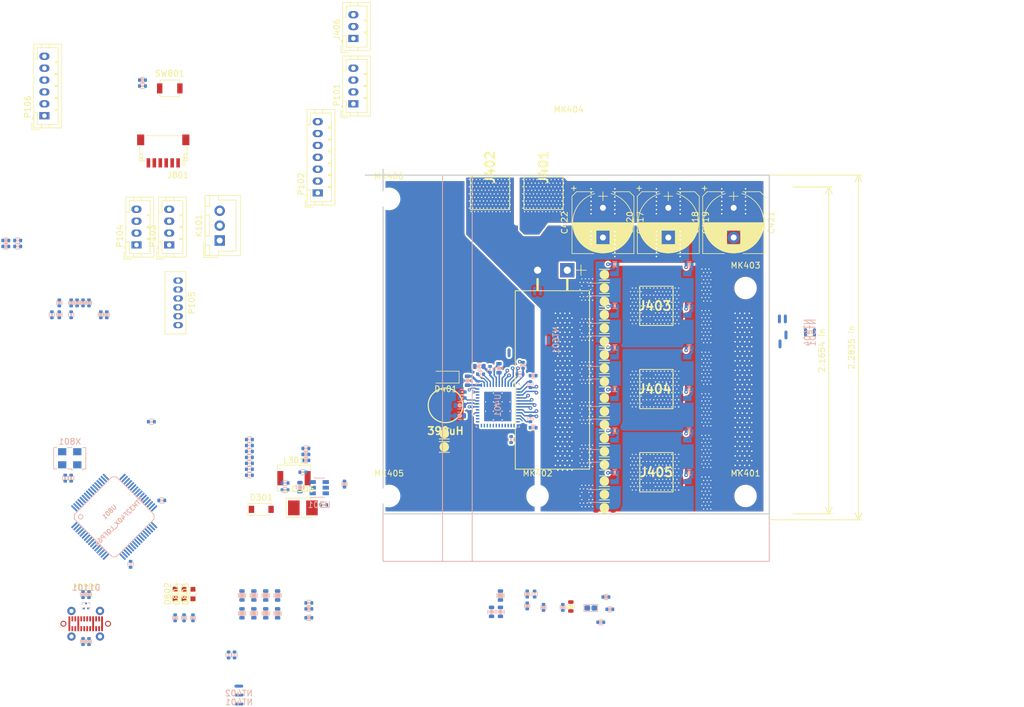
<source format=kicad_pcb>
(kicad_pcb (version 20171130) (host pcbnew "(5.1.4)-1")
  (layers (0 F.Cu signal) (1 In1.Cu power hide) (2 In2.Cu signal hide) (31 B.Cu power) (34 B.Paste user) (35 F.Paste user) (36 B.SilkS user) (37 F.SilkS user) (38 B.Mask user) (39 F.Mask user hide) (44 Edge.Cuts user))
  (net 0 "")
  (net 1 GND)
  (net 2 +3V3)
  (net 3 NRST)
  (net 4 SWDIO)
  (net 5 SWCLK)
  (net 6 "Net-(K101-Pad1)")
  (net 7 GNDD)
  (net 8 +BATT)
  (net 9 /drv_power_stage/buck_rcl)
  (net 10 "Net-(Q701-Pad2)")
  (net 11 "Net-(Q702-Pad2)")
  (net 12 "Net-(Q703-Pad2)")
  (net 13 "Net-(Q704-Pad2)")
  (net 14 GNDA)
  (net 15 /drv_power_stage/ENABLE)
  (net 16 /drv_power_stage/A_VSENSE)
  (net 17 /drv_power_stage/B_VSENSE)
  (net 18 /drv_power_stage/C_VSENSE)
  (net 19 "Net-(C201-Pad1)")
  (net 20 "Net-(C407-Pad2)")
  (net 21 /drv_power_stage/GDRV_VSENSE)
  (net 22 "Net-(K101-Pad2)")
  (net 23 /drv_power_stage/3.3_IREF)
  (net 24 /drv_power_stage/PHASE_B)
  (net 25 /drv_power_stage/PHASE_C)
  (net 26 /drv_power_stage/PHASE_A)
  (net 27 "Net-(Q601-Pad2)")
  (net 28 "Net-(Q602-Pad2)")
  (net 29 "Net-(Q603-Pad2)")
  (net 30 "Net-(Q604-Pad2)")
  (net 31 /drv_power_stage/DRV_SDO)
  (net 32 /drv_power_stage/A_ISENSE)
  (net 33 /drv_power_stage/B_ISENSE)
  (net 34 /drv_power_stage/C_ISENSE)
  (net 35 /Microcontroller/SERVO)
  (net 36 /Microcontroller/ADC_VBUS)
  (net 37 /Microcontroller/ADC_TEMP)
  (net 38 /Microcontroller/TEMP_MOTOR)
  (net 39 /drv_power_stage/power_phase_B/PR_SENSE)
  (net 40 /drv_power_stage/power_phase_B/NR_SENSE)
  (net 41 /drv_power_stage/power_phase_C/PR_SENSE)
  (net 42 /drv_power_stage/power_phase_C/NR_SENSE)
  (net 43 /drv_power_stage/power_phase_A/PR_SENSE)
  (net 44 /drv_power_stage/power_phase_A/NR_SENSE)
  (net 45 /Microcontroller/VCAP2)
  (net 46 /Microcontroller/VCAP1)
  (net 47 /drv_power_stage/power_phase_B/H_SWITCH)
  (net 48 /drv_power_stage/power_phase_C/H_SWITCH)
  (net 49 /drv_power_stage/power_phase_A/H_SWITCH)
  (net 50 /CAN_tranciever/CANH)
  (net 51 /CAN_tranciever/CANL)
  (net 52 /Microcontroller/BRAKE_SW)
  (net 53 /Microcontroller/ADC_BRAKE)
  (net 54 /Microcontroller/ADC_THROTTLE)
  (net 55 /Microcontroller/USART1_RX)
  (net 56 /Microcontroller/USART1_TX)
  (net 57 /Microcontroller/SCL_2)
  (net 58 /Microcontroller/SDA_2)
  (net 59 /Microcontroller/HALL_3)
  (net 60 /Microcontroller/HALL_2)
  (net 61 /Microcontroller/HALL_1)
  (net 62 /drv_power_stage/power_phase_B/PH_GND_LOW)
  (net 63 /drv_power_stage/power_phase_C/PH_GND_LOW)
  (net 64 /drv_power_stage/power_phase_A/PH_GND_LOW)
  (net 65 /Microcontroller/FAULT)
  (net 66 /drv_power_stage/power_phase_B/H_GATE)
  (net 67 /drv_power_stage/power_phase_B/L_GATE)
  (net 68 /drv_power_stage/power_phase_C/H_GATE)
  (net 69 /drv_power_stage/power_phase_C/L_GATE)
  (net 70 /drv_power_stage/power_phase_A/H_GATE)
  (net 71 /drv_power_stage/power_phase_A/L_GATE)
  (net 72 /Microcontroller/LED_GREEN)
  (net 73 /Microcontroller/LED_RED)
  (net 74 /Microcontroller/L3)
  (net 75 /Microcontroller/H3)
  (net 76 /Microcontroller/L2)
  (net 77 /Microcontroller/H2)
  (net 78 /Microcontroller/L1)
  (net 79 /Microcontroller/H1)
  (net 80 "Net-(C303-Pad2)")
  (net 81 "Net-(C303-Pad1)")
  (net 82 "Net-(C307-Pad2)")
  (net 83 "Net-(C407-Pad1)")
  (net 84 "Net-(C806-Pad1)")
  (net 85 "Net-(C808-Pad1)")
  (net 86 "Net-(D802-Pad1)")
  (net 87 "Net-(D803-Pad1)")
  (net 88 "Net-(D804-Pad1)")
  (net 89 "Net-(Q501-Pad2)")
  (net 90 "Net-(Q502-Pad2)")
  (net 91 "Net-(Q503-Pad2)")
  (net 92 "Net-(Q504-Pad2)")
  (net 93 "Net-(R301-Pad1)")
  (net 94 /drv_power_stage/vgls)
  (net 95 /drv_power_stage/dvdd)
  (net 96 /drv_power_stage/vdrain)
  (net 97 /drv_power_stage/vcp)
  (net 98 +15V)
  (net 99 /Microcontroller/BOOT_0)
  (net 100 /drv_power_stage/BK_VCC)
  (net 101 /drv_power_stage/BK_BST_C)
  (net 102 /drv_power_stage/BK_SW)
  (net 103 /drv_power_stage/BK_VOUT_RIPP)
  (net 104 /drv_power_stage/pwr_ctl)
  (net 105 /drv_power_stage/BK_RT_SD)
  (net 106 /drv_power_stage/pwr_ctl_g)
  (net 107 "/USB-C connector/D-")
  (net 108 "/USB-C connector/D+")
  (net 109 "Net-(J1101-PadA4)")
  (net 110 "Net-(J1101-PadA6)")
  (net 111 "Net-(J1101-PadB5)")
  (net 112 "Net-(J1101-PadA7)")
  (net 113 "Net-(J1101-PadA5)")
  (net 114 /drv_power_stage/sw_led)
  (net 115 /drv_power_stage/batt_pwr_ctl)
  (net 116 /drv_power_stage/power_phase_C/NR_SENSE_R)
  (net 117 /drv_power_stage/power_phase_B/NR_SENSE_R)
  (net 118 /drv_power_stage/power_phase_A/NR_SENSE_R)
  (module Locals:DRV8353RHRGZR (layer B.Cu) (at 124.3 140.75 270)
    (fp_text reference U401 (at 0 0 270) (layer B.SilkS) (effects (justify mirror)))
    (fp_text value DRV8353RSRGZT)
    (fp_text user * (at 0 0 270) (layer B.SilkS) (effects (justify mirror)))
    (pad 1 smd rect (at -3.400001 2.75 180) (size 0.24 0.599999) (layers B.Cu B.Paste B.Mask) (net 7 GNDD))
    (pad 2 smd rect (at -3.400001 2.250001 180) (size 0.24 0.599999) (layers B.Cu B.Paste B.Mask) (net 94 /drv_power_stage/vgls))
    (pad 3 smd rect (at -3.400001 1.749999 180) (size 0.24 0.599999) (layers B.Cu B.Paste B.Mask) (net 20 "Net-(C407-Pad2)"))
    (pad 4 smd rect (at -3.400001 1.25 180) (size 0.24 0.599999) (layers B.Cu B.Paste B.Mask) (net 83 "Net-(C407-Pad1)"))
    (pad 5 smd rect (at -3.400001 0.749998 180) (size 0.24 0.599999) (layers B.Cu B.Paste B.Mask) (net 98 +15V))
    (pad 6 smd rect (at -3.400001 0.25 180) (size 0.24 0.599999) (layers B.Cu B.Paste B.Mask) (net 96 /drv_power_stage/vdrain))
    (pad 7 smd rect (at -3.400001 -0.25 180) (size 0.24 0.599999) (layers B.Cu B.Paste B.Mask) (net 97 /drv_power_stage/vcp))
    (pad 8 smd rect (at -3.400001 -0.750001 180) (size 0.24 0.599999) (layers B.Cu B.Paste B.Mask) (net 70 /drv_power_stage/power_phase_A/H_GATE))
    (pad 9 smd rect (at -3.400001 -1.25 180) (size 0.24 0.599999) (layers B.Cu B.Paste B.Mask) (net 49 /drv_power_stage/power_phase_A/H_SWITCH))
    (pad 10 smd rect (at -3.400001 -1.750002 180) (size 0.24 0.599999) (layers B.Cu B.Paste B.Mask) (net 71 /drv_power_stage/power_phase_A/L_GATE))
    (pad 11 smd rect (at -3.400001 -2.250001 180) (size 0.24 0.599999) (layers B.Cu B.Paste B.Mask) (net 43 /drv_power_stage/power_phase_A/PR_SENSE))
    (pad 12 smd rect (at -3.400001 -2.75 180) (size 0.24 0.599999) (layers B.Cu B.Paste B.Mask) (net 44 /drv_power_stage/power_phase_A/NR_SENSE))
    (pad 13 smd rect (at -2.75 -3.400001 270) (size 0.24 0.599999) (layers B.Cu B.Paste B.Mask) (net 40 /drv_power_stage/power_phase_B/NR_SENSE))
    (pad 14 smd rect (at -2.250001 -3.400001 270) (size 0.24 0.599999) (layers B.Cu B.Paste B.Mask) (net 39 /drv_power_stage/power_phase_B/PR_SENSE))
    (pad 15 smd rect (at -1.749999 -3.400001 270) (size 0.24 0.599999) (layers B.Cu B.Paste B.Mask) (net 67 /drv_power_stage/power_phase_B/L_GATE))
    (pad 16 smd rect (at -1.25 -3.400001 270) (size 0.24 0.599999) (layers B.Cu B.Paste B.Mask) (net 47 /drv_power_stage/power_phase_B/H_SWITCH))
    (pad 17 smd rect (at -0.749998 -3.400001 270) (size 0.24 0.599999) (layers B.Cu B.Paste B.Mask) (net 66 /drv_power_stage/power_phase_B/H_GATE))
    (pad 18 smd rect (at -0.25 -3.400001 270) (size 0.24 0.599999) (layers B.Cu B.Paste B.Mask) (net 68 /drv_power_stage/power_phase_C/H_GATE))
    (pad 19 smd rect (at 0.25 -3.400001 270) (size 0.24 0.599999) (layers B.Cu B.Paste B.Mask) (net 48 /drv_power_stage/power_phase_C/H_SWITCH))
    (pad 20 smd rect (at 0.750001 -3.400001 270) (size 0.24 0.599999) (layers B.Cu B.Paste B.Mask) (net 69 /drv_power_stage/power_phase_C/L_GATE))
    (pad 21 smd rect (at 1.25 -3.400001 270) (size 0.24 0.599999) (layers B.Cu B.Paste B.Mask) (net 41 /drv_power_stage/power_phase_C/PR_SENSE))
    (pad 22 smd rect (at 1.750002 -3.400001 270) (size 0.24 0.599999) (layers B.Cu B.Paste B.Mask) (net 42 /drv_power_stage/power_phase_C/NR_SENSE))
    (pad 23 smd rect (at 2.250001 -3.400001 270) (size 0.24 0.599999) (layers B.Cu B.Paste B.Mask) (net 34 /drv_power_stage/C_ISENSE))
    (pad 24 smd rect (at 2.75 -3.400001 270) (size 0.24 0.599999) (layers B.Cu B.Paste B.Mask) (net 33 /drv_power_stage/B_ISENSE))
    (pad 25 smd rect (at 3.400001 -2.75 180) (size 0.24 0.599999) (layers B.Cu B.Paste B.Mask) (net 32 /drv_power_stage/A_ISENSE))
    (pad 26 smd rect (at 3.400001 -2.250001 180) (size 0.24 0.599999) (layers B.Cu B.Paste B.Mask) (net 23 /drv_power_stage/3.3_IREF))
    (pad 27 smd rect (at 3.400001 -1.750002 180) (size 0.24 0.599999) (layers B.Cu B.Paste B.Mask) (net 14 GNDA))
    (pad 28 smd rect (at 3.400001 -1.25 180) (size 0.24 0.599999) (layers B.Cu B.Paste B.Mask) (net 65 /Microcontroller/FAULT))
    (pad 29 smd rect (at 3.400001 -0.750001 180) (size 0.24 0.599999) (layers B.Cu B.Paste B.Mask) (net 31 /drv_power_stage/DRV_SDO))
    (pad 30 smd rect (at 3.400001 -0.25 180) (size 0.24 0.599999) (layers B.Cu B.Paste B.Mask))
    (pad 31 smd rect (at 3.400001 0.25 180) (size 0.24 0.599999) (layers B.Cu B.Paste B.Mask))
    (pad 32 smd rect (at 3.400001 0.749998 180) (size 0.24 0.599999) (layers B.Cu B.Paste B.Mask))
    (pad 33 smd rect (at 3.400001 1.25 180) (size 0.24 0.599999) (layers B.Cu B.Paste B.Mask) (net 15 /drv_power_stage/ENABLE))
    (pad 34 smd rect (at 3.400001 1.749999 180) (size 0.24 0.599999) (layers B.Cu B.Paste B.Mask) (net 79 /Microcontroller/H1))
    (pad 35 smd rect (at 3.400001 2.250001 180) (size 0.24 0.599999) (layers B.Cu B.Paste B.Mask) (net 78 /Microcontroller/L1))
    (pad 36 smd rect (at 3.400001 2.75 180) (size 0.24 0.599999) (layers B.Cu B.Paste B.Mask) (net 77 /Microcontroller/H2))
    (pad 37 smd rect (at 2.75 3.400001 270) (size 0.24 0.599999) (layers B.Cu B.Paste B.Mask) (net 76 /Microcontroller/L2))
    (pad 38 smd rect (at 2.250001 3.400001 270) (size 0.24 0.599999) (layers B.Cu B.Paste B.Mask) (net 75 /Microcontroller/H3))
    (pad 39 smd rect (at 1.750002 3.400001 270) (size 0.24 0.599999) (layers B.Cu B.Paste B.Mask) (net 74 /Microcontroller/L3))
    (pad 40 smd rect (at 1.25 3.400001 270) (size 0.24 0.599999) (layers B.Cu B.Paste B.Mask) (net 95 /drv_power_stage/dvdd))
    (pad 41 smd rect (at 0.750001 3.400001 270) (size 0.24 0.599999) (layers B.Cu B.Paste B.Mask) (net 1 GND))
    (pad 42 smd rect (at 0.25 3.400001 270) (size 0.24 0.599999) (layers B.Cu B.Paste B.Mask) (net 102 /drv_power_stage/BK_SW))
    (pad 43 smd rect (at -0.25 3.400001 270) (size 0.24 0.599999) (layers B.Cu B.Paste B.Mask) (net 8 +BATT))
    (pad 44 smd rect (at -0.749998 3.400001 270) (size 0.24 0.599999) (layers B.Cu B.Paste B.Mask) (net 100 /drv_power_stage/BK_VCC))
    (pad 45 smd rect (at -1.25 3.400001 270) (size 0.24 0.599999) (layers B.Cu B.Paste B.Mask) (net 101 /drv_power_stage/BK_BST_C))
    (pad 46 smd rect (at -1.749999 3.400001 270) (size 0.24 0.599999) (layers B.Cu B.Paste B.Mask) (net 9 /drv_power_stage/buck_rcl))
    (pad 47 smd rect (at -2.250001 3.400001 270) (size 0.24 0.599999) (layers B.Cu B.Paste B.Mask) (net 105 /drv_power_stage/BK_RT_SD))
    (pad 48 smd rect (at -2.75 3.400001 270) (size 0.24 0.599999) (layers B.Cu B.Paste B.Mask) (net 21 /drv_power_stage/GDRV_VSENSE))
    (pad 49 smd rect (at 0.188001 0 270) (size 4.974999 4.600001) (layers B.Cu B.Mask) (net 7 GNDD))
    (pad 49 thru_hole circle (at -2.050001 0.740001 270) (size 0.499999 0.499999) (drill 0.2032) (layers *.Cu *.Mask) (net 7 GNDD))
    (pad 49 thru_hole circle (at -2.050001 -0.740001 270) (size 0.499999 0.499999) (drill 0.2032) (layers *.Cu *.Mask) (net 7 GNDD))
    (pad 49 thru_hole circle (at -0.596999 -2.050001 270) (size 0.499999 0.499999) (drill 0.2032) (layers *.Cu *.Mask) (net 7 GNDD))
    (pad 49 thru_hole circle (at -0.596999 -0.740001 270) (size 0.499999 0.499999) (drill 0.2032) (layers *.Cu *.Mask) (net 7 GNDD))
    (pad 49 thru_hole circle (at -0.596999 0.740001 270) (size 0.499999 0.499999) (drill 0.2032) (layers *.Cu *.Mask) (net 7 GNDD))
    (pad 49 thru_hole circle (at 2.426 -0.740001 270) (size 0.499999 0.499999) (drill 0.2032) (layers *.Cu *.Mask) (net 7 GNDD))
    (pad 49 thru_hole circle (at 2.426 0.740001 270) (size 0.499999 0.499999) (drill 0.2032) (layers *.Cu *.Mask) (net 7 GNDD))
    (pad 49 thru_hole circle (at 0.973 -2.050001 270) (size 0.499999 0.499999) (drill 0.2032) (layers *.Cu *.Mask) (net 7 GNDD))
    (pad 49 thru_hole circle (at 0.973 -0.740001 270) (size 0.499999 0.499999) (drill 0.2032) (layers *.Cu *.Mask) (net 7 GNDD))
    (pad 49 thru_hole circle (at 0.973 0.740001 270) (size 0.499999 0.499999) (drill 0.2032) (layers *.Cu *.Mask) (net 7 GNDD))
    (pad 49 thru_hole circle (at -0.596999 2.050001 270) (size 0.499999 0.499999) (drill 0.2032) (layers *.Cu *.Mask) (net 7 GNDD))
    (pad 49 thru_hole circle (at 0.973 2.050001 270) (size 0.499999 0.499999) (drill 0.2032) (layers *.Cu *.Mask) (net 7 GNDD))
  )
  (module pkl_dipol:C_0603 (layer F.Cu) (at 136.6 174.6 90)
    (fp_text reference C416)
    (fp_text value 0.1uF)
    (pad 2 smd roundrect (at 0.75 0 90) (size 0.6 0.9) (layers F.Cu F.Paste F.Mask) (net 7 GNDD))
    (pad 1 smd roundrect (at -0.75 0 90) (size 0.6 0.9) (layers F.Cu F.Paste F.Mask) (net 115 /drv_power_stage/batt_pwr_ctl))
  )
  (module crf1:simple_jst-zh_1.5mm_unfinished (layer F.Cu) (at 70.5 123.5 90)
    (fp_text reference P105 (at 0 2.3 90) (layer F.SilkS))
    (fp_text value HALL/Encoder)
    (pad 6 thru_hole oval (at 3.75 0 90) (size 1 1.6) (drill 0.7) (layers *.Cu *.Mask) (net 2 +3V3))
    (pad 5 thru_hole oval (at 2.25 0 90) (size 1 1.6) (drill 0.7) (layers *.Cu *.Mask) (net 38 /Microcontroller/TEMP_MOTOR))
    (pad 4 thru_hole oval (at 0.75 0 90) (size 1 1.6) (drill 0.7) (layers *.Cu *.Mask) (net 61 /Microcontroller/HALL_1))
    (pad 3 thru_hole oval (at -0.75 0 90) (size 1 1.6) (drill 0.7) (layers *.Cu *.Mask) (net 60 /Microcontroller/HALL_2))
    (pad 2 thru_hole oval (at -2.25 0 90) (size 1 1.6) (drill 0.7) (layers *.Cu *.Mask) (net 59 /Microcontroller/HALL_3))
    (pad 1 thru_hole oval (at -3.75 0 90) (size 1 1.6) (drill 0.7) (layers *.Cu *.Mask) (net 1 GND))
  )
  (module Connectors_JST:JST_XH_B03B-XH-A_03x2.50mm_Straight (layer F.Cu) (at 77.5 113 90)
    (fp_text reference K101 (at 2.5 -3.5 90) (layer F.SilkS))
    (fp_text value SERVO)
    (pad 1 thru_hole rect (at 0 0 90) (size 1.75 1.75) (drill 1) (layers *.Cu *.Mask) (net 6 "Net-(K101-Pad1)"))
    (pad 2 thru_hole circle (at 2.5 0 90) (size 1.75 1.75) (drill 1) (layers *.Cu *.Mask) (net 22 "Net-(K101-Pad2)"))
    (pad 3 thru_hole circle (at 5 0 90) (size 1.75 1.75) (drill 1) (layers *.Cu *.Mask) (net 1 GND))
  )
  (module Connectors_JST:JST_PH_B3B-PH-K_03x2.00mm_Straight (layer F.Cu) (at 100 79 90)
    (fp_text reference J406 (at 1.5 -2.8 90) (layer F.SilkS))
    (fp_text value Conn_01x03)
    (pad 1 thru_hole rect (at 0 0 90) (size 1.2 1.7) (drill 0.75) (layers *.Cu *.Mask) (net 114 /drv_power_stage/sw_led))
    (pad 2 thru_hole oval (at 2 0 90) (size 1.2 1.7) (drill 0.75) (layers *.Cu *.Mask) (net 7 GNDD))
    (pad 3 thru_hole oval (at 4 0 90) (size 1.2 1.7) (drill 0.75) (layers *.Cu *.Mask) (net 104 /drv_power_stage/pwr_ctl))
  )
  (module pkl_dipol:R_0402 (layer B.Cu) (at 55.5 180.5 90)
    (fp_text reference R1104)
    (fp_text value 5.1k)
    (pad 2 smd roundrect (at 0.5 0 90) (size 0.5 0.6) (layers B.Cu B.Paste B.Mask) (net 1 GND))
    (pad 1 smd roundrect (at -0.5 0 90) (size 0.5 0.6) (layers B.Cu B.Paste B.Mask) (net 113 "Net-(J1101-PadA5)"))
  )
  (module pkl_dipol:R_0402 (layer B.Cu) (at 54.5 180.5 90)
    (fp_text reference R1103)
    (fp_text value 5.1k)
    (pad 2 smd roundrect (at 0.5 0 90) (size 0.5 0.6) (layers B.Cu B.Paste B.Mask) (net 1 GND))
    (pad 1 smd roundrect (at -0.5 0 90) (size 0.5 0.6) (layers B.Cu B.Paste B.Mask) (net 111 "Net-(J1101-PadB5)"))
  )
  (module pkl_dipol:R_0402 (layer B.Cu) (at 55.5 172.6 90)
    (fp_text reference R1102)
    (fp_text value 22R)
    (pad 2 smd roundrect (at 0.5 0 90) (size 0.5 0.6) (layers B.Cu B.Paste B.Mask) (net 110 "Net-(J1101-PadA6)"))
    (pad 1 smd roundrect (at -0.5 0 90) (size 0.5 0.6) (layers B.Cu B.Paste B.Mask) (net 108 "/USB-C connector/D+"))
  )
  (module pkl_dipol:R_0402 (layer B.Cu) (at 54.5 172.6 90)
    (fp_text reference R1101)
    (fp_text value 22R)
    (pad 2 smd roundrect (at 0.5 0 90) (size 0.5 0.6) (layers B.Cu B.Paste B.Mask) (net 112 "Net-(J1101-PadA7)"))
    (pad 1 smd roundrect (at -0.5 0 90) (size 0.5 0.6) (layers B.Cu B.Paste B.Mask) (net 107 "/USB-C connector/D-"))
  )
  (module pkl_connectors:USB_C_receptacle_vertical (layer F.Cu) (at 54.949999 177.499999)
    (fp_text reference J1101 (at 0 -6.25) (layer F.SilkS))
    (fp_text value USB_C_Receptacle)
    (pad "" np_thru_hole circle (at 3.75 0 180) (size 1 1) (drill 0.66) (layers F.Cu))
    (pad "" np_thru_hole circle (at -3.75 0) (size 1 1) (drill 0.66) (layers F.Cu))
    (pad 1 thru_hole circle (at -2.4 2.15) (size 1.4 1.4) (drill 0.7) (layers *.Cu *.Mask))
    (pad 1 thru_hole circle (at 2.4 -2.15) (size 1.4 1.4) (drill 0.7) (layers *.Cu *.Mask))
    (pad 1 thru_hole circle (at 2.4 2.15 180) (size 1.4 1.4) (drill 0.7) (layers *.Cu *.Mask))
    (pad B2 smd rect (at 2.25 0.83 180) (size 0.3 0.85) (layers F.Cu F.Paste F.Mask))
    (pad B3 smd rect (at 1.75 0.83 180) (size 0.3 0.85) (layers F.Cu F.Paste F.Mask))
    (pad B4 smd rect (at 1.25 0.83 180) (size 0.3 0.85) (layers F.Cu F.Paste F.Mask) (net 109 "Net-(J1101-PadA4)"))
    (pad B6 smd rect (at 0.25 0.83 180) (size 0.3 0.85) (layers F.Cu F.Paste F.Mask) (net 110 "Net-(J1101-PadA6)"))
    (pad B5 smd rect (at 0.75 0.83 180) (size 0.3 0.85) (layers F.Cu F.Paste F.Mask) (net 111 "Net-(J1101-PadB5)"))
    (pad B12 smd rect (at -2.75 0.83 180) (size 0.3 0.85) (layers F.Cu F.Paste F.Mask) (net 1 GND))
    (pad B11 smd rect (at -2.25 0.83 180) (size 0.3 0.85) (layers F.Cu F.Paste F.Mask))
    (pad B8 smd rect (at -0.75 0.83 180) (size 0.3 0.85) (layers F.Cu F.Paste F.Mask))
    (pad B10 smd rect (at -1.75 0.83 180) (size 0.3 0.85) (layers F.Cu F.Paste F.Mask))
    (pad B9 smd rect (at -1.25 0.83 180) (size 0.3 0.85) (layers F.Cu F.Paste F.Mask) (net 109 "Net-(J1101-PadA4)"))
    (pad B7 smd rect (at -0.25 0.83 180) (size 0.3 0.85) (layers F.Cu F.Paste F.Mask) (net 112 "Net-(J1101-PadA7)"))
    (pad B1 smd rect (at 2.75 0.83 180) (size 0.3 0.85) (layers F.Cu F.Paste F.Mask) (net 1 GND))
    (pad A8 smd rect (at 0.75 -0.83) (size 0.3 0.85) (layers F.Cu F.Paste F.Mask))
    (pad A9 smd rect (at 1.25 -0.83) (size 0.3 0.85) (layers F.Cu F.Paste F.Mask) (net 109 "Net-(J1101-PadA4)"))
    (pad A10 smd rect (at 1.75 -0.83) (size 0.3 0.85) (layers F.Cu F.Paste F.Mask))
    (pad A12 smd rect (at 2.75 -0.83) (size 0.3 0.85) (layers F.Cu F.Paste F.Mask) (net 1 GND))
    (pad A11 smd rect (at 2.25 -0.83) (size 0.3 0.85) (layers F.Cu F.Paste F.Mask))
    (pad A7 smd rect (at 0.25 -0.83) (size 0.3 0.85) (layers F.Cu F.Paste F.Mask) (net 112 "Net-(J1101-PadA7)"))
    (pad A6 smd rect (at -0.25 -0.83) (size 0.3 0.85) (layers F.Cu F.Paste F.Mask) (net 110 "Net-(J1101-PadA6)"))
    (pad A5 smd rect (at -0.75 -0.83) (size 0.3 0.85) (layers F.Cu F.Paste F.Mask) (net 113 "Net-(J1101-PadA5)"))
    (pad A4 smd rect (at -1.25 -0.83) (size 0.3 0.85) (layers F.Cu F.Paste F.Mask) (net 109 "Net-(J1101-PadA4)"))
    (pad A3 smd rect (at -1.75 -0.83) (size 0.3 0.85) (layers F.Cu F.Paste F.Mask))
    (pad A2 smd rect (at -2.25 -0.83) (size 0.3 0.85) (layers F.Cu F.Paste F.Mask))
    (pad A1 smd rect (at -2.75 -0.83) (size 0.3 0.85) (layers F.Cu F.Paste F.Mask) (net 1 GND))
    (pad 1 thru_hole circle (at -2.4 -2.15) (size 1.4 1.4) (drill 0.7) (layers *.Cu *.Mask))
  )
  (module digikey-footprints:SOT-3 (layer B.Cu) (at 55 174.5 180)
    (fp_text reference D1101 (at -0.025 3.075) (layer B.SilkS) (effects (justify mirror)))
    (fp_text value TPD2EUSB30DRTR)
    (pad 2 smd rect (at 0.35 -0.425 180) (size 0.3 0.3) (layers B.Cu B.Paste B.Mask) (net 107 "/USB-C connector/D-"))
    (pad 3 smd rect (at 0 0.425 180) (size 0.3 0.3) (layers B.Cu B.Paste B.Mask) (net 1 GND))
    (pad 1 smd rect (at -0.35 -0.425 180) (size 0.3 0.3) (layers B.Cu B.Paste B.Mask) (net 108 "/USB-C connector/D+"))
  )
  (module moxie-drive-custom:CP_Radial_D12.5mm_P5.00mm_horiz (layer F.Cu) (at 136 118 180)
    (fp_text reference C414)
    (fp_text value 560uF)
    (pad 1 thru_hole rect (at 0 0 180) (size 2.4 2.4) (drill 1.2) (layers *.Cu *.Mask) (net 8 +BATT))
    (pad 2 thru_hole circle (at 5 0 180) (size 2.4 2.4) (drill 1.2) (layers *.Cu *.Mask) (net 7 GNDD))
  )
  (module Buttons_Switches_SMD:SW_SPST_B3U-1000P (layer F.Cu) (at 69.1 87.4)
    (fp_text reference SW801 (at 0 -2.5) (layer F.SilkS))
    (fp_text value SW_Push)
    (pad 1 smd rect (at -1.7 0) (size 0.9 1.7) (layers F.Cu F.Paste F.Mask) (net 99 /Microcontroller/BOOT_0))
    (pad 2 smd rect (at 1.7 0) (size 0.9 1.7) (layers F.Cu F.Paste F.Mask) (net 2 +3V3))
  )
  (module pkl_dipol:R_0402 (layer B.Cu) (at 64.5 86 180)
    (fp_text reference R804)
    (fp_text value 10k)
    (pad 2 smd roundrect (at 0.5 0 180) (size 0.5 0.6) (layers B.Cu B.Paste B.Mask) (net 1 GND))
    (pad 1 smd roundrect (at -0.5 0 180) (size 0.5 0.6) (layers B.Cu B.Paste B.Mask) (net 99 /Microcontroller/BOOT_0))
  )
  (module pkl_dipol:R_0402 (layer B.Cu) (at 141.63 177.25)
    (fp_text reference R420)
    (fp_text value 100)
    (pad 2 smd roundrect (at 0.5 0) (size 0.5 0.6) (layers B.Cu B.Paste B.Mask) (net 98 +15V))
    (pad 1 smd roundrect (at -0.5 0) (size 0.5 0.6) (layers B.Cu B.Paste B.Mask) (net 114 /drv_power_stage/sw_led))
  )
  (module pkl_dipol:C_0402 (layer B.Cu) (at 64.5 87)
    (fp_text reference C813)
    (fp_text value 100n)
    (pad 2 smd roundrect (at 0.5 0) (size 0.5 0.6) (layers B.Cu B.Paste B.Mask) (net 99 /Microcontroller/BOOT_0))
    (pad 1 smd roundrect (at -0.5 0) (size 0.5 0.6) (layers B.Cu B.Paste B.Mask) (net 1 GND))
  )
  (module Diodes_SMD:D_SOD-123 (layer F.Cu) (at 84.5 158.25)
    (fp_text reference D301 (at 0 -2) (layer F.SilkS))
    (fp_text value 1.5KExxA)
    (pad 1 smd rect (at -1.65 0) (size 0.9 1.2) (layers F.Cu F.Paste F.Mask) (net 2 +3V3))
    (pad 2 smd rect (at 1.65 0) (size 0.9 1.2) (layers F.Cu F.Paste F.Mask) (net 1 GND))
  )
  (module Diodes_SMD:D_SOD-123 (layer F.Cu) (at 115.55 136 180)
    (fp_text reference D401 (at 0 -2) (layer F.SilkS))
    (fp_text value DFLS1100-7)
    (pad 1 smd rect (at -1.65 0 180) (size 0.9 1.2) (layers F.Cu F.Paste F.Mask) (net 102 /drv_power_stage/BK_SW))
    (pad 2 smd rect (at 1.65 0 180) (size 0.9 1.2) (layers F.Cu F.Paste F.Mask) (net 7 GNDD))
  )
  (module pkl_dipol:C_0603 (layer B.Cu) (at 123.25 175.5 270)
    (fp_text reference C413)
    (fp_text value 10uF)
    (pad 2 smd roundrect (at 0.75 0 270) (size 0.6 0.9) (layers B.Cu B.Paste B.Mask) (net 7 GNDD))
    (pad 1 smd roundrect (at -0.75 0 270) (size 0.6 0.9) (layers B.Cu B.Paste B.Mask) (net 98 +15V))
  )
  (module pkl_dipol:C_0402 (layer B.Cu) (at 123 134.7 90)
    (fp_text reference C403)
    (fp_text value 0.1uF)
    (pad 2 smd roundrect (at 0.5 0 90) (size 0.5 0.6) (layers B.Cu B.Paste B.Mask) (net 7 GNDD))
    (pad 1 smd roundrect (at -0.5 0 90) (size 0.5 0.6) (layers B.Cu B.Paste B.Mask) (net 98 +15V))
  )
  (module pkl_dipol:C_0603 (layer B.Cu) (at 124.75 175.5 270)
    (fp_text reference C402)
    (fp_text value 10uF)
    (pad 2 smd roundrect (at 0.75 0 270) (size 0.6 0.9) (layers B.Cu B.Paste B.Mask) (net 7 GNDD))
    (pad 1 smd roundrect (at -0.75 0 270) (size 0.6 0.9) (layers B.Cu B.Paste B.Mask) (net 98 +15V))
  )
  (module pkl_dipol:C_0603 (layer B.Cu) (at 121.2 134.2 180)
    (fp_text reference C401)
    (fp_text value 10uF)
    (pad 2 smd roundrect (at 0.75 0 180) (size 0.6 0.9) (layers B.Cu B.Paste B.Mask) (net 7 GNDD))
    (pad 1 smd roundrect (at -0.75 0 180) (size 0.6 0.9) (layers B.Cu B.Paste B.Mask) (net 98 +15V))
  )
  (module pkl_dipol:R_0402 (layer B.Cu) (at 143.155 175.075)
    (fp_text reference R419)
    (fp_text value 22k?)
    (pad 2 smd roundrect (at 0.5 0) (size 0.5 0.6) (layers B.Cu B.Paste B.Mask) (net 104 /drv_power_stage/pwr_ctl))
    (pad 1 smd roundrect (at -0.5 0) (size 0.5 0.6) (layers B.Cu B.Paste B.Mask) (net 106 /drv_power_stage/pwr_ctl_g))
  )
  (module pkl_dipol:R_0402 (layer B.Cu) (at 142.5 173)
    (fp_text reference R418)
    (fp_text value 10k)
    (pad 2 smd roundrect (at 0.5 0) (size 0.5 0.6) (layers B.Cu B.Paste B.Mask) (net 106 /drv_power_stage/pwr_ctl_g))
    (pad 1 smd roundrect (at -0.5 0) (size 0.5 0.6) (layers B.Cu B.Paste B.Mask) (net 8 +BATT))
  )
  (module pkl_jumpers:J_0603 (layer B.Cu) (at 139.965 174.85)
    (fp_text reference JP401)
    (fp_text value pwr_ctl_byp)
    (pad 2 smd roundrect (at 0.575 0) (size 0.95 0.9) (layers B.Cu B.Mask) (net 115 /drv_power_stage/batt_pwr_ctl))
    (pad 1 smd roundrect (at -0.575 0) (size 0.95 0.9) (layers B.Cu B.Mask) (net 8 +BATT))
  )
  (module pkl_dipol:C_1206 (layer F.Cu) (at 115.3 145.5 180)
    (fp_text reference C425)
    (fp_text value "1uF ")
    (pad 2 smd roundrect (at 1.45 0 180) (size 0.9 1.6) (layers F.Cu F.Paste F.Mask) (net 7 GNDD))
    (pad 1 smd roundrect (at -1.45 0 180) (size 0.9 1.6) (layers F.Cu F.Paste F.Mask) (net 8 +BATT))
  )
  (module pkl_dipol:C_1206 (layer F.Cu) (at 115.3 147.75 180)
    (fp_text reference C424)
    (fp_text value "1uF ")
    (pad 2 smd roundrect (at 1.45 0 180) (size 0.9 1.6) (layers F.Cu F.Paste F.Mask) (net 7 GNDD))
    (pad 1 smd roundrect (at -1.45 0 180) (size 0.9 1.6) (layers F.Cu F.Paste F.Mask) (net 8 +BATT))
  )
  (module pkl_dipol:C_1206 (layer F.Cu) (at 142.25 123.25 180)
    (fp_text reference C707)
    (fp_text value "1uF ")
    (pad 2 smd roundrect (at 1.45 0 180) (size 0.9 1.6) (layers F.Cu F.Paste F.Mask) (net 7 GNDD))
    (pad 1 smd roundrect (at -1.45 0 180) (size 0.9 1.6) (layers F.Cu F.Paste F.Mask) (net 8 +BATT))
  )
  (module pkl_dipol:C_1206 (layer F.Cu) (at 142.25 125.5 180)
    (fp_text reference C705)
    (fp_text value "1uF ")
    (pad 2 smd roundrect (at 1.45 0 180) (size 0.9 1.6) (layers F.Cu F.Paste F.Mask) (net 7 GNDD))
    (pad 1 smd roundrect (at -1.45 0 180) (size 0.9 1.6) (layers F.Cu F.Paste F.Mask) (net 8 +BATT))
  )
  (module pkl_dipol:C_1206 (layer F.Cu) (at 142.25 136.75 180)
    (fp_text reference C607)
    (fp_text value "1uF ")
    (pad 2 smd roundrect (at 1.45 0 180) (size 0.9 1.6) (layers F.Cu F.Paste F.Mask) (net 7 GNDD))
    (pad 1 smd roundrect (at -1.45 0 180) (size 0.9 1.6) (layers F.Cu F.Paste F.Mask) (net 8 +BATT))
  )
  (module pkl_dipol:C_1206 (layer F.Cu) (at 142.25 139.5 180)
    (fp_text reference C605)
    (fp_text value "1uF ")
    (pad 2 smd roundrect (at 1.45 0 180) (size 0.9 1.6) (layers F.Cu F.Paste F.Mask) (net 7 GNDD))
    (pad 1 smd roundrect (at -1.45 0 180) (size 0.9 1.6) (layers F.Cu F.Paste F.Mask) (net 8 +BATT))
  )
  (module pkl_dipol:C_1206 (layer F.Cu) (at 142.25 150.75 180)
    (fp_text reference C507)
    (fp_text value "1uF ")
    (pad 2 smd roundrect (at 1.45 0 180) (size 0.9 1.6) (layers F.Cu F.Paste F.Mask) (net 7 GNDD))
    (pad 1 smd roundrect (at -1.45 0 180) (size 0.9 1.6) (layers F.Cu F.Paste F.Mask) (net 8 +BATT))
  )
  (module pkl_dipol:C_1206 (layer F.Cu) (at 142.25 153.5 180)
    (fp_text reference C505)
    (fp_text value "1uF ")
    (pad 2 smd roundrect (at 1.45 0 180) (size 0.9 1.6) (layers F.Cu F.Paste F.Mask) (net 7 GNDD))
    (pad 1 smd roundrect (at -1.45 0 180) (size 0.9 1.6) (layers F.Cu F.Paste F.Mask) (net 8 +BATT))
  )
  (module Mounting_Holes:MountingHole_3.2mm_M3_DIN965 (layer F.Cu) (at 106 106)
    (fp_text reference MK406 (at 0 -3.8) (layer F.SilkS))
    (fp_text value Mounting_Hole)
    (pad 1 np_thru_hole circle (at 0 0) (size 3.2 3.2) (drill 3.2) (layers *.Cu *.Mask))
  )
  (module Mounting_Holes:MountingHole_3.2mm_M3_DIN965 (layer F.Cu) (at 106 156)
    (fp_text reference MK405 (at 0 -3.8) (layer F.SilkS))
    (fp_text value Mounting_Hole)
    (pad 1 np_thru_hole circle (at 0 0) (size 3.2 3.2) (drill 3.2) (layers *.Cu *.Mask))
  )
  (module Mounting_Holes:MountingHole_3.2mm_M3_DIN965 (layer F.Cu) (at 136.25 94.75)
    (fp_text reference MK404 (at 0 -3.8) (layer F.SilkS))
    (fp_text value Mounting_Hole)
    (pad 1 np_thru_hole circle (at 0 0) (size 3.2 3.2) (drill 3.2) (layers *.Cu *.Mask))
  )
  (module Mounting_Holes:MountingHole_3.2mm_M3_DIN965 (layer F.Cu) (at 166 121)
    (fp_text reference MK403 (at 0 -3.8) (layer F.SilkS))
    (fp_text value Mounting_Hole)
    (pad 1 np_thru_hole circle (at 0 0) (size 3.2 3.2) (drill 3.2) (layers *.Cu *.Mask))
  )
  (module Mounting_Holes:MountingHole_3.2mm_M3_DIN965 (layer F.Cu) (at 131 156)
    (fp_text reference MK402 (at 0 -3.8) (layer F.SilkS))
    (fp_text value Mounting_Hole)
    (pad 1 np_thru_hole circle (at 0 0) (size 3.2 3.2) (drill 3.2) (layers *.Cu *.Mask))
  )
  (module Mounting_Holes:MountingHole_3.2mm_M3_DIN965 (layer F.Cu) (at 166 156)
    (fp_text reference MK401 (at 0 -3.8) (layer F.SilkS))
    (fp_text value Mounting_Hole)
    (pad 1 np_thru_hole circle (at 0 0) (size 3.2 3.2) (drill 3.2) (layers *.Cu *.Mask))
  )
  (module Capacitors_THT:CP_Radial_D10.0mm_P5.00mm (layer F.Cu) (at 164 107.5 270)
    (fp_text reference C421 (at 2.5 -6.31 90) (layer F.SilkS))
    (fp_text value 56uF)
    (pad 1 thru_hole rect (at 0 0 270) (size 2 2) (drill 1) (layers *.Cu *.Mask) (net 8 +BATT))
    (pad 2 thru_hole circle (at 5 0 270) (size 2 2) (drill 1) (layers *.Cu *.Mask) (net 7 GNDD))
  )
  (module Capacitors_THT:CP_Radial_D10.0mm_P5.00mm (layer F.Cu) (at 153 107.5 270)
    (fp_text reference C419 (at 2.5 -6.31 90) (layer F.SilkS))
    (fp_text value 56uF)
    (pad 1 thru_hole rect (at 0 0 270) (size 2 2) (drill 1) (layers *.Cu *.Mask) (net 8 +BATT))
    (pad 2 thru_hole circle (at 5 0 270) (size 2 2) (drill 1) (layers *.Cu *.Mask) (net 7 GNDD))
  )
  (module Capacitors_THT:CP_Radial_D10.0mm_P5.00mm (layer F.Cu) (at 142 107.5 270)
    (fp_text reference C417 (at 2.5 -6.31 90) (layer F.SilkS))
    (fp_text value 56uF)
    (pad 1 thru_hole rect (at 0 0 270) (size 2 2) (drill 1) (layers *.Cu *.Mask) (net 8 +BATT))
    (pad 2 thru_hole circle (at 5 0 270) (size 2 2) (drill 1) (layers *.Cu *.Mask) (net 7 GNDD))
  )
  (module NetTie:NetTie-2_SMD_Pad0.5mm (layer B.Cu) (at 177.6 128.5 270)
    (fp_text reference NT404 (at 0 1.2 90) (layer B.SilkS) (effects (justify mirror)))
    (fp_text value Net-Tie_2)
    (fp_poly (pts (xy -0.5 0.25) (xy 0.5 0.25) (xy 0.5 -0.25) (xy -0.5 -0.25)) (layer B.Cu) (width 0))
    (pad 1 smd circle (at -0.5 0 270) (size 0.5 0.5) (layers B.Cu) (net 8 +BATT))
    (pad 2 smd circle (at 0.5 0 270) (size 0.5 0.5) (layers B.Cu) (net 96 /drv_power_stage/vdrain))
  )
  (module crf1:inductor_smd_5.8mmx4.8hmm (layer F.Cu) (at 115.49914 140.75 180)
    (fp_text reference L401 hide)
    (fp_text value 390uH (at 0 -4.30022) (layer F.SilkS) (effects (font (size 1.27 1.27) (thickness 0.254))))
    (pad 1 smd rect (at 1.80086 0 180) (size 2.49936 5.99948) (layers F.Cu F.Paste F.Mask) (net 103 /drv_power_stage/BK_VOUT_RIPP))
    (pad 2 smd rect (at -1.80086 0 180) (size 2.49936 5.99948) (layers F.Cu F.Paste F.Mask) (net 102 /drv_power_stage/BK_SW))
  )
  (module crf1:1PAD_6x5mm (layer F.Cu) (at 151 152 90)
    (fp_text reference J405 (at 0 0 180) (layer F.SilkS) (effects (font (size 1.524 1.524) (thickness 0.3048))))
    (fp_text value C hide)
    (pad 1 smd rect (at 0 0 90) (size 6 5) (layers F.Cu F.Paste F.Mask) (net 25 /drv_power_stage/PHASE_C))
  )
  (module crf1:1PAD_6x5mm (layer F.Cu) (at 151 138 90)
    (fp_text reference J404 (at 0 -0.25 180) (layer F.SilkS) (effects (font (size 1.524 1.524) (thickness 0.3048))))
    (fp_text value B hide)
    (pad 1 smd rect (at 0 0 90) (size 6 5) (layers F.Cu F.Paste F.Mask) (net 24 /drv_power_stage/PHASE_B))
  )
  (module crf1:1PAD_6x5mm (layer F.Cu) (at 151 124 90)
    (fp_text reference J403 (at 0 -0.25 180) (layer F.SilkS) (effects (font (size 1.524 1.524) (thickness 0.3048))))
    (fp_text value A hide)
    (pad 1 smd rect (at 0 0 90) (size 6 5) (layers F.Cu F.Paste F.Mask) (net 26 /drv_power_stage/PHASE_A))
  )
  (module crf1:1PAD_6x5mm (layer F.Cu) (at 123 105)
    (fp_text reference J402 (at 0 -4.3 270) (layer F.SilkS) (effects (font (size 1.524 1.524) (thickness 0.3048))))
    (fp_text value Gnd hide)
    (pad 1 smd rect (at 0 0) (size 6 5) (layers F.Cu F.Paste F.Mask) (net 7 GNDD))
  )
  (module crf1:1PAD_6x5mm (layer F.Cu) (at 132 105)
    (fp_text reference J401 (at 0 -4.3 270) (layer F.SilkS) (effects (font (size 1.524 1.524) (thickness 0.3048))))
    (fp_text value +Vbat hide)
    (pad 1 smd rect (at 0 0) (size 6 5) (layers F.Cu F.Paste F.Mask) (net 8 +BATT))
  )
  (module Capacitors_SMD:CP_Elec_10x10.5 (layer F.Cu) (at 164 110 270)
    (fp_text reference C418 (at 0 6.46 90) (layer F.SilkS))
    (fp_text value 20uF)
    (fp_text user + (at -5.78 4.97 90) (layer F.SilkS))
    (pad 1 smd rect (at -4 0 90) (size 4 2.5) (layers F.Cu F.Paste F.Mask) (net 8 +BATT))
    (pad 2 smd rect (at 4 0 90) (size 4 2.5) (layers F.Cu F.Paste F.Mask) (net 7 GNDD))
  )
  (module pkl_dipol:C_0402 (layer B.Cu) (at 126.55 146.5 270)
    (fp_text reference C406)
    (fp_text value 0.1uF)
    (pad 1 smd roundrect (at -0.5 0 270) (size 0.5 0.6) (layers B.Cu B.Paste B.Mask) (net 23 /drv_power_stage/3.3_IREF))
    (pad 2 smd roundrect (at 0.5 0 270) (size 0.5 0.6) (layers B.Cu B.Paste B.Mask) (net 14 GNDA))
  )
  (module pkl_dipol:C_0603 (layer B.Cu) (at 117.9 140.75 180)
    (fp_text reference C404)
    (fp_text value 0.1uF)
    (pad 1 smd roundrect (at -0.75 0 180) (size 0.6 0.9) (layers B.Cu B.Paste B.Mask) (net 8 +BATT))
    (pad 2 smd roundrect (at 0.75 0 180) (size 0.6 0.9) (layers B.Cu B.Paste B.Mask) (net 7 GNDD))
  )
  (module Capacitors_SMD:CP_Elec_10x10.5 (layer F.Cu) (at 142 110 270)
    (fp_text reference C422 (at 0 6.46 90) (layer F.SilkS))
    (fp_text value 20uF)
    (fp_text user + (at -5.78 4.97 90) (layer F.SilkS))
    (pad 1 smd rect (at -4 0 90) (size 4 2.5) (layers F.Cu F.Paste F.Mask) (net 8 +BATT))
    (pad 2 smd rect (at 4 0 90) (size 4 2.5) (layers F.Cu F.Paste F.Mask) (net 7 GNDD))
  )
  (module Capacitors_SMD:CP_Elec_10x10.5 (layer F.Cu) (at 153 110 270)
    (fp_text reference C420 (at 0 6.46 90) (layer F.SilkS))
    (fp_text value 20uF)
    (fp_text user + (at -5.78 4.97 90) (layer F.SilkS))
    (pad 1 smd rect (at -4 0 90) (size 4 2.5) (layers F.Cu F.Paste F.Mask) (net 8 +BATT))
    (pad 2 smd rect (at 4 0 90) (size 4 2.5) (layers F.Cu F.Paste F.Mask) (net 7 GNDD))
  )
  (module pkl_dipol:R_0402 (layer B.Cu) (at 92 150 180)
    (fp_text reference R303)
    (fp_text value "10k 0.1%")
    (pad 2 smd roundrect (at 0.5 0 180) (size 0.5 0.6) (layers B.Cu B.Paste B.Mask) (net 1 GND))
    (pad 1 smd roundrect (at -0.5 0 180) (size 0.5 0.6) (layers B.Cu B.Paste B.Mask) (net 82 "Net-(C307-Pad2)"))
  )
  (module pkl_dipol:R_0402 (layer B.Cu) (at 92 149)
    (fp_text reference R302)
    (fp_text value "R33.2k 0.1%")
    (pad 2 smd roundrect (at 0.5 0) (size 0.5 0.6) (layers B.Cu B.Paste B.Mask) (net 82 "Net-(C307-Pad2)"))
    (pad 1 smd roundrect (at -0.5 0) (size 0.5 0.6) (layers B.Cu B.Paste B.Mask) (net 2 +3V3))
  )
  (module pkl_dipol:R_0402 (layer B.Cu) (at 98.5 154 90)
    (fp_text reference R301)
    (fp_text value 1k)
    (pad 2 smd roundrect (at 0.5 0 90) (size 0.5 0.6) (layers B.Cu B.Paste B.Mask) (net 98 +15V))
    (pad 1 smd roundrect (at -0.5 0 90) (size 0.5 0.6) (layers B.Cu B.Paste B.Mask) (net 93 "Net-(R301-Pad1)"))
  )
  (module Inductors_SMD:L_Neosid_Ms42 (layer F.Cu) (at 90 153)
    (fp_text reference L301 (at 0 -3) (layer F.SilkS))
    (fp_text value 3.3uH)
    (pad 1 smd rect (at -2.3 0) (size 1 2.4) (layers F.Cu F.Paste F.Mask) (net 2 +3V3))
    (pad 2 smd rect (at 2.3 0) (size 1 2.4) (layers F.Cu F.Paste F.Mask) (net 81 "Net-(C303-Pad1)"))
  )
  (module pkl_dipol:C_0402 (layer B.Cu) (at 92.5 174)
    (fp_text reference C423)
    (fp_text value 100nf)
    (pad 2 smd roundrect (at 0.5 0) (size 0.5 0.6) (layers B.Cu B.Paste B.Mask) (net 14 GNDA))
    (pad 1 smd roundrect (at -0.5 0) (size 0.5 0.6) (layers B.Cu B.Paste B.Mask) (net 37 /Microcontroller/ADC_TEMP))
  )
  (module pkl_dipol:C_0402 (layer B.Cu) (at 92 148)
    (fp_text reference C307)
    (fp_text value NP)
    (pad 2 smd roundrect (at 0.5 0) (size 0.5 0.6) (layers B.Cu B.Paste B.Mask) (net 82 "Net-(C307-Pad2)"))
    (pad 1 smd roundrect (at -0.5 0) (size 0.5 0.6) (layers B.Cu B.Paste B.Mask) (net 2 +3V3))
  )
  (module pkl_dipol:C_0402 (layer B.Cu) (at 88.5 155)
    (fp_text reference C305)
    (fp_text value 2.2uf)
    (pad 2 smd roundrect (at 0.5 0) (size 0.5 0.6) (layers B.Cu B.Paste B.Mask) (net 1 GND))
    (pad 1 smd roundrect (at -0.5 0) (size 0.5 0.6) (layers B.Cu B.Paste B.Mask) (net 2 +3V3))
  )
  (module pkl_dipol:C_0402 (layer B.Cu) (at 88.5 153.815)
    (fp_text reference C304)
    (fp_text value 100nf)
    (pad 2 smd roundrect (at 0.5 0) (size 0.5 0.6) (layers B.Cu B.Paste B.Mask) (net 1 GND))
    (pad 1 smd roundrect (at -0.5 0) (size 0.5 0.6) (layers B.Cu B.Paste B.Mask) (net 2 +3V3))
  )
  (module pkl_dipol:C_0402 (layer B.Cu) (at 95 157.5)
    (fp_text reference C303)
    (fp_text value 100nf)
    (pad 2 smd roundrect (at 0.5 0) (size 0.5 0.6) (layers B.Cu B.Paste B.Mask) (net 80 "Net-(C303-Pad2)"))
    (pad 1 smd roundrect (at -0.5 0) (size 0.5 0.6) (layers B.Cu B.Paste B.Mask) (net 81 "Net-(C303-Pad1)"))
  )
  (module pkl_dipol:C_0402 (layer B.Cu) (at 91.5 152)
    (fp_text reference C302)
    (fp_text value 100nf)
    (pad 2 smd roundrect (at 0.5 0) (size 0.5 0.6) (layers B.Cu B.Paste B.Mask) (net 1 GND))
    (pad 1 smd roundrect (at -0.5 0) (size 0.5 0.6) (layers B.Cu B.Paste B.Mask) (net 98 +15V))
  )
  (module pkl_dipol:C_0603 (layer B.Cu) (at 91 154.5 270)
    (fp_text reference C301)
    (fp_text value 10uf)
    (pad 2 smd roundrect (at 0.75 0 270) (size 0.6 0.9) (layers B.Cu B.Paste B.Mask) (net 1 GND))
    (pad 1 smd roundrect (at -0.75 0 270) (size 0.6 0.9) (layers B.Cu B.Paste B.Mask) (net 98 +15V))
  )
  (module Connectors_JST:JST_PH_B4B-PH-K_04x2.00mm_Straight (layer F.Cu) (at 63.5 113.75 90)
    (fp_text reference P104 (at 1.5 -2.8 90) (layer F.SilkS))
    (fp_text value I2C)
    (pad 1 thru_hole rect (at 0 0 90) (size 1.2 1.7) (drill 0.75) (layers *.Cu *.Mask) (net 57 /Microcontroller/SCL_2))
    (pad 2 thru_hole oval (at 2 0 90) (size 1.2 1.7) (drill 0.75) (layers *.Cu *.Mask) (net 58 /Microcontroller/SDA_2))
    (pad 3 thru_hole oval (at 4 0 90) (size 1.2 1.7) (drill 0.75) (layers *.Cu *.Mask) (net 2 +3V3))
    (pad 4 thru_hole oval (at 6 0 90) (size 1.2 1.7) (drill 0.75) (layers *.Cu *.Mask) (net 1 GND))
  )
  (module Resistors_SMD:R_1206 (layer B.Cu) (at 140.5 121.25 180)
    (fp_text reference R707 hide)
    (fp_text value 1mΩ hide)
    (pad 1 smd rect (at -1.45 0 180) (size 0.9 1.7) (layers B.Cu B.Paste B.Mask) (net 64 /drv_power_stage/power_phase_A/PH_GND_LOW))
    (pad 2 smd rect (at 1.45 0 180) (size 0.9 1.7) (layers B.Cu B.Paste B.Mask) (net 7 GNDD))
  )
  (module Resistors_SMD:R_1206 (layer B.Cu) (at 140.5 128 180)
    (fp_text reference R706 hide)
    (fp_text value 1mΩ hide)
    (pad 1 smd rect (at -1.45 0 180) (size 0.9 1.7) (layers B.Cu B.Paste B.Mask) (net 64 /drv_power_stage/power_phase_A/PH_GND_LOW))
    (pad 2 smd rect (at 1.45 0 180) (size 0.9 1.7) (layers B.Cu B.Paste B.Mask) (net 7 GNDD))
  )
  (module Resistors_SMD:R_1206 (layer B.Cu) (at 140.5 135.25 180)
    (fp_text reference R607 hide)
    (fp_text value 1mΩ hide)
    (pad 1 smd rect (at -1.45 0 180) (size 0.9 1.7) (layers B.Cu B.Paste B.Mask) (net 62 /drv_power_stage/power_phase_B/PH_GND_LOW))
    (pad 2 smd rect (at 1.45 0 180) (size 0.9 1.7) (layers B.Cu B.Paste B.Mask) (net 7 GNDD))
  )
  (module Resistors_SMD:R_1206 (layer B.Cu) (at 140.5 142 180)
    (fp_text reference R606 hide)
    (fp_text value 1mΩ hide)
    (pad 1 smd rect (at -1.45 0 180) (size 0.9 1.7) (layers B.Cu B.Paste B.Mask) (net 62 /drv_power_stage/power_phase_B/PH_GND_LOW))
    (pad 2 smd rect (at 1.45 0 180) (size 0.9 1.7) (layers B.Cu B.Paste B.Mask) (net 7 GNDD))
  )
  (module Resistors_SMD:R_1206 (layer B.Cu) (at 140.5 149.25 180)
    (fp_text reference R507 hide)
    (fp_text value 1mΩ hide)
    (pad 1 smd rect (at -1.45 0 180) (size 0.9 1.7) (layers B.Cu B.Paste B.Mask) (net 63 /drv_power_stage/power_phase_C/PH_GND_LOW))
    (pad 2 smd rect (at 1.45 0 180) (size 0.9 1.7) (layers B.Cu B.Paste B.Mask) (net 7 GNDD))
  )
  (module Resistors_SMD:R_1206 (layer B.Cu) (at 140.5 156 180)
    (fp_text reference R506 hide)
    (fp_text value 1mΩ hide)
    (pad 1 smd rect (at -1.45 0 180) (size 0.9 1.7) (layers B.Cu B.Paste B.Mask) (net 63 /drv_power_stage/power_phase_C/PH_GND_LOW))
    (pad 2 smd rect (at 1.45 0 180) (size 0.9 1.7) (layers B.Cu B.Paste B.Mask) (net 7 GNDD))
  )
  (module NetTie:NetTie-2_SMD_Pad0.5mm (layer B.Cu) (at 131.5 121.5 90)
    (fp_text reference NT703 hide)
    (fp_text value Net-Tie_2 hide)
    (fp_poly (pts (xy -0.5 0.25) (xy 0.5 0.25) (xy 0.5 -0.25) (xy -0.5 -0.25)) (layer B.Cu) (width 0))
    (pad 2 smd circle (at 0.5 0 90) (size 0.5 0.5) (layers B.Cu) (net 7 GNDD))
    (pad 1 smd circle (at -0.5 0 90) (size 0.5 0.5) (layers B.Cu) (net 118 /drv_power_stage/power_phase_A/NR_SENSE_R))
  )
  (module NetTie:NetTie-2_SMD_Pad0.5mm (layer B.Cu) (at 130.5 121.5 90)
    (fp_text reference NT702 hide)
    (fp_text value Net-Tie_2 hide)
    (fp_poly (pts (xy -0.5 0.25) (xy 0.5 0.25) (xy 0.5 -0.25) (xy -0.5 -0.25)) (layer B.Cu) (width 0))
    (pad 2 smd circle (at 0.5 0 90) (size 0.5 0.5) (layers B.Cu) (net 64 /drv_power_stage/power_phase_A/PH_GND_LOW))
    (pad 1 smd circle (at -0.5 0 90) (size 0.5 0.5) (layers B.Cu) (net 43 /drv_power_stage/power_phase_A/PR_SENSE))
  )
  (module NetTie:NetTie-2_SMD_Pad0.5mm (layer B.Cu) (at 172.8 128.9 90)
    (fp_text reference NT603 hide)
    (fp_text value Net-Tie_2 hide)
    (fp_poly (pts (xy -0.5 0.25) (xy 0.5 0.25) (xy 0.5 -0.25) (xy -0.5 -0.25)) (layer B.Cu) (width 0))
    (pad 2 smd circle (at 0.5 0 90) (size 0.5 0.5) (layers B.Cu) (net 7 GNDD))
    (pad 1 smd circle (at -0.5 0 90) (size 0.5 0.5) (layers B.Cu) (net 117 /drv_power_stage/power_phase_B/NR_SENSE_R))
  )
  (module NetTie:NetTie-2_SMD_Pad0.5mm (layer B.Cu) (at 171.8 130.4 90)
    (fp_text reference NT602 hide)
    (fp_text value Net-Tie_2 hide)
    (fp_poly (pts (xy -0.5 0.25) (xy 0.5 0.25) (xy 0.5 -0.25) (xy -0.5 -0.25)) (layer B.Cu) (width 0))
    (pad 2 smd circle (at 0.5 0 90) (size 0.5 0.5) (layers B.Cu) (net 62 /drv_power_stage/power_phase_B/PH_GND_LOW))
    (pad 1 smd circle (at -0.5 0 90) (size 0.5 0.5) (layers B.Cu) (net 39 /drv_power_stage/power_phase_B/PR_SENSE))
  )
  (module NetTie:NetTie-2_SMD_Pad0.5mm (layer B.Cu) (at 171.7 126.2 90)
    (fp_text reference NT503 hide)
    (fp_text value Net-Tie_2 hide)
    (fp_poly (pts (xy -0.5 0.25) (xy 0.5 0.25) (xy 0.5 -0.25) (xy -0.5 -0.25)) (layer B.Cu) (width 0))
    (pad 2 smd circle (at 0.5 0 90) (size 0.5 0.5) (layers B.Cu) (net 7 GNDD))
    (pad 1 smd circle (at -0.5 0 90) (size 0.5 0.5) (layers B.Cu) (net 116 /drv_power_stage/power_phase_C/NR_SENSE_R))
  )
  (module NetTie:NetTie-2_SMD_Pad0.5mm (layer B.Cu) (at 172.7 126.2 90)
    (fp_text reference NT502 hide)
    (fp_text value Net-Tie_2 hide)
    (fp_poly (pts (xy -0.5 0.25) (xy 0.5 0.25) (xy 0.5 -0.25) (xy -0.5 -0.25)) (layer B.Cu) (width 0))
    (pad 2 smd circle (at 0.5 0 90) (size 0.5 0.5) (layers B.Cu) (net 63 /drv_power_stage/power_phase_C/PH_GND_LOW))
    (pad 1 smd circle (at -0.5 0 90) (size 0.5 0.5) (layers B.Cu) (net 41 /drv_power_stage/power_phase_C/PR_SENSE))
  )
  (module pkl_dipol:R_0402 (layer B.Cu) (at 144 124 180)
    (fp_text reference R705)
    (fp_text value 5Ω)
    (pad 1 smd roundrect (at -0.5 0 180) (size 0.5 0.6) (layers B.Cu B.Paste B.Mask) (net 13 "Net-(Q704-Pad2)"))
    (pad 2 smd roundrect (at 0.5 0 180) (size 0.5 0.6) (layers B.Cu B.Paste B.Mask) (net 71 /drv_power_stage/power_phase_A/L_GATE))
  )
  (module Oscillators:Oscillator_SMD_EuroQuartz_XO53-4pin_5.0x3.2mm (layer B.Cu) (at 52.26 149.65 180)
    (fp_text reference X801 (at 0 2.8) (layer B.SilkS) (effects (justify mirror)))
    (fp_text value "8MHz 10ppm")
    (pad 1 smd rect (at -1.27 -1.1 180) (size 1.4 1.2) (layers B.Cu B.Paste B.Mask) (net 84 "Net-(C806-Pad1)"))
    (pad 2 smd rect (at 1.27 -1.1 180) (size 1.4 1.2) (layers B.Cu B.Paste B.Mask) (net 85 "Net-(C808-Pad1)"))
    (pad 3 smd rect (at 1.27 1.1 180) (size 1.4 1.2) (layers B.Cu B.Paste B.Mask) (net 1 GND))
    (pad 4 smd rect (at -1.27 1.1 180) (size 1.4 1.2) (layers B.Cu B.Paste B.Mask))
  )
  (module crf1:lqfp64_pad_mod (layer B.Cu) (at 59.75 159.5 45)
    (fp_text reference U801 (at 0 -1.143 45) (layer B.SilkS) (effects (font (size 0.7493 0.7493) (thickness 0.14986)) (justify mirror)))
    (fp_text value STM32F40X_LQFP64 (at 0 1.143 45) (layer B.SilkS) (effects (font (size 0.7493 0.7493) (thickness 0.14986)) (justify mirror)))
    (pad 64 smd rect (at -5.75056 -3.74904 45) (size 1.30048 0.3) (layers B.Cu B.Paste B.Mask) (net 2 +3V3))
    (pad 63 smd rect (at -5.75056 -3.2512 45) (size 1.30048 0.3) (layers B.Cu B.Paste B.Mask) (net 1 GND))
    (pad 62 smd rect (at -5.75056 -2.75082 45) (size 1.30048 0.3) (layers B.Cu B.Paste B.Mask))
    (pad 61 smd rect (at -5.75056 -2.25044 45) (size 1.30048 0.3) (layers B.Cu B.Paste B.Mask))
    (pad 60 smd rect (at -5.75056 -1.75006 45) (size 1.30048 0.3) (layers B.Cu B.Paste B.Mask) (net 99 /Microcontroller/BOOT_0))
    (pad 48 smd rect (at -3.74904 5.75056 45) (size 0.3 1.30048) (layers B.Cu B.Paste B.Mask) (net 2 +3V3))
    (pad 47 smd rect (at -3.2512 5.75056 45) (size 0.3 1.30048) (layers B.Cu B.Paste B.Mask) (net 45 /Microcontroller/VCAP2))
    (pad 46 smd rect (at -2.75082 5.75056 45) (size 0.3 1.30048) (layers B.Cu B.Paste B.Mask) (net 4 SWDIO))
    (pad 45 smd rect (at -2.25044 5.75056 45) (size 0.3 1.30048) (layers B.Cu B.Paste B.Mask) (net 108 "/USB-C connector/D+"))
    (pad 44 smd rect (at -1.75006 5.75056 45) (size 0.3 1.30048) (layers B.Cu B.Paste B.Mask) (net 107 "/USB-C connector/D-"))
    (pad 32 smd rect (at 5.75056 3.74904 45) (size 1.30048 0.3) (layers B.Cu B.Paste B.Mask) (net 2 +3V3))
    (pad 31 smd rect (at 5.75056 3.2512 45) (size 1.30048 0.3) (layers B.Cu B.Paste B.Mask) (net 46 /Microcontroller/VCAP1))
    (pad 30 smd rect (at 5.75056 2.75082 45) (size 1.30048 0.3) (layers B.Cu B.Paste B.Mask) (net 58 /Microcontroller/SDA_2))
    (pad 29 smd rect (at 5.75056 2.25044 45) (size 1.30048 0.3) (layers B.Cu B.Paste B.Mask) (net 57 /Microcontroller/SCL_2))
    (pad 28 smd rect (at 5.75056 1.75006 45) (size 1.30048 0.3) (layers B.Cu B.Paste B.Mask))
    (pad 16 smd rect (at 3.74904 -5.75056 45) (size 0.3 1.30048) (layers B.Cu B.Paste B.Mask) (net 18 /drv_power_stage/C_VSENSE))
    (pad 15 smd rect (at 3.2512 -5.75056 45) (size 0.3 1.30048) (layers B.Cu B.Paste B.Mask) (net 17 /drv_power_stage/B_VSENSE))
    (pad 14 smd rect (at 2.75082 -5.75056 45) (size 0.3 1.30048) (layers B.Cu B.Paste B.Mask) (net 16 /drv_power_stage/A_VSENSE))
    (pad 13 smd rect (at 2.25044 -5.75056 45) (size 0.3 1.30048) (layers B.Cu B.Paste B.Mask) (net 2 +3V3))
    (pad 12 smd rect (at 1.75006 -5.75056 45) (size 0.3 1.30048) (layers B.Cu B.Paste B.Mask) (net 14 GNDA))
    (pad 59 smd rect (at -5.75056 -1.24968 45) (size 1.30048 0.3) (layers B.Cu B.Paste B.Mask) (net 55 /Microcontroller/USART1_RX))
    (pad 58 smd rect (at -5.75056 -0.7493 45) (size 1.30048 0.3) (layers B.Cu B.Paste B.Mask) (net 56 /Microcontroller/USART1_TX))
    (pad 57 smd rect (at -5.75056 -0.24892 45) (size 1.30048 0.3) (layers B.Cu B.Paste B.Mask) (net 52 /Microcontroller/BRAKE_SW))
    (pad 43 smd rect (at -1.24968 5.75056 45) (size 0.3 1.30048) (layers B.Cu B.Paste B.Mask) (net 75 /Microcontroller/H3))
    (pad 42 smd rect (at -0.7493 5.75056 45) (size 0.3 1.30048) (layers B.Cu B.Paste B.Mask) (net 77 /Microcontroller/H2))
    (pad 41 smd rect (at -0.24892 5.75056 45) (size 0.3 1.30048) (layers B.Cu B.Paste B.Mask) (net 79 /Microcontroller/H1))
    (pad 27 smd rect (at 5.75056 1.24968 45) (size 1.30048 0.3) (layers B.Cu B.Paste B.Mask) (net 53 /Microcontroller/ADC_BRAKE))
    (pad 26 smd rect (at 5.75056 0.7493 45) (size 1.30048 0.3) (layers B.Cu B.Paste B.Mask) (net 54 /Microcontroller/ADC_THROTTLE))
    (pad 25 smd rect (at 5.75056 0.24892 45) (size 1.30048 0.3) (layers B.Cu B.Paste B.Mask) (net 38 /Microcontroller/TEMP_MOTOR))
    (pad 11 smd rect (at 1.24968 -5.75056 45) (size 0.3 1.30048) (layers B.Cu B.Paste B.Mask) (net 36 /Microcontroller/ADC_VBUS))
    (pad 10 smd rect (at 0.7493 -5.75056 45) (size 0.3 1.30048) (layers B.Cu B.Paste B.Mask) (net 34 /drv_power_stage/C_ISENSE))
    (pad 9 smd rect (at 0.24892 -5.75056 45) (size 0.3 1.30048) (layers B.Cu B.Paste B.Mask) (net 33 /drv_power_stage/B_ISENSE))
    (pad 56 smd rect (at -5.75056 0.24892 45) (size 1.30048 0.3) (layers B.Cu B.Paste B.Mask))
    (pad 55 smd rect (at -5.75056 0.7493 45) (size 1.30048 0.3) (layers B.Cu B.Paste B.Mask))
    (pad 54 smd rect (at -5.75056 1.24968 45) (size 1.30048 0.3) (layers B.Cu B.Paste B.Mask))
    (pad 53 smd rect (at -5.75056 1.75006 45) (size 1.30048 0.3) (layers B.Cu B.Paste B.Mask))
    (pad 52 smd rect (at -5.75056 2.25044 45) (size 1.30048 0.3) (layers B.Cu B.Paste B.Mask))
    (pad 51 smd rect (at -5.75056 2.75082 45) (size 1.30048 0.3) (layers B.Cu B.Paste B.Mask))
    (pad 50 smd rect (at -5.75056 3.2512 45) (size 1.30048 0.3) (layers B.Cu B.Paste B.Mask))
    (pad 49 smd rect (at -5.75056 3.74904 45) (size 1.30048 0.3) (layers B.Cu B.Paste B.Mask) (net 5 SWCLK))
    (pad 40 smd rect (at 0.24892 5.75056 45) (size 0.3 1.30048) (layers B.Cu B.Paste B.Mask) (net 15 /drv_power_stage/ENABLE))
    (pad 39 smd rect (at 0.7493 5.75056 45) (size 0.3 1.30048) (layers B.Cu B.Paste B.Mask) (net 59 /Microcontroller/HALL_3))
    (pad 38 smd rect (at 1.24968 5.75056 45) (size 0.3 1.30048) (layers B.Cu B.Paste B.Mask) (net 60 /Microcontroller/HALL_2))
    (pad 37 smd rect (at 1.75006 5.75056 45) (size 0.3 1.30048) (layers B.Cu B.Paste B.Mask) (net 61 /Microcontroller/HALL_1))
    (pad 36 smd rect (at 2.25044 5.75056 45) (size 0.3 1.30048) (layers B.Cu B.Paste B.Mask) (net 74 /Microcontroller/L3))
    (pad 35 smd rect (at 2.75082 5.75056 45) (size 0.3 1.30048) (layers B.Cu B.Paste B.Mask) (net 76 /Microcontroller/L2))
    (pad 34 smd rect (at 3.2512 5.75056 45) (size 0.3 1.30048) (layers B.Cu B.Paste B.Mask) (net 78 /Microcontroller/L1))
    (pad 33 smd rect (at 3.74904 5.75056 45) (size 0.3 1.30048) (layers B.Cu B.Paste B.Mask) (net 65 /Microcontroller/FAULT))
    (pad 24 smd rect (at 5.75056 -0.24892 45) (size 1.30048 0.3) (layers B.Cu B.Paste B.Mask) (net 37 /Microcontroller/ADC_TEMP))
    (pad 23 smd rect (at 5.75056 -0.7493 45) (size 1.30048 0.3) (layers B.Cu B.Paste B.Mask))
    (pad 22 smd rect (at 5.75056 -1.24968 45) (size 1.30048 0.3) (layers B.Cu B.Paste B.Mask))
    (pad 21 smd rect (at 5.75056 -1.75006 45) (size 1.30048 0.3) (layers B.Cu B.Paste B.Mask))
    (pad 20 smd rect (at 5.75056 -2.25044 45) (size 1.30048 0.3) (layers B.Cu B.Paste B.Mask))
    (pad 19 smd rect (at 5.75056 -2.75082 45) (size 1.30048 0.3) (layers B.Cu B.Paste B.Mask) (net 2 +3V3))
    (pad 18 smd rect (at 5.75056 -3.2512 45) (size 1.30048 0.3) (layers B.Cu B.Paste B.Mask) (net 1 GND))
    (pad 17 smd rect (at 5.75056 -3.74904 45) (size 1.30048 0.3) (layers B.Cu B.Paste B.Mask) (net 35 /Microcontroller/SERVO))
    (pad 3 smd rect (at -2.75082 -5.75056 45) (size 0.3 1.30048) (layers B.Cu B.Paste B.Mask) (net 72 /Microcontroller/LED_GREEN))
    (pad 2 smd rect (at -3.2512 -5.75056 45) (size 0.3 1.30048) (layers B.Cu B.Paste B.Mask))
    (pad 1 smd rect (at -3.74904 -5.75056 45) (size 0.3 1.30048) (layers B.Cu B.Paste B.Mask) (net 2 +3V3))
    (pad 8 smd rect (at -0.24892 -5.75056 45) (size 0.3 1.30048) (layers B.Cu B.Paste B.Mask) (net 32 /drv_power_stage/A_ISENSE))
    (pad 7 smd rect (at -0.7493 -5.75056 45) (size 0.3 1.30048) (layers B.Cu B.Paste B.Mask) (net 3 NRST))
    (pad 6 smd rect (at -1.24968 -5.75056 45) (size 0.3 1.30048) (layers B.Cu B.Paste B.Mask) (net 85 "Net-(C808-Pad1)"))
    (pad 5 smd rect (at -1.75006 -5.75056 45) (size 0.3 1.30048) (layers B.Cu B.Paste B.Mask) (net 84 "Net-(C806-Pad1)"))
    (pad 4 smd rect (at -2.25044 -5.75056 45) (size 0.3 1.30048) (layers B.Cu B.Paste B.Mask) (net 73 /Microcontroller/LED_RED))
  )
  (module TO_SOT_Packages_SMD:SOT-23-6 (layer B.Cu) (at 94.25 154.6)
    (fp_text reference U301 (at 0 2.9) (layer B.SilkS) (effects (justify mirror)))
    (fp_text value TPS561201)
    (pad 1 smd rect (at -1.1 0.95) (size 1.06 0.65) (layers B.Cu B.Paste B.Mask) (net 1 GND))
    (pad 2 smd rect (at -1.1 0) (size 1.06 0.65) (layers B.Cu B.Paste B.Mask) (net 81 "Net-(C303-Pad1)"))
    (pad 3 smd rect (at -1.1 -0.95) (size 1.06 0.65) (layers B.Cu B.Paste B.Mask) (net 98 +15V))
    (pad 4 smd rect (at 1.1 -0.95) (size 1.06 0.65) (layers B.Cu B.Paste B.Mask) (net 82 "Net-(C307-Pad2)"))
    (pad 6 smd rect (at 1.1 0.95) (size 1.06 0.65) (layers B.Cu B.Paste B.Mask) (net 80 "Net-(C303-Pad2)"))
    (pad 5 smd rect (at 1.1 0) (size 1.06 0.65) (layers B.Cu B.Paste B.Mask) (net 93 "Net-(R301-Pad1)"))
  )
  (module pkl_dipol:R_0402 (layer B.Cu) (at 144 145 180)
    (fp_text reference R503)
    (fp_text value 5Ω)
    (pad 2 smd roundrect (at 0.5 0 180) (size 0.5 0.6) (layers B.Cu B.Paste B.Mask) (net 69 /drv_power_stage/power_phase_C/L_GATE))
    (pad 1 smd roundrect (at -0.5 0 180) (size 0.5 0.6) (layers B.Cu B.Paste B.Mask) (net 90 "Net-(Q502-Pad2)"))
  )
  (module pkl_dipol:R_0402 (layer B.Cu) (at 156.5 145 180)
    (fp_text reference R502)
    (fp_text value 5Ω)
    (pad 2 smd roundrect (at 0.5 0 180) (size 0.5 0.6) (layers B.Cu B.Paste B.Mask) (net 68 /drv_power_stage/power_phase_C/H_GATE))
    (pad 1 smd roundrect (at -0.5 0 180) (size 0.5 0.6) (layers B.Cu B.Paste B.Mask) (net 89 "Net-(Q501-Pad2)"))
  )
  (module pkl_dipol:R_0402 (layer B.Cu) (at 92.5 176.5)
    (fp_text reference R417)
    (fp_text value "NTC 10kΩ")
    (pad 2 smd roundrect (at 0.5 0) (size 0.5 0.6) (layers B.Cu B.Paste B.Mask) (net 7 GNDD))
    (pad 1 smd roundrect (at -0.5 0) (size 0.5 0.6) (layers B.Cu B.Paste B.Mask) (net 37 /Microcontroller/ADC_TEMP))
  )
  (module pkl_dipol:R_0402 (layer B.Cu) (at 92.5 175 180)
    (fp_text reference R416)
    (fp_text value 10kΩ)
    (pad 2 smd roundrect (at 0.5 0 180) (size 0.5 0.6) (layers B.Cu B.Paste B.Mask) (net 37 /Microcontroller/ADC_TEMP))
    (pad 1 smd roundrect (at -0.5 0 180) (size 0.5 0.6) (layers B.Cu B.Paste B.Mask) (net 2 +3V3))
  )
  (module pkl_dipol:R_0603 (layer B.Cu) (at 81.25 172.75 90)
    (fp_text reference R415)
    (fp_text value 2.2kΩ)
    (pad 2 smd roundrect (at 0.75 0 90) (size 0.6 0.9) (layers B.Cu B.Paste B.Mask) (net 7 GNDD))
    (pad 1 smd roundrect (at -0.75 0 90) (size 0.6 0.9) (layers B.Cu B.Paste B.Mask) (net 36 /Microcontroller/ADC_VBUS))
  )
  (module pkl_dipol:R_0603 (layer B.Cu) (at 81.25 175.75 90)
    (fp_text reference R414)
    (fp_text value 47kΩ)
    (pad 2 smd roundrect (at 0.75 0 90) (size 0.6 0.9) (layers B.Cu B.Paste B.Mask) (net 36 /Microcontroller/ADC_VBUS))
    (pad 1 smd roundrect (at -0.75 0 90) (size 0.6 0.9) (layers B.Cu B.Paste B.Mask) (net 8 +BATT))
  )
  (module pkl_dipol:R_0603 (layer B.Cu) (at 87.25 172.75 90)
    (fp_text reference R413)
    (fp_text value 2.2kΩ)
    (pad 2 smd roundrect (at 0.75 0 90) (size 0.6 0.9) (layers B.Cu B.Paste B.Mask) (net 7 GNDD))
    (pad 1 smd roundrect (at -0.75 0 90) (size 0.6 0.9) (layers B.Cu B.Paste B.Mask) (net 18 /drv_power_stage/C_VSENSE))
  )
  (module pkl_dipol:R_0603 (layer B.Cu) (at 87.25 175.75 90)
    (fp_text reference R412)
    (fp_text value 47kΩ)
    (pad 2 smd roundrect (at 0.75 0 90) (size 0.6 0.9) (layers B.Cu B.Paste B.Mask) (net 18 /drv_power_stage/C_VSENSE))
    (pad 1 smd roundrect (at -0.75 0 90) (size 0.6 0.9) (layers B.Cu B.Paste B.Mask) (net 25 /drv_power_stage/PHASE_C))
  )
  (module pkl_dipol:R_0603 (layer B.Cu) (at 85.25 172.75 90)
    (fp_text reference R411)
    (fp_text value 2.2kΩ)
    (pad 2 smd roundrect (at 0.75 0 90) (size 0.6 0.9) (layers B.Cu B.Paste B.Mask) (net 7 GNDD))
    (pad 1 smd roundrect (at -0.75 0 90) (size 0.6 0.9) (layers B.Cu B.Paste B.Mask) (net 17 /drv_power_stage/B_VSENSE))
  )
  (module pkl_dipol:R_0603 (layer B.Cu) (at 85.25 175.75 90)
    (fp_text reference R410)
    (fp_text value 47kΩ)
    (pad 2 smd roundrect (at 0.75 0 90) (size 0.6 0.9) (layers B.Cu B.Paste B.Mask) (net 17 /drv_power_stage/B_VSENSE))
    (pad 1 smd roundrect (at -0.75 0 90) (size 0.6 0.9) (layers B.Cu B.Paste B.Mask) (net 24 /drv_power_stage/PHASE_B))
  )
  (module pkl_dipol:R_0603 (layer B.Cu) (at 83.25 172.75 90)
    (fp_text reference R409)
    (fp_text value 2.2kΩ)
    (pad 2 smd roundrect (at 0.75 0 90) (size 0.6 0.9) (layers B.Cu B.Paste B.Mask) (net 7 GNDD))
    (pad 1 smd roundrect (at -0.75 0 90) (size 0.6 0.9) (layers B.Cu B.Paste B.Mask) (net 16 /drv_power_stage/A_VSENSE))
  )
  (module pkl_dipol:R_0603 (layer B.Cu) (at 83.25 175.75 90)
    (fp_text reference R408)
    (fp_text value 47kΩ)
    (pad 2 smd roundrect (at 0.75 0 90) (size 0.6 0.9) (layers B.Cu B.Paste B.Mask) (net 16 /drv_power_stage/A_VSENSE))
    (pad 1 smd roundrect (at -0.75 0 90) (size 0.6 0.9) (layers B.Cu B.Paste B.Mask) (net 26 /drv_power_stage/PHASE_A))
  )
  (module pkl_dipol:R_0603 (layer B.Cu) (at 124.75 172.75 270)
    (fp_text reference R407)
    (fp_text value 910mΩ)
    (pad 1 smd roundrect (at -0.75 0 270) (size 0.6 0.9) (layers B.Cu B.Paste B.Mask) (net 103 /drv_power_stage/BK_VOUT_RIPP))
    (pad 2 smd roundrect (at 0.75 0 270) (size 0.6 0.9) (layers B.Cu B.Paste B.Mask) (net 98 +15V))
  )
  (module pkl_dipol:R_0402 (layer B.Cu) (at 129.25 174.5 270)
    (fp_text reference R406)
    (fp_text value 1.0kΩ)
    (pad 1 smd roundrect (at -0.5 0 270) (size 0.5 0.6) (layers B.Cu B.Paste B.Mask) (net 21 /drv_power_stage/GDRV_VSENSE))
    (pad 2 smd roundrect (at 0.5 0 270) (size 0.5 0.6) (layers B.Cu B.Paste B.Mask) (net 7 GNDD))
  )
  (module pkl_dipol:R_0402 (layer B.Cu) (at 129.25 172.5 270)
    (fp_text reference R405)
    (fp_text value 5.1kΩ)
    (pad 1 smd roundrect (at -0.5 0 270) (size 0.5 0.6) (layers B.Cu B.Paste B.Mask) (net 103 /drv_power_stage/BK_VOUT_RIPP))
    (pad 2 smd roundrect (at 0.5 0 270) (size 0.5 0.6) (layers B.Cu B.Paste B.Mask) (net 21 /drv_power_stage/GDRV_VSENSE))
  )
  (module pkl_dipol:R_0402 (layer B.Cu) (at 132 174.75 90)
    (fp_text reference R404)
    (fp_text value 200kΩ)
    (pad 1 smd roundrect (at -0.5 0 90) (size 0.5 0.6) (layers B.Cu B.Paste B.Mask) (net 7 GNDD))
    (pad 2 smd roundrect (at 0.5 0 90) (size 0.5 0.6) (layers B.Cu B.Paste B.Mask) (net 9 /drv_power_stage/buck_rcl))
  )
  (module pkl_dipol:R_0402 (layer B.Cu) (at 135.25 174.75 90)
    (fp_text reference R403)
    (fp_text value 560kΩ)
    (pad 1 smd roundrect (at -0.5 0 90) (size 0.5 0.6) (layers B.Cu B.Paste B.Mask) (net 115 /drv_power_stage/batt_pwr_ctl))
    (pad 2 smd roundrect (at 0.5 0 90) (size 0.5 0.6) (layers B.Cu B.Paste B.Mask) (net 105 /drv_power_stage/BK_RT_SD))
  )
  (module pkl_dipol:C_0402 (layer B.Cu) (at 80 182.75 270)
    (fp_text reference R402)
    (fp_text value 10kΩ)
    (pad 1 smd roundrect (at -0.5 0 270) (size 0.5 0.6) (layers B.Cu B.Paste B.Mask) (net 2 +3V3))
    (pad 2 smd roundrect (at 0.5 0 270) (size 0.5 0.6) (layers B.Cu B.Paste B.Mask) (net 65 /Microcontroller/FAULT))
  )
  (module pkl_dipol:C_0402 (layer B.Cu) (at 79 182.75 270)
    (fp_text reference R401)
    (fp_text value 1kOhm)
    (pad 1 smd roundrect (at -0.5 0 270) (size 0.5 0.6) (layers B.Cu B.Paste B.Mask) (net 2 +3V3))
    (pad 2 smd roundrect (at 0.5 0 270) (size 0.5 0.6) (layers B.Cu B.Paste B.Mask) (net 31 /drv_power_stage/DRV_SDO))
  )
  (module pkl_dipol:R_0402 (layer B.Cu) (at 41.5 114)
    (fp_text reference R202)
    (fp_text value 120R)
    (pad 1 smd roundrect (at -0.5 0) (size 0.5 0.6) (layers B.Cu B.Paste B.Mask) (net 51 /CAN_tranciever/CANL))
    (pad 2 smd roundrect (at 0.5 0) (size 0.5 0.6) (layers B.Cu B.Paste B.Mask) (net 19 "Net-(C201-Pad1)"))
  )
  (module pkl_dipol:R_0402 (layer B.Cu) (at 41.5 113)
    (fp_text reference R201)
    (fp_text value 120R)
    (pad 1 smd roundrect (at -0.5 0) (size 0.5 0.6) (layers B.Cu B.Paste B.Mask) (net 50 /CAN_tranciever/CANH))
    (pad 2 smd roundrect (at 0.5 0) (size 0.5 0.6) (layers B.Cu B.Paste B.Mask) (net 19 "Net-(C201-Pad1)"))
  )
  (module pkl_dipol:R_0402 (layer B.Cu) (at 52.5 123.5 90)
    (fp_text reference R110)
    (fp_text value 10kΩ)
    (pad 2 smd roundrect (at 0.5 0 90) (size 0.5 0.6) (layers B.Cu B.Paste B.Mask) (net 2 +3V3))
    (pad 1 smd roundrect (at -0.5 0 90) (size 0.5 0.6) (layers B.Cu B.Paste B.Mask) (net 38 /Microcontroller/TEMP_MOTOR))
  )
  (module pkl_dipol:R_0402 (layer B.Cu) (at 55.5 123.5 90)
    (fp_text reference R109)
    (fp_text value 2k2Ω)
    (pad 2 smd roundrect (at 0.5 0 90) (size 0.5 0.6) (layers B.Cu B.Paste B.Mask) (net 2 +3V3))
    (pad 1 smd roundrect (at -0.5 0 90) (size 0.5 0.6) (layers B.Cu B.Paste B.Mask) (net 59 /Microcontroller/HALL_3))
  )
  (module pkl_dipol:R_0402 (layer B.Cu) (at 54.5 123.5 90)
    (fp_text reference R108)
    (fp_text value 2k2Ω)
    (pad 2 smd roundrect (at 0.5 0 90) (size 0.5 0.6) (layers B.Cu B.Paste B.Mask) (net 2 +3V3))
    (pad 1 smd roundrect (at -0.5 0 90) (size 0.5 0.6) (layers B.Cu B.Paste B.Mask) (net 60 /Microcontroller/HALL_2))
  )
  (module pkl_dipol:R_0402 (layer B.Cu) (at 53.5 123.5 90)
    (fp_text reference R107)
    (fp_text value 2k2Ω)
    (pad 2 smd roundrect (at 0.5 0 90) (size 0.5 0.6) (layers B.Cu B.Paste B.Mask) (net 2 +3V3))
    (pad 1 smd roundrect (at -0.5 0 90) (size 0.5 0.6) (layers B.Cu B.Paste B.Mask) (net 61 /Microcontroller/HALL_1))
  )
  (module pkl_dipol:R_0402 (layer B.Cu) (at 57.5 125.5 270)
    (fp_text reference R104)
    (fp_text value 100kΩ)
    (pad 2 smd roundrect (at 0.5 0 270) (size 0.5 0.6) (layers B.Cu B.Paste B.Mask) (net 1 GND))
    (pad 1 smd roundrect (at -0.5 0 270) (size 0.5 0.6) (layers B.Cu B.Paste B.Mask) (net 53 /Microcontroller/ADC_BRAKE))
  )
  (module pkl_dipol:R_0402 (layer B.Cu) (at 58.5 125.5 270)
    (fp_text reference R103)
    (fp_text value 100kΩ)
    (pad 2 smd roundrect (at 0.5 0 270) (size 0.5 0.6) (layers B.Cu B.Paste B.Mask) (net 1 GND))
    (pad 1 smd roundrect (at -0.5 0 270) (size 0.5 0.6) (layers B.Cu B.Paste B.Mask) (net 54 /Microcontroller/ADC_THROTTLE))
  )
  (module pkl_dipol:R_0402 (layer B.Cu) (at 50.5 125.5 90)
    (fp_text reference R102)
    (fp_text value 100Ω)
    (pad 2 smd roundrect (at 0.5 0 90) (size 0.5 0.6) (layers B.Cu B.Paste B.Mask) (net 6 "Net-(K101-Pad1)"))
    (pad 1 smd roundrect (at -0.5 0 90) (size 0.5 0.6) (layers B.Cu B.Paste B.Mask) (net 35 /Microcontroller/SERVO))
  )
  (module pkl_dipol:R_0402 (layer B.Cu) (at 50.5 123.5 90)
    (fp_text reference R101)
    (fp_text value 0Ω)
    (pad 2 smd roundrect (at 0.5 0 90) (size 0.5 0.6) (layers B.Cu B.Paste B.Mask) (net 2 +3V3))
    (pad 1 smd roundrect (at -0.5 0 90) (size 0.5 0.6) (layers B.Cu B.Paste B.Mask) (net 22 "Net-(K101-Pad2)"))
  )
  (module moxie-drive-custom:SOP8_Advance (layer B.Cu) (at 147.25 155.5 90)
    (fp_text reference Q504)
    (fp_text value "TPH2R608NH,L1Q ")
    (pad 1 smd rect (at 0 0 180) (size 3.75 4.7) (layers B.Cu B.Paste B.Mask) (net 25 /drv_power_stage/PHASE_C))
    (pad 3 smd rect (at -1.905 -3.3 180) (size 1.45 0.85) (layers B.Cu B.Paste B.Mask) (net 63 /drv_power_stage/power_phase_C/PH_GND_LOW))
    (pad 3 smd rect (at -0.635 -3.3 180) (size 1.45 0.85) (layers B.Cu B.Paste B.Mask) (net 63 /drv_power_stage/power_phase_C/PH_GND_LOW))
    (pad 3 smd rect (at 0.635 -3.3 180) (size 1.45 0.85) (layers B.Cu B.Paste B.Mask) (net 63 /drv_power_stage/power_phase_C/PH_GND_LOW))
    (pad 2 smd rect (at 1.905 -3.3 180) (size 1.45 0.85) (layers B.Cu B.Paste B.Mask) (net 92 "Net-(Q504-Pad2)"))
    (pad 1 smd rect (at 1.905 2.4 180) (size 1.05 0.89) (layers B.Cu B.Paste B.Mask) (net 25 /drv_power_stage/PHASE_C))
    (pad 1 smd rect (at 0.635 2.4 180) (size 1.05 0.85) (layers B.Cu B.Paste B.Mask) (net 25 /drv_power_stage/PHASE_C))
    (pad 1 smd rect (at -0.635 2.4 180) (size 1.05 0.85) (layers B.Cu B.Paste B.Mask) (net 25 /drv_power_stage/PHASE_C))
    (pad 1 smd rect (at -1.905 2.4 180) (size 1.05 0.89) (layers B.Cu B.Paste B.Mask) (net 25 /drv_power_stage/PHASE_C))
  )
  (module moxie-drive-custom:SOP8_Advance (layer B.Cu) (at 159.5 155.5 90)
    (fp_text reference Q503)
    (fp_text value "TPH2R608NH,L1Q ")
    (pad 1 smd rect (at 0 0 180) (size 3.75 4.7) (layers B.Cu B.Paste B.Mask) (net 8 +BATT))
    (pad 3 smd rect (at -1.905 -3.3 180) (size 1.45 0.85) (layers B.Cu B.Paste B.Mask) (net 25 /drv_power_stage/PHASE_C))
    (pad 3 smd rect (at -0.635 -3.3 180) (size 1.45 0.85) (layers B.Cu B.Paste B.Mask) (net 25 /drv_power_stage/PHASE_C))
    (pad 3 smd rect (at 0.635 -3.3 180) (size 1.45 0.85) (layers B.Cu B.Paste B.Mask) (net 25 /drv_power_stage/PHASE_C))
    (pad 2 smd rect (at 1.905 -3.3 180) (size 1.45 0.85) (layers B.Cu B.Paste B.Mask) (net 91 "Net-(Q503-Pad2)"))
    (pad 1 smd rect (at 1.905 2.4 180) (size 1.05 0.89) (layers B.Cu B.Paste B.Mask) (net 8 +BATT))
    (pad 1 smd rect (at 0.635 2.4 180) (size 1.05 0.85) (layers B.Cu B.Paste B.Mask) (net 8 +BATT))
    (pad 1 smd rect (at -0.635 2.4 180) (size 1.05 0.85) (layers B.Cu B.Paste B.Mask) (net 8 +BATT))
    (pad 1 smd rect (at -1.905 2.4 180) (size 1.05 0.89) (layers B.Cu B.Paste B.Mask) (net 8 +BATT))
  )
  (module moxie-drive-custom:SOP8_Advance (layer B.Cu) (at 147.25 148.5 90)
    (fp_text reference Q502)
    (fp_text value "TPH2R608NH,L1Q ")
    (pad 1 smd rect (at 0 0 180) (size 3.75 4.7) (layers B.Cu B.Paste B.Mask) (net 25 /drv_power_stage/PHASE_C))
    (pad 3 smd rect (at -1.905 -3.3 180) (size 1.45 0.85) (layers B.Cu B.Paste B.Mask) (net 63 /drv_power_stage/power_phase_C/PH_GND_LOW))
    (pad 3 smd rect (at -0.635 -3.3 180) (size 1.45 0.85) (layers B.Cu B.Paste B.Mask) (net 63 /drv_power_stage/power_phase_C/PH_GND_LOW))
    (pad 3 smd rect (at 0.635 -3.3 180) (size 1.45 0.85) (layers B.Cu B.Paste B.Mask) (net 63 /drv_power_stage/power_phase_C/PH_GND_LOW))
    (pad 2 smd rect (at 1.905 -3.3 180) (size 1.45 0.85) (layers B.Cu B.Paste B.Mask) (net 90 "Net-(Q502-Pad2)"))
    (pad 1 smd rect (at 1.905 2.4 180) (size 1.05 0.89) (layers B.Cu B.Paste B.Mask) (net 25 /drv_power_stage/PHASE_C))
    (pad 1 smd rect (at 0.635 2.4 180) (size 1.05 0.85) (layers B.Cu B.Paste B.Mask) (net 25 /drv_power_stage/PHASE_C))
    (pad 1 smd rect (at -0.635 2.4 180) (size 1.05 0.85) (layers B.Cu B.Paste B.Mask) (net 25 /drv_power_stage/PHASE_C))
    (pad 1 smd rect (at -1.905 2.4 180) (size 1.05 0.89) (layers B.Cu B.Paste B.Mask) (net 25 /drv_power_stage/PHASE_C))
  )
  (module moxie-drive-custom:SOP8_Advance (layer B.Cu) (at 159.5 148.5 90)
    (fp_text reference Q501)
    (fp_text value "TPH2R608NH,L1Q ")
    (pad 1 smd rect (at 0 0 180) (size 3.75 4.7) (layers B.Cu B.Paste B.Mask) (net 8 +BATT))
    (pad 3 smd rect (at -1.905 -3.3 180) (size 1.45 0.85) (layers B.Cu B.Paste B.Mask) (net 25 /drv_power_stage/PHASE_C))
    (pad 3 smd rect (at -0.635 -3.3 180) (size 1.45 0.85) (layers B.Cu B.Paste B.Mask) (net 25 /drv_power_stage/PHASE_C))
    (pad 3 smd rect (at 0.635 -3.3 180) (size 1.45 0.85) (layers B.Cu B.Paste B.Mask) (net 25 /drv_power_stage/PHASE_C))
    (pad 2 smd rect (at 1.905 -3.3 180) (size 1.45 0.85) (layers B.Cu B.Paste B.Mask) (net 89 "Net-(Q501-Pad2)"))
    (pad 1 smd rect (at 1.905 2.4 180) (size 1.05 0.89) (layers B.Cu B.Paste B.Mask) (net 8 +BATT))
    (pad 1 smd rect (at 0.635 2.4 180) (size 1.05 0.85) (layers B.Cu B.Paste B.Mask) (net 8 +BATT))
    (pad 1 smd rect (at -0.635 2.4 180) (size 1.05 0.85) (layers B.Cu B.Paste B.Mask) (net 8 +BATT))
    (pad 1 smd rect (at -1.905 2.4 180) (size 1.05 0.89) (layers B.Cu B.Paste B.Mask) (net 8 +BATT))
  )
  (module Connectors_JST:JST_PH_B4B-PH-K_04x2.00mm_Straight (layer F.Cu) (at 69 113.75 90)
    (fp_text reference P103 (at 1.5 -2.8 90) (layer F.SilkS))
    (fp_text value Serial1/tim4)
    (pad 1 thru_hole rect (at 0 0 90) (size 1.2 1.7) (drill 0.75) (layers *.Cu *.Mask) (net 55 /Microcontroller/USART1_RX))
    (pad 2 thru_hole oval (at 2 0 90) (size 1.2 1.7) (drill 0.75) (layers *.Cu *.Mask) (net 56 /Microcontroller/USART1_TX))
    (pad 3 thru_hole oval (at 4 0 90) (size 1.2 1.7) (drill 0.75) (layers *.Cu *.Mask) (net 2 +3V3))
    (pad 4 thru_hole oval (at 6 0 90) (size 1.2 1.7) (drill 0.75) (layers *.Cu *.Mask) (net 1 GND))
  )
  (module NetTie:NetTie-2_SMD_Pad0.5mm (layer B.Cu) (at 80.75 191)
    (fp_text reference NT403 (at 0 1.2) (layer B.SilkS) (effects (justify mirror)))
    (fp_text value Net-Tie_2)
    (fp_poly (pts (xy -0.5 0.25) (xy 0.5 0.25) (xy 0.5 -0.25) (xy -0.5 -0.25)) (layer B.Cu) (width 0))
    (pad 1 smd circle (at -0.5 0) (size 0.5 0.5) (layers B.Cu) (net 23 /drv_power_stage/3.3_IREF))
    (pad 2 smd circle (at 0.5 0) (size 0.5 0.5) (layers B.Cu) (net 2 +3V3))
  )
  (module NetTie:NetTie-2_SMD_Pad0.5mm (layer B.Cu) (at 80.72 188)
    (fp_text reference NT402 (at 0 1.2) (layer B.SilkS) (effects (justify mirror)))
    (fp_text value Net-Tie_2)
    (fp_poly (pts (xy -0.5 0.25) (xy 0.5 0.25) (xy 0.5 -0.25) (xy -0.5 -0.25)) (layer B.Cu) (width 0))
    (pad 1 smd circle (at -0.5 0) (size 0.5 0.5) (layers B.Cu) (net 7 GNDD))
    (pad 2 smd circle (at 0.5 0) (size 0.5 0.5) (layers B.Cu) (net 1 GND))
  )
  (module NetTie:NetTie-2_SMD_Pad0.5mm (layer B.Cu) (at 80.75 189.5)
    (fp_text reference NT401 (at 0 1.2) (layer B.SilkS) (effects (justify mirror)))
    (fp_text value Net-Tie_2)
    (fp_poly (pts (xy -0.5 0.25) (xy 0.5 0.25) (xy 0.5 -0.25) (xy -0.5 -0.25)) (layer B.Cu) (width 0))
    (pad 1 smd circle (at -0.5 0) (size 0.5 0.5) (layers B.Cu) (net 14 GNDA))
    (pad 2 smd circle (at 0.5 0) (size 0.5 0.5) (layers B.Cu) (net 1 GND))
  )
  (module Connectors_JST:JST_SH_SM06B-SRSS-TB_06x1.00mm_Angled (layer F.Cu) (at 68 98 180)
    (fp_text reference J801 (at -2.5 -4) (layer F.SilkS))
    (fp_text value SWD)
    (pad 1 smd rect (at -2.5 -1.9375 180) (size 0.6 1.55) (layers F.Cu F.Paste F.Mask) (net 2 +3V3))
    (pad 2 smd rect (at -1.5 -1.9375 180) (size 0.6 1.55) (layers F.Cu F.Paste F.Mask) (net 5 SWCLK))
    (pad 3 smd rect (at -0.5 -1.9375 180) (size 0.6 1.55) (layers F.Cu F.Paste F.Mask) (net 1 GND))
    (pad 4 smd rect (at 0.5 -1.9375 180) (size 0.6 1.55) (layers F.Cu F.Paste F.Mask) (net 4 SWDIO))
    (pad 5 smd rect (at 1.5 -1.9375 180) (size 0.6 1.55) (layers F.Cu F.Paste F.Mask) (net 3 NRST))
    (pad 6 smd rect (at 2.5 -1.9375 180) (size 0.6 1.55) (layers F.Cu F.Paste F.Mask))
    (pad "" smd rect (at -3.8 1.9375 180) (size 1.2 1.8) (layers F.Cu F.Paste F.Mask))
    (pad "" smd rect (at 3.8 1.9375 180) (size 1.2 1.8) (layers F.Cu F.Paste F.Mask))
  )
  (module LEDs:LED_0603 (layer F.Cu) (at 71.5 172.5 90)
    (fp_text reference D804 (at 0 -1.25 90) (layer F.SilkS))
    (fp_text value RED)
    (pad 2 smd rect (at 0.8 0 270) (size 0.8 0.8) (layers F.Cu F.Paste F.Mask) (net 1 GND))
    (pad 1 smd rect (at -0.8 0 270) (size 0.8 0.8) (layers F.Cu F.Paste F.Mask) (net 88 "Net-(D804-Pad1)"))
  )
  (module LEDs:LED_0603 (layer F.Cu) (at 73 172.5 90)
    (fp_text reference D803 (at 0 -1.25 90) (layer F.SilkS))
    (fp_text value GREEN)
    (pad 2 smd rect (at 0.8 0 270) (size 0.8 0.8) (layers F.Cu F.Paste F.Mask) (net 1 GND))
    (pad 1 smd rect (at -0.8 0 270) (size 0.8 0.8) (layers F.Cu F.Paste F.Mask) (net 87 "Net-(D803-Pad1)"))
  )
  (module LEDs:LED_0603 (layer F.Cu) (at 70 172.46 90)
    (fp_text reference D802 (at 0 -1.25 90) (layer F.SilkS))
    (fp_text value BLUE)
    (pad 2 smd rect (at 0.8 0 270) (size 0.8 0.8) (layers F.Cu F.Paste F.Mask) (net 1 GND))
    (pad 1 smd rect (at -0.8 0 270) (size 0.8 0.8) (layers F.Cu F.Paste F.Mask) (net 86 "Net-(D802-Pad1)"))
  )
  (module pkl_dipol:C_0402 (layer B.Cu) (at 82.5 147.5 180)
    (fp_text reference C812)
    (fp_text value 2.2u)
    (pad 2 smd roundrect (at 0.5 0 180) (size 0.5 0.6) (layers B.Cu B.Paste B.Mask) (net 2 +3V3))
    (pad 1 smd roundrect (at -0.5 0 180) (size 0.5 0.6) (layers B.Cu B.Paste B.Mask) (net 1 GND))
  )
  (module pkl_dipol:C_0402 (layer B.Cu) (at 82.5 146.5 180)
    (fp_text reference C811)
    (fp_text value 2.2u)
    (pad 2 smd roundrect (at 0.5 0 180) (size 0.5 0.6) (layers B.Cu B.Paste B.Mask) (net 2 +3V3))
    (pad 1 smd roundrect (at -0.5 0 180) (size 0.5 0.6) (layers B.Cu B.Paste B.Mask) (net 1 GND))
  )
  (module pkl_dipol:C_0402 (layer B.Cu) (at 82.5 148.5 180)
    (fp_text reference C810)
    (fp_text value 2.2u)
    (pad 2 smd roundrect (at 0.5 0 180) (size 0.5 0.6) (layers B.Cu B.Paste B.Mask) (net 2 +3V3))
    (pad 1 smd roundrect (at -0.5 0 180) (size 0.5 0.6) (layers B.Cu B.Paste B.Mask) (net 1 GND))
  )
  (module pkl_dipol:C_0402 (layer B.Cu) (at 82.5 150.5 180)
    (fp_text reference C809)
    (fp_text value 2.2u)
    (pad 2 smd roundrect (at 0.5 0 180) (size 0.5 0.6) (layers B.Cu B.Paste B.Mask) (net 2 +3V3))
    (pad 1 smd roundrect (at -0.5 0 180) (size 0.5 0.6) (layers B.Cu B.Paste B.Mask) (net 1 GND))
  )
  (module pkl_dipol:C_0402 (layer B.Cu) (at 51.5 153 90)
    (fp_text reference C808)
    (fp_text value 15p)
    (pad 2 smd roundrect (at 0.5 0 90) (size 0.5 0.6) (layers B.Cu B.Paste B.Mask) (net 1 GND))
    (pad 1 smd roundrect (at -0.5 0 90) (size 0.5 0.6) (layers B.Cu B.Paste B.Mask) (net 85 "Net-(C808-Pad1)"))
  )
  (module pkl_dipol:C_0402 (layer B.Cu) (at 82.5 149.5 180)
    (fp_text reference C807)
    (fp_text value 2.2u)
    (pad 2 smd roundrect (at 0.5 0 180) (size 0.5 0.6) (layers B.Cu B.Paste B.Mask) (net 2 +3V3))
    (pad 1 smd roundrect (at -0.5 0 180) (size 0.5 0.6) (layers B.Cu B.Paste B.Mask) (net 1 GND))
  )
  (module pkl_dipol:C_0402 (layer B.Cu) (at 52.5 153 90)
    (fp_text reference C806)
    (fp_text value 15p)
    (pad 2 smd roundrect (at 0.5 0 90) (size 0.5 0.6) (layers B.Cu B.Paste B.Mask) (net 1 GND))
    (pad 1 smd roundrect (at -0.5 0 90) (size 0.5 0.6) (layers B.Cu B.Paste B.Mask) (net 84 "Net-(C806-Pad1)"))
  )
  (module pkl_dipol:C_0402 (layer B.Cu) (at 82.5 152.5 180)
    (fp_text reference C805)
    (fp_text value 2.2u)
    (pad 1 smd roundrect (at -0.5 0 180) (size 0.5 0.6) (layers B.Cu B.Paste B.Mask) (net 14 GNDA))
    (pad 2 smd roundrect (at 0.5 0 180) (size 0.5 0.6) (layers B.Cu B.Paste B.Mask) (net 2 +3V3))
  )
  (module pkl_dipol:C_0402 (layer B.Cu) (at 66 143.5)
    (fp_text reference C804)
    (fp_text value 100n)
    (pad 1 smd roundrect (at -0.5 0) (size 0.5 0.6) (layers B.Cu B.Paste B.Mask) (net 1 GND))
    (pad 2 smd roundrect (at 0.5 0) (size 0.5 0.6) (layers B.Cu B.Paste B.Mask) (net 3 NRST))
  )
  (module pkl_dipol:C_0402 (layer B.Cu) (at 67.75 156.75 180)
    (fp_text reference C803)
    (fp_text value 2.2u)
    (pad 1 smd roundrect (at -0.5 0 180) (size 0.5 0.6) (layers B.Cu B.Paste B.Mask) (net 1 GND))
    (pad 2 smd roundrect (at 0.5 0 180) (size 0.5 0.6) (layers B.Cu B.Paste B.Mask) (net 46 /Microcontroller/VCAP1))
  )
  (module pkl_dipol:C_0402 (layer B.Cu) (at 82.5 151.5 180)
    (fp_text reference C802)
    (fp_text value 2.2u)
    (pad 1 smd roundrect (at -0.5 0 180) (size 0.5 0.6) (layers B.Cu B.Paste B.Mask) (net 14 GNDA))
    (pad 2 smd roundrect (at 0.5 0 180) (size 0.5 0.6) (layers B.Cu B.Paste B.Mask) (net 2 +3V3))
  )
  (module pkl_dipol:C_0402 (layer B.Cu) (at 62.5 167.5 90)
    (fp_text reference C801)
    (fp_text value 2.2u)
    (pad 2 smd roundrect (at 0.5 0 90) (size 0.5 0.6) (layers B.Cu B.Paste B.Mask) (net 45 /Microcontroller/VCAP2))
    (pad 1 smd roundrect (at -0.5 0 90) (size 0.5 0.6) (layers B.Cu B.Paste B.Mask) (net 1 GND))
  )
  (module pkl_dipol:C_1206 (layer F.Cu) (at 142.25 121 180)
    (fp_text reference C706)
    (fp_text value "1uF ")
    (pad 2 smd roundrect (at 1.45 0 180) (size 0.9 1.6) (layers F.Cu F.Paste F.Mask) (net 7 GNDD))
    (pad 1 smd roundrect (at -1.45 0 180) (size 0.9 1.6) (layers F.Cu F.Paste F.Mask) (net 8 +BATT))
  )
  (module pkl_dipol:C_0402 (layer B.Cu) (at 128.05 135.5 180)
    (fp_text reference C701)
    (fp_text value 2.2nF)
    (pad 1 smd roundrect (at -0.5 0 180) (size 0.5 0.6) (layers B.Cu B.Paste B.Mask) (net 44 /drv_power_stage/power_phase_A/NR_SENSE))
    (pad 2 smd roundrect (at 0.5 0 180) (size 0.5 0.6) (layers B.Cu B.Paste B.Mask) (net 43 /drv_power_stage/power_phase_A/PR_SENSE))
  )
  (module pkl_dipol:C_1206 (layer F.Cu) (at 142.25 134.5 180)
    (fp_text reference C606)
    (fp_text value "1uF ")
    (pad 2 smd roundrect (at 1.45 0 180) (size 0.9 1.6) (layers F.Cu F.Paste F.Mask) (net 7 GNDD))
    (pad 1 smd roundrect (at -1.45 0 180) (size 0.9 1.6) (layers F.Cu F.Paste F.Mask) (net 8 +BATT))
  )
  (module pkl_dipol:C_0402 (layer B.Cu) (at 129.8 137.25 270)
    (fp_text reference C601)
    (fp_text value 2.2nF)
    (pad 1 smd roundrect (at -0.5 0 270) (size 0.5 0.6) (layers B.Cu B.Paste B.Mask) (net 40 /drv_power_stage/power_phase_B/NR_SENSE))
    (pad 2 smd roundrect (at 0.5 0 270) (size 0.5 0.6) (layers B.Cu B.Paste B.Mask) (net 39 /drv_power_stage/power_phase_B/PR_SENSE))
  )
  (module pkl_dipol:C_1206 (layer F.Cu) (at 142.25 148.5 180)
    (fp_text reference C506)
    (fp_text value "1uF ")
    (pad 2 smd roundrect (at 1.45 0 180) (size 0.9 1.6) (layers F.Cu F.Paste F.Mask) (net 7 GNDD))
    (pad 1 smd roundrect (at -1.45 0 180) (size 0.9 1.6) (layers F.Cu F.Paste F.Mask) (net 8 +BATT))
  )
  (module pkl_dipol:C_1206 (layer F.Cu) (at 142.25 158 180)
    (fp_text reference C504)
    (fp_text value "1uF ")
    (pad 2 smd roundrect (at 1.45 0 180) (size 0.9 1.6) (layers F.Cu F.Paste F.Mask) (net 7 GNDD))
    (pad 1 smd roundrect (at -1.45 0 180) (size 0.9 1.6) (layers F.Cu F.Paste F.Mask) (net 8 +BATT))
  )
  (module pkl_dipol:C_1206 (layer F.Cu) (at 142.25 155.75 180)
    (fp_text reference C503)
    (fp_text value "1uF ")
    (pad 2 smd roundrect (at 1.45 0 180) (size 0.9 1.6) (layers F.Cu F.Paste F.Mask) (net 7 GNDD))
    (pad 1 smd roundrect (at -1.45 0 180) (size 0.9 1.6) (layers F.Cu F.Paste F.Mask) (net 8 +BATT))
  )
  (module pkl_dipol:C_1206 (layer F.Cu) (at 142.25 146.25 180)
    (fp_text reference C502)
    (fp_text value "1uF ")
    (pad 2 smd roundrect (at 1.45 0 180) (size 0.9 1.6) (layers F.Cu F.Paste F.Mask) (net 7 GNDD))
    (pad 1 smd roundrect (at -1.45 0 180) (size 0.9 1.6) (layers F.Cu F.Paste F.Mask) (net 8 +BATT))
  )
  (module pkl_dipol:C_0402 (layer B.Cu) (at 129.8 143 90)
    (fp_text reference C501)
    (fp_text value 2.2nF)
    (pad 1 smd roundrect (at -0.5 0 90) (size 0.5 0.6) (layers B.Cu B.Paste B.Mask) (net 42 /drv_power_stage/power_phase_C/NR_SENSE))
    (pad 2 smd roundrect (at 0.5 0 90) (size 0.5 0.6) (layers B.Cu B.Paste B.Mask) (net 41 /drv_power_stage/power_phase_C/PR_SENSE))
  )
  (module pkl_dipol:C_0402 (layer B.Cu) (at 130.5 172.5 90)
    (fp_text reference C412)
    (fp_text value 18nF)
    (pad 1 smd roundrect (at -0.5 0 90) (size 0.5 0.6) (layers B.Cu B.Paste B.Mask) (net 21 /drv_power_stage/GDRV_VSENSE))
    (pad 2 smd roundrect (at 0.5 0 90) (size 0.5 0.6) (layers B.Cu B.Paste B.Mask) (net 103 /drv_power_stage/BK_VOUT_RIPP))
  )
  (module pkl_dipol:C_0603 (layer B.Cu) (at 124.5 134.5 270)
    (fp_text reference C411)
    (fp_text value 1uF)
    (pad 1 smd roundrect (at -0.75 0 270) (size 0.6 0.9) (layers B.Cu B.Paste B.Mask) (net 96 /drv_power_stage/vdrain))
    (pad 2 smd roundrect (at 0.75 0 270) (size 0.6 0.9) (layers B.Cu B.Paste B.Mask) (net 97 /drv_power_stage/vcp))
  )
  (module pkl_dipol:C_0402 (layer B.Cu) (at 118.3 138.5 180)
    (fp_text reference C410)
    (fp_text value 0.01uF)
    (pad 1 smd roundrect (at -0.5 0 180) (size 0.5 0.6) (layers B.Cu B.Paste B.Mask) (net 101 /drv_power_stage/BK_BST_C))
    (pad 2 smd roundrect (at 0.5 0 180) (size 0.5 0.6) (layers B.Cu B.Paste B.Mask) (net 102 /drv_power_stage/BK_SW))
  )
  (module pkl_dipol:C_0603 (layer B.Cu) (at 117.9 142.5 180)
    (fp_text reference C409)
    (fp_text value 1uF)
    (pad 1 smd roundrect (at -0.75 0 180) (size 0.6 0.9) (layers B.Cu B.Paste B.Mask) (net 95 /drv_power_stage/dvdd))
    (pad 2 smd roundrect (at 0.75 0 180) (size 0.6 0.9) (layers B.Cu B.Paste B.Mask) (net 1 GND))
  )
  (module pkl_dipol:C_0603 (layer B.Cu) (at 119.2 136.6 90)
    (fp_text reference C408)
    (fp_text value 1uF)
    (pad 1 smd roundrect (at -0.75 0 90) (size 0.6 0.9) (layers B.Cu B.Paste B.Mask) (net 7 GNDD))
    (pad 2 smd roundrect (at 0.75 0 90) (size 0.6 0.9) (layers B.Cu B.Paste B.Mask) (net 94 /drv_power_stage/vgls))
  )
  (module pkl_dipol:C_0402 (layer B.Cu) (at 121.4 135.5 180)
    (fp_text reference C407)
    (fp_text value 0.047uF)
    (pad 1 smd roundrect (at -0.5 0 180) (size 0.5 0.6) (layers B.Cu B.Paste B.Mask) (net 83 "Net-(C407-Pad1)"))
    (pad 2 smd roundrect (at 0.5 0 180) (size 0.5 0.6) (layers B.Cu B.Paste B.Mask) (net 20 "Net-(C407-Pad2)"))
  )
  (module pkl_dipol:C_0402 (layer B.Cu) (at 118.3 139.5 180)
    (fp_text reference C405)
    (fp_text value 0.47uF)
    (pad 1 smd roundrect (at -0.5 0 180) (size 0.5 0.6) (layers B.Cu B.Paste B.Mask) (net 100 /drv_power_stage/BK_VCC))
    (pad 2 smd roundrect (at 0.5 0 180) (size 0.5 0.6) (layers B.Cu B.Paste B.Mask) (net 7 GNDD))
  )
  (module Capacitors_Tantalum_SMD:CP_Tantalum_Case-B_EIA-3528-21_Reflow (layer F.Cu) (at 91.5 158)
    (fp_text reference C306 (at 0 -3.15) (layer F.SilkS))
    (fp_text value 100uf)
    (pad 1 smd rect (at -1.525 0) (size 1.95 2.5) (layers F.Cu F.Paste F.Mask) (net 2 +3V3))
    (pad 2 smd rect (at 1.525 0) (size 1.95 2.5) (layers F.Cu F.Paste F.Mask) (net 1 GND))
  )
  (module pkl_dipol:C_0402 (layer B.Cu) (at 43.5 114)
    (fp_text reference C202)
    (fp_text value 2.2u)
    (pad 1 smd roundrect (at -0.5 0) (size 0.5 0.6) (layers B.Cu B.Paste B.Mask) (net 2 +3V3))
    (pad 2 smd roundrect (at 0.5 0) (size 0.5 0.6) (layers B.Cu B.Paste B.Mask) (net 1 GND))
  )
  (module pkl_dipol:C_0402 (layer B.Cu) (at 43.5 113)
    (fp_text reference C201)
    (fp_text value 4.7nf)
    (pad 1 smd roundrect (at -0.5 0) (size 0.5 0.6) (layers B.Cu B.Paste B.Mask) (net 19 "Net-(C201-Pad1)"))
    (pad 2 smd roundrect (at 0.5 0) (size 0.5 0.6) (layers B.Cu B.Paste B.Mask) (net 1 GND))
  )
  (module pkl_dipol:C_0402 (layer B.Cu) (at 52.5 125.5 90)
    (fp_text reference C102)
    (fp_text value 100n)
    (pad 2 smd roundrect (at 0.5 0 90) (size 0.5 0.6) (layers B.Cu B.Paste B.Mask) (net 38 /Microcontroller/TEMP_MOTOR))
    (pad 1 smd roundrect (at -0.5 0 90) (size 0.5 0.6) (layers B.Cu B.Paste B.Mask) (net 1 GND))
  )
  (module pkl_dipol:C_0402 (layer B.Cu) (at 49.26 125.5 90)
    (fp_text reference C101)
    (fp_text value 100n)
    (pad 2 smd roundrect (at 0.5 0 90) (size 0.5 0.6) (layers B.Cu B.Paste B.Mask) (net 35 /Microcontroller/SERVO))
    (pad 1 smd roundrect (at -0.5 0 90) (size 0.5 0.6) (layers B.Cu B.Paste B.Mask) (net 1 GND))
  )
  (module moxie-drive-custom:SOP8_Advance (layer B.Cu) (at 147.25 127.5 90)
    (fp_text reference Q704)
    (fp_text value "TPH2R608NH,L1Q ")
    (pad 1 smd rect (at 0 0 180) (size 3.75 4.7) (layers B.Cu B.Paste B.Mask) (net 26 /drv_power_stage/PHASE_A))
    (pad 3 smd rect (at -1.905 -3.3 180) (size 1.45 0.85) (layers B.Cu B.Paste B.Mask) (net 64 /drv_power_stage/power_phase_A/PH_GND_LOW))
    (pad 3 smd rect (at -0.635 -3.3 180) (size 1.45 0.85) (layers B.Cu B.Paste B.Mask) (net 64 /drv_power_stage/power_phase_A/PH_GND_LOW))
    (pad 3 smd rect (at 0.635 -3.3 180) (size 1.45 0.85) (layers B.Cu B.Paste B.Mask) (net 64 /drv_power_stage/power_phase_A/PH_GND_LOW))
    (pad 2 smd rect (at 1.905 -3.3 180) (size 1.45 0.85) (layers B.Cu B.Paste B.Mask) (net 13 "Net-(Q704-Pad2)"))
    (pad 1 smd rect (at 1.905 2.4 180) (size 1.05 0.89) (layers B.Cu B.Paste B.Mask) (net 26 /drv_power_stage/PHASE_A))
    (pad 1 smd rect (at 0.635 2.4 180) (size 1.05 0.85) (layers B.Cu B.Paste B.Mask) (net 26 /drv_power_stage/PHASE_A))
    (pad 1 smd rect (at -0.635 2.4 180) (size 1.05 0.85) (layers B.Cu B.Paste B.Mask) (net 26 /drv_power_stage/PHASE_A))
    (pad 1 smd rect (at -1.905 2.4 180) (size 1.05 0.89) (layers B.Cu B.Paste B.Mask) (net 26 /drv_power_stage/PHASE_A))
  )
  (module moxie-drive-custom:SOP8_Advance (layer B.Cu) (at 159.5 127.5 90)
    (fp_text reference Q703)
    (fp_text value "TPH2R608NH,L1Q ")
    (pad 1 smd rect (at 0 0 180) (size 3.75 4.7) (layers B.Cu B.Paste B.Mask) (net 8 +BATT))
    (pad 3 smd rect (at -1.905 -3.3 180) (size 1.45 0.85) (layers B.Cu B.Paste B.Mask) (net 26 /drv_power_stage/PHASE_A))
    (pad 3 smd rect (at -0.635 -3.3 180) (size 1.45 0.85) (layers B.Cu B.Paste B.Mask) (net 26 /drv_power_stage/PHASE_A))
    (pad 3 smd rect (at 0.635 -3.3 180) (size 1.45 0.85) (layers B.Cu B.Paste B.Mask) (net 26 /drv_power_stage/PHASE_A))
    (pad 2 smd rect (at 1.905 -3.3 180) (size 1.45 0.85) (layers B.Cu B.Paste B.Mask) (net 12 "Net-(Q703-Pad2)"))
    (pad 1 smd rect (at 1.905 2.4 180) (size 1.05 0.89) (layers B.Cu B.Paste B.Mask) (net 8 +BATT))
    (pad 1 smd rect (at 0.635 2.4 180) (size 1.05 0.85) (layers B.Cu B.Paste B.Mask) (net 8 +BATT))
    (pad 1 smd rect (at -0.635 2.4 180) (size 1.05 0.85) (layers B.Cu B.Paste B.Mask) (net 8 +BATT))
    (pad 1 smd rect (at -1.905 2.4 180) (size 1.05 0.89) (layers B.Cu B.Paste B.Mask) (net 8 +BATT))
  )
  (module moxie-drive-custom:SOP8_Advance (layer B.Cu) (at 147.25 120.5 90)
    (fp_text reference Q702)
    (fp_text value "TPH2R608NH,L1Q ")
    (pad 1 smd rect (at 0 0 180) (size 3.75 4.7) (layers B.Cu B.Paste B.Mask) (net 26 /drv_power_stage/PHASE_A))
    (pad 3 smd rect (at -1.905 -3.3 180) (size 1.45 0.85) (layers B.Cu B.Paste B.Mask) (net 64 /drv_power_stage/power_phase_A/PH_GND_LOW))
    (pad 3 smd rect (at -0.635 -3.3 180) (size 1.45 0.85) (layers B.Cu B.Paste B.Mask) (net 64 /drv_power_stage/power_phase_A/PH_GND_LOW))
    (pad 3 smd rect (at 0.635 -3.3 180) (size 1.45 0.85) (layers B.Cu B.Paste B.Mask) (net 64 /drv_power_stage/power_phase_A/PH_GND_LOW))
    (pad 2 smd rect (at 1.905 -3.3 180) (size 1.45 0.85) (layers B.Cu B.Paste B.Mask) (net 11 "Net-(Q702-Pad2)"))
    (pad 1 smd rect (at 1.905 2.4 180) (size 1.05 0.89) (layers B.Cu B.Paste B.Mask) (net 26 /drv_power_stage/PHASE_A))
    (pad 1 smd rect (at 0.635 2.4 180) (size 1.05 0.85) (layers B.Cu B.Paste B.Mask) (net 26 /drv_power_stage/PHASE_A))
    (pad 1 smd rect (at -0.635 2.4 180) (size 1.05 0.85) (layers B.Cu B.Paste B.Mask) (net 26 /drv_power_stage/PHASE_A))
    (pad 1 smd rect (at -1.905 2.4 180) (size 1.05 0.89) (layers B.Cu B.Paste B.Mask) (net 26 /drv_power_stage/PHASE_A))
  )
  (module moxie-drive-custom:SOP8_Advance (layer B.Cu) (at 159.5 120.5 90)
    (fp_text reference Q701)
    (fp_text value "TPH2R608NH,L1Q ")
    (pad 1 smd rect (at 0 0 180) (size 3.75 4.7) (layers B.Cu B.Paste B.Mask) (net 8 +BATT))
    (pad 3 smd rect (at -1.905 -3.3 180) (size 1.45 0.85) (layers B.Cu B.Paste B.Mask) (net 26 /drv_power_stage/PHASE_A))
    (pad 3 smd rect (at -0.635 -3.3 180) (size 1.45 0.85) (layers B.Cu B.Paste B.Mask) (net 26 /drv_power_stage/PHASE_A))
    (pad 3 smd rect (at 0.635 -3.3 180) (size 1.45 0.85) (layers B.Cu B.Paste B.Mask) (net 26 /drv_power_stage/PHASE_A))
    (pad 2 smd rect (at 1.905 -3.3 180) (size 1.45 0.85) (layers B.Cu B.Paste B.Mask) (net 10 "Net-(Q701-Pad2)"))
    (pad 1 smd rect (at 1.905 2.4 180) (size 1.05 0.89) (layers B.Cu B.Paste B.Mask) (net 8 +BATT))
    (pad 1 smd rect (at 0.635 2.4 180) (size 1.05 0.85) (layers B.Cu B.Paste B.Mask) (net 8 +BATT))
    (pad 1 smd rect (at -0.635 2.4 180) (size 1.05 0.85) (layers B.Cu B.Paste B.Mask) (net 8 +BATT))
    (pad 1 smd rect (at -1.905 2.4 180) (size 1.05 0.89) (layers B.Cu B.Paste B.Mask) (net 8 +BATT))
  )
  (module moxie-drive-custom:SOP8_Advance (layer B.Cu) (at 147.25 141.5 90)
    (fp_text reference Q604)
    (fp_text value "TPH2R608NH,L1Q ")
    (pad 1 smd rect (at 0 0 180) (size 3.75 4.7) (layers B.Cu B.Paste B.Mask) (net 24 /drv_power_stage/PHASE_B))
    (pad 3 smd rect (at -1.905 -3.3 180) (size 1.45 0.85) (layers B.Cu B.Paste B.Mask) (net 62 /drv_power_stage/power_phase_B/PH_GND_LOW))
    (pad 3 smd rect (at -0.635 -3.3 180) (size 1.45 0.85) (layers B.Cu B.Paste B.Mask) (net 62 /drv_power_stage/power_phase_B/PH_GND_LOW))
    (pad 3 smd rect (at 0.635 -3.3 180) (size 1.45 0.85) (layers B.Cu B.Paste B.Mask) (net 62 /drv_power_stage/power_phase_B/PH_GND_LOW))
    (pad 2 smd rect (at 1.905 -3.3 180) (size 1.45 0.85) (layers B.Cu B.Paste B.Mask) (net 30 "Net-(Q604-Pad2)"))
    (pad 1 smd rect (at 1.905 2.4 180) (size 1.05 0.89) (layers B.Cu B.Paste B.Mask) (net 24 /drv_power_stage/PHASE_B))
    (pad 1 smd rect (at 0.635 2.4 180) (size 1.05 0.85) (layers B.Cu B.Paste B.Mask) (net 24 /drv_power_stage/PHASE_B))
    (pad 1 smd rect (at -0.635 2.4 180) (size 1.05 0.85) (layers B.Cu B.Paste B.Mask) (net 24 /drv_power_stage/PHASE_B))
    (pad 1 smd rect (at -1.905 2.4 180) (size 1.05 0.89) (layers B.Cu B.Paste B.Mask) (net 24 /drv_power_stage/PHASE_B))
  )
  (module moxie-drive-custom:SOP8_Advance (layer B.Cu) (at 159.5 141.5 90)
    (fp_text reference Q603)
    (fp_text value "TPH2R608NH,L1Q ")
    (pad 1 smd rect (at 0 0 180) (size 3.75 4.7) (layers B.Cu B.Paste B.Mask) (net 8 +BATT))
    (pad 3 smd rect (at -1.905 -3.3 180) (size 1.45 0.85) (layers B.Cu B.Paste B.Mask) (net 24 /drv_power_stage/PHASE_B))
    (pad 3 smd rect (at -0.635 -3.3 180) (size 1.45 0.85) (layers B.Cu B.Paste B.Mask) (net 24 /drv_power_stage/PHASE_B))
    (pad 3 smd rect (at 0.635 -3.3 180) (size 1.45 0.85) (layers B.Cu B.Paste B.Mask) (net 24 /drv_power_stage/PHASE_B))
    (pad 2 smd rect (at 1.905 -3.3 180) (size 1.45 0.85) (layers B.Cu B.Paste B.Mask) (net 29 "Net-(Q603-Pad2)"))
    (pad 1 smd rect (at 1.905 2.4 180) (size 1.05 0.89) (layers B.Cu B.Paste B.Mask) (net 8 +BATT))
    (pad 1 smd rect (at 0.635 2.4 180) (size 1.05 0.85) (layers B.Cu B.Paste B.Mask) (net 8 +BATT))
    (pad 1 smd rect (at -0.635 2.4 180) (size 1.05 0.85) (layers B.Cu B.Paste B.Mask) (net 8 +BATT))
    (pad 1 smd rect (at -1.905 2.4 180) (size 1.05 0.89) (layers B.Cu B.Paste B.Mask) (net 8 +BATT))
  )
  (module moxie-drive-custom:SOP8_Advance (layer B.Cu) (at 147.25 134.5 90)
    (fp_text reference Q602)
    (fp_text value "TPH2R608NH,L1Q ")
    (pad 1 smd rect (at 0 0 180) (size 3.75 4.7) (layers B.Cu B.Paste B.Mask) (net 24 /drv_power_stage/PHASE_B))
    (pad 3 smd rect (at -1.905 -3.3 180) (size 1.45 0.85) (layers B.Cu B.Paste B.Mask) (net 62 /drv_power_stage/power_phase_B/PH_GND_LOW))
    (pad 3 smd rect (at -0.635 -3.3 180) (size 1.45 0.85) (layers B.Cu B.Paste B.Mask) (net 62 /drv_power_stage/power_phase_B/PH_GND_LOW))
    (pad 3 smd rect (at 0.635 -3.3 180) (size 1.45 0.85) (layers B.Cu B.Paste B.Mask) (net 62 /drv_power_stage/power_phase_B/PH_GND_LOW))
    (pad 2 smd rect (at 1.905 -3.3 180) (size 1.45 0.85) (layers B.Cu B.Paste B.Mask) (net 28 "Net-(Q602-Pad2)"))
    (pad 1 smd rect (at 1.905 2.4 180) (size 1.05 0.89) (layers B.Cu B.Paste B.Mask) (net 24 /drv_power_stage/PHASE_B))
    (pad 1 smd rect (at 0.635 2.4 180) (size 1.05 0.85) (layers B.Cu B.Paste B.Mask) (net 24 /drv_power_stage/PHASE_B))
    (pad 1 smd rect (at -0.635 2.4 180) (size 1.05 0.85) (layers B.Cu B.Paste B.Mask) (net 24 /drv_power_stage/PHASE_B))
    (pad 1 smd rect (at -1.905 2.4 180) (size 1.05 0.89) (layers B.Cu B.Paste B.Mask) (net 24 /drv_power_stage/PHASE_B))
  )
  (module moxie-drive-custom:SOP8_Advance (layer B.Cu) (at 159.5 134.5 90)
    (fp_text reference Q601)
    (fp_text value "TPH2R608NH,L1Q ")
    (pad 1 smd rect (at 0 0 180) (size 3.75 4.7) (layers B.Cu B.Paste B.Mask) (net 8 +BATT))
    (pad 3 smd rect (at -1.905 -3.3 180) (size 1.45 0.85) (layers B.Cu B.Paste B.Mask) (net 24 /drv_power_stage/PHASE_B))
    (pad 3 smd rect (at -0.635 -3.3 180) (size 1.45 0.85) (layers B.Cu B.Paste B.Mask) (net 24 /drv_power_stage/PHASE_B))
    (pad 3 smd rect (at 0.635 -3.3 180) (size 1.45 0.85) (layers B.Cu B.Paste B.Mask) (net 24 /drv_power_stage/PHASE_B))
    (pad 2 smd rect (at 1.905 -3.3 180) (size 1.45 0.85) (layers B.Cu B.Paste B.Mask) (net 27 "Net-(Q601-Pad2)"))
    (pad 1 smd rect (at 1.905 2.4 180) (size 1.05 0.89) (layers B.Cu B.Paste B.Mask) (net 8 +BATT))
    (pad 1 smd rect (at 0.635 2.4 180) (size 1.05 0.85) (layers B.Cu B.Paste B.Mask) (net 8 +BATT))
    (pad 1 smd rect (at -0.635 2.4 180) (size 1.05 0.85) (layers B.Cu B.Paste B.Mask) (net 8 +BATT))
    (pad 1 smd rect (at -1.905 2.4 180) (size 1.05 0.89) (layers B.Cu B.Paste B.Mask) (net 8 +BATT))
  )
  (module Connectors_JST:JST_PH_B4B-PH-K_04x2.00mm_Straight (layer F.Cu) (at 100 90 90)
    (fp_text reference P101 (at 1.5 -2.8 270) (layer F.SilkS))
    (fp_text value CANBUS)
    (pad 4 thru_hole oval (at 6 0 90) (size 1.2 1.7) (drill 0.75) (layers *.Cu *.Mask))
    (pad 3 thru_hole oval (at 4 0 90) (size 1.2 1.7) (drill 0.75) (layers *.Cu *.Mask) (net 50 /CAN_tranciever/CANH))
    (pad 2 thru_hole oval (at 2 0 90) (size 1.2 1.7) (drill 0.75) (layers *.Cu *.Mask) (net 51 /CAN_tranciever/CANL))
    (pad 1 thru_hole rect (at 0 0 90) (size 1.2 1.7) (drill 0.75) (layers *.Cu *.Mask) (net 1 GND))
  )
  (module Connectors_JST:JST_PH_B6B-PH-K_06x2.00mm_Straight (layer F.Cu) (at 48 92 90)
    (fp_text reference P106 (at 1.5 -2.8 90) (layer F.SilkS))
    (fp_text value HALL/Encoder)
    (pad 6 thru_hole oval (at 10 0 90) (size 1.2 1.7) (drill 0.75) (layers *.Cu *.Mask))
    (pad 5 thru_hole oval (at 8 0 90) (size 1.2 1.7) (drill 0.75) (layers *.Cu *.Mask))
    (pad 4 thru_hole oval (at 6 0 90) (size 1.2 1.7) (drill 0.75) (layers *.Cu *.Mask))
    (pad 3 thru_hole oval (at 4 0 90) (size 1.2 1.7) (drill 0.75) (layers *.Cu *.Mask))
    (pad 2 thru_hole oval (at 2 0 90) (size 1.2 1.7) (drill 0.75) (layers *.Cu *.Mask))
    (pad 1 thru_hole rect (at 0 0 90) (size 1.2 1.7) (drill 0.75) (layers *.Cu *.Mask))
  )
  (module Connectors_JST:JST_PH_B7B-PH-K_07x2.00mm_Straight (layer F.Cu) (at 94 105 90)
    (fp_text reference P102 (at 1.5 -2.8 90) (layer F.SilkS))
    (fp_text value CTRL_SIGNALS)
    (pad 7 thru_hole oval (at 12 0 90) (size 1.2 1.7) (drill 0.75) (layers *.Cu *.Mask) (net 1 GND))
    (pad 6 thru_hole oval (at 10 0 90) (size 1.2 1.7) (drill 0.75) (layers *.Cu *.Mask) (net 52 /Microcontroller/BRAKE_SW))
    (pad 5 thru_hole oval (at 8 0 90) (size 1.2 1.7) (drill 0.75) (layers *.Cu *.Mask))
    (pad 4 thru_hole oval (at 6 0 90) (size 1.2 1.7) (drill 0.75) (layers *.Cu *.Mask) (net 53 /Microcontroller/ADC_BRAKE))
    (pad 3 thru_hole oval (at 4 0 90) (size 1.2 1.7) (drill 0.75) (layers *.Cu *.Mask) (net 54 /Microcontroller/ADC_THROTTLE))
    (pad 2 thru_hole oval (at 2 0 90) (size 1.2 1.7) (drill 0.75) (layers *.Cu *.Mask) (net 1 GND))
    (pad 1 thru_hole rect (at 0 0 90) (size 1.2 1.7) (drill 0.75) (layers *.Cu *.Mask) (net 2 +3V3))
  )
  (module pkl_dipol:C_1206 (layer F.Cu) (at 142.25 132.25 180)
    (fp_text reference C602)
    (fp_text value "1uF ")
    (pad 1 smd roundrect (at -1.45 0 180) (size 0.9 1.6) (layers F.Cu F.Paste F.Mask) (net 8 +BATT))
    (pad 2 smd roundrect (at 1.45 0 180) (size 0.9 1.6) (layers F.Cu F.Paste F.Mask) (net 7 GNDD))
  )
  (module pkl_dipol:C_1206 (layer F.Cu) (at 142.25 141.75 180)
    (fp_text reference C603)
    (fp_text value "1uF ")
    (pad 2 smd roundrect (at 1.45 0 180) (size 0.9 1.6) (layers F.Cu F.Paste F.Mask) (net 7 GNDD))
    (pad 1 smd roundrect (at -1.45 0 180) (size 0.9 1.6) (layers F.Cu F.Paste F.Mask) (net 8 +BATT))
  )
  (module pkl_dipol:C_1206 (layer F.Cu) (at 142.25 144 180)
    (fp_text reference C604)
    (fp_text value "1uF ")
    (pad 1 smd roundrect (at -1.45 0 180) (size 0.9 1.6) (layers F.Cu F.Paste F.Mask) (net 8 +BATT))
    (pad 2 smd roundrect (at 1.45 0 180) (size 0.9 1.6) (layers F.Cu F.Paste F.Mask) (net 7 GNDD))
  )
  (module pkl_dipol:C_1206 (layer F.Cu) (at 142.25 118.75 180)
    (fp_text reference C702)
    (fp_text value "1uF ")
    (pad 2 smd roundrect (at 1.45 0 180) (size 0.9 1.6) (layers F.Cu F.Paste F.Mask) (net 7 GNDD))
    (pad 1 smd roundrect (at -1.45 0 180) (size 0.9 1.6) (layers F.Cu F.Paste F.Mask) (net 8 +BATT))
  )
  (module pkl_dipol:C_1206 (layer F.Cu) (at 142.25 127.75 180)
    (fp_text reference C703)
    (fp_text value "1uF ")
    (pad 2 smd roundrect (at 1.45 0 180) (size 0.9 1.6) (layers F.Cu F.Paste F.Mask) (net 7 GNDD))
    (pad 1 smd roundrect (at -1.45 0 180) (size 0.9 1.6) (layers F.Cu F.Paste F.Mask) (net 8 +BATT))
  )
  (module pkl_dipol:C_1206 (layer F.Cu) (at 142.25 130 180)
    (fp_text reference C704)
    (fp_text value "1uF ")
    (pad 1 smd roundrect (at -1.45 0 180) (size 0.9 1.6) (layers F.Cu F.Paste F.Mask) (net 8 +BATT))
    (pad 2 smd roundrect (at 1.45 0 180) (size 0.9 1.6) (layers F.Cu F.Paste F.Mask) (net 7 GNDD))
  )
  (module NetTie:NetTie-2_SMD_Pad0.5mm (layer B.Cu) (at 176.1 128.5 90)
    (fp_text reference NT501 (at 0 1.2 90) (layer B.SilkS) (effects (justify mirror)))
    (fp_text value Net-Tie_2)
    (fp_poly (pts (xy -0.5 0.25) (xy 0.5 0.25) (xy 0.5 -0.25) (xy -0.5 -0.25)) (layer B.Cu) (width 0))
    (pad 1 smd circle (at -0.5 0 90) (size 0.5 0.5) (layers B.Cu) (net 48 /drv_power_stage/power_phase_C/H_SWITCH))
    (pad 2 smd circle (at 0.5 0 90) (size 0.5 0.5) (layers B.Cu) (net 25 /drv_power_stage/PHASE_C))
  )
  (module NetTie:NetTie-2_SMD_Pad0.5mm (layer B.Cu) (at 132.9 129.8 90)
    (fp_text reference NT601 (at 0 1.2 90) (layer B.SilkS) (effects (justify mirror)))
    (fp_text value Net-Tie_2)
    (fp_poly (pts (xy -0.5 0.25) (xy 0.5 0.25) (xy 0.5 -0.25) (xy -0.5 -0.25)) (layer B.Cu) (width 0))
    (pad 1 smd circle (at -0.5 0 90) (size 0.5 0.5) (layers B.Cu) (net 47 /drv_power_stage/power_phase_B/H_SWITCH))
    (pad 2 smd circle (at 0.5 0 90) (size 0.5 0.5) (layers B.Cu) (net 24 /drv_power_stage/PHASE_B))
  )
  (module NetTie:NetTie-2_SMD_Pad0.5mm (layer B.Cu) (at 126.2 131.9 90)
    (fp_text reference NT701 hide)
    (fp_text value Net-Tie_2)
    (fp_poly (pts (xy -0.5 0.25) (xy 0.5 0.25) (xy 0.5 -0.25) (xy -0.5 -0.25)) (layer B.Cu) (width 0))
    (pad 2 smd circle (at 0.5 0 90) (size 0.5 0.5) (layers B.Cu) (net 26 /drv_power_stage/PHASE_A))
    (pad 1 smd circle (at -0.5 0 90) (size 0.5 0.5) (layers B.Cu) (net 49 /drv_power_stage/power_phase_A/H_SWITCH))
  )
  (module pkl_dipol:R_0402 (layer B.Cu) (at 130.25 144.5)
    (fp_text reference R501)
    (fp_text value 100Ω)
    (pad 2 smd roundrect (at 0.5 0) (size 0.5 0.6) (layers B.Cu B.Paste B.Mask) (net 116 /drv_power_stage/power_phase_C/NR_SENSE_R))
    (pad 1 smd roundrect (at -0.5 0) (size 0.5 0.6) (layers B.Cu B.Paste B.Mask) (net 42 /drv_power_stage/power_phase_C/NR_SENSE))
  )
  (module pkl_dipol:R_0402 (layer B.Cu) (at 156.5 152 180)
    (fp_text reference R504)
    (fp_text value 5Ω)
    (pad 1 smd roundrect (at -0.5 0 180) (size 0.5 0.6) (layers B.Cu B.Paste B.Mask) (net 91 "Net-(Q503-Pad2)"))
    (pad 2 smd roundrect (at 0.5 0 180) (size 0.5 0.6) (layers B.Cu B.Paste B.Mask) (net 68 /drv_power_stage/power_phase_C/H_GATE))
  )
  (module pkl_dipol:R_0402 (layer B.Cu) (at 144 152 180)
    (fp_text reference R505)
    (fp_text value 5Ω)
    (pad 2 smd roundrect (at 0.5 0 180) (size 0.5 0.6) (layers B.Cu B.Paste B.Mask) (net 69 /drv_power_stage/power_phase_C/L_GATE))
    (pad 1 smd roundrect (at -0.5 0 180) (size 0.5 0.6) (layers B.Cu B.Paste B.Mask) (net 92 "Net-(Q504-Pad2)"))
  )
  (module pkl_dipol:R_0402 (layer B.Cu) (at 156.5 131 180)
    (fp_text reference R602)
    (fp_text value 5Ω)
    (pad 2 smd roundrect (at 0.5 0 180) (size 0.5 0.6) (layers B.Cu B.Paste B.Mask) (net 66 /drv_power_stage/power_phase_B/H_GATE))
    (pad 1 smd roundrect (at -0.5 0 180) (size 0.5 0.6) (layers B.Cu B.Paste B.Mask) (net 27 "Net-(Q601-Pad2)"))
  )
  (module pkl_dipol:R_0402 (layer B.Cu) (at 144 131 180)
    (fp_text reference R603)
    (fp_text value 5Ω)
    (pad 2 smd roundrect (at 0.5 0 180) (size 0.5 0.6) (layers B.Cu B.Paste B.Mask) (net 67 /drv_power_stage/power_phase_B/L_GATE))
    (pad 1 smd roundrect (at -0.5 0 180) (size 0.5 0.6) (layers B.Cu B.Paste B.Mask) (net 28 "Net-(Q602-Pad2)"))
  )
  (module pkl_dipol:R_0402 (layer B.Cu) (at 130.25 135.75)
    (fp_text reference R601)
    (fp_text value 100Ω)
    (pad 1 smd roundrect (at -0.5 0) (size 0.5 0.6) (layers B.Cu B.Paste B.Mask) (net 40 /drv_power_stage/power_phase_B/NR_SENSE))
    (pad 2 smd roundrect (at 0.5 0) (size 0.5 0.6) (layers B.Cu B.Paste B.Mask) (net 117 /drv_power_stage/power_phase_B/NR_SENSE_R))
  )
  (module pkl_dipol:R_0402 (layer B.Cu) (at 156.5 138 180)
    (fp_text reference R604)
    (fp_text value 5Ω)
    (pad 1 smd roundrect (at -0.5 0 180) (size 0.5 0.6) (layers B.Cu B.Paste B.Mask) (net 29 "Net-(Q603-Pad2)"))
    (pad 2 smd roundrect (at 0.5 0 180) (size 0.5 0.6) (layers B.Cu B.Paste B.Mask) (net 66 /drv_power_stage/power_phase_B/H_GATE))
  )
  (module pkl_dipol:R_0402 (layer B.Cu) (at 144 138 180)
    (fp_text reference R605)
    (fp_text value 5Ω)
    (pad 1 smd roundrect (at -0.5 0 180) (size 0.5 0.6) (layers B.Cu B.Paste B.Mask) (net 30 "Net-(Q604-Pad2)"))
    (pad 2 smd roundrect (at 0.5 0 180) (size 0.5 0.6) (layers B.Cu B.Paste B.Mask) (net 67 /drv_power_stage/power_phase_B/L_GATE))
  )
  (module pkl_dipol:R_0402 (layer B.Cu) (at 156.5 117 180)
    (fp_text reference R702)
    (fp_text value 5Ω)
    (pad 2 smd roundrect (at 0.5 0 180) (size 0.5 0.6) (layers B.Cu B.Paste B.Mask) (net 70 /drv_power_stage/power_phase_A/H_GATE))
    (pad 1 smd roundrect (at -0.5 0 180) (size 0.5 0.6) (layers B.Cu B.Paste B.Mask) (net 10 "Net-(Q701-Pad2)"))
  )
  (module pkl_dipol:R_0402 (layer B.Cu) (at 144 117 180)
    (fp_text reference R703)
    (fp_text value 5Ω)
    (pad 2 smd roundrect (at 0.5 0 180) (size 0.5 0.6) (layers B.Cu B.Paste B.Mask) (net 71 /drv_power_stage/power_phase_A/L_GATE))
    (pad 1 smd roundrect (at -0.5 0 180) (size 0.5 0.6) (layers B.Cu B.Paste B.Mask) (net 11 "Net-(Q702-Pad2)"))
  )
  (module pkl_dipol:R_0402 (layer B.Cu) (at 128.55 134 90)
    (fp_text reference R701)
    (fp_text value 100Ω)
    (pad 1 smd roundrect (at -0.5 0 90) (size 0.5 0.6) (layers B.Cu B.Paste B.Mask) (net 44 /drv_power_stage/power_phase_A/NR_SENSE))
    (pad 2 smd roundrect (at 0.5 0 90) (size 0.5 0.6) (layers B.Cu B.Paste B.Mask) (net 118 /drv_power_stage/power_phase_A/NR_SENSE_R))
  )
  (module pkl_dipol:R_0402 (layer B.Cu) (at 156.5 124 180)
    (fp_text reference R704)
    (fp_text value 5Ω)
    (pad 1 smd roundrect (at -0.5 0 180) (size 0.5 0.6) (layers B.Cu B.Paste B.Mask) (net 12 "Net-(Q703-Pad2)"))
    (pad 2 smd roundrect (at 0.5 0 180) (size 0.5 0.6) (layers B.Cu B.Paste B.Mask) (net 70 /drv_power_stage/power_phase_A/H_GATE))
  )
  (module pkl_dipol:R_0402 (layer B.Cu) (at 70 176.5 90)
    (fp_text reference R801)
    (fp_text value 1k)
    (pad 1 smd roundrect (at -0.5 0 90) (size 0.5 0.6) (layers B.Cu B.Paste B.Mask) (net 86 "Net-(D802-Pad1)"))
    (pad 2 smd roundrect (at 0.5 0 90) (size 0.5 0.6) (layers B.Cu B.Paste B.Mask) (net 2 +3V3))
  )
  (module pkl_dipol:R_0402 (layer B.Cu) (at 73 176.5 90)
    (fp_text reference R802)
    (fp_text value 1k)
    (pad 1 smd roundrect (at -0.5 0 90) (size 0.5 0.6) (layers B.Cu B.Paste B.Mask) (net 87 "Net-(D803-Pad1)"))
    (pad 2 smd roundrect (at 0.5 0 90) (size 0.5 0.6) (layers B.Cu B.Paste B.Mask) (net 72 /Microcontroller/LED_GREEN))
  )
  (module pkl_dipol:R_0402 (layer B.Cu) (at 71.5 176.5 90)
    (fp_text reference R803)
    (fp_text value 1k)
    (pad 1 smd roundrect (at -0.5 0 90) (size 0.5 0.6) (layers B.Cu B.Paste B.Mask) (net 88 "Net-(D804-Pad1)"))
    (pad 2 smd roundrect (at 0.5 0 90) (size 0.5 0.6) (layers B.Cu B.Paste B.Mask) (net 73 /Microcontroller/LED_RED))
  )
  (dimension 55 (width 0.15) (layer F.SilkS) (gr_text "55.000 mm" (at 181.3 131.5 270) (layer F.SilkS) (effects (font (size 1 1) (thickness 0.15)))) (feature1 (pts (xy 174 159) (xy 180.586421 159))) (feature2 (pts (xy 174 104) (xy 180.586421 104))) (crossbar (pts (xy 180 104) (xy 180 159))) (arrow1a (pts (xy 180 159) (xy 179.413579 157.873496))) (arrow1b (pts (xy 180 159) (xy 180.586421 157.873496))) (arrow2a (pts (xy 180 104) (xy 179.413579 105.126504))) (arrow2b (pts (xy 180 104) (xy 180.586421 105.126504))))
  (dimension 58 (width 0.15) (layer F.SilkS) (gr_text "58.000 mm" (at 186.3 131 270) (layer F.SilkS) (effects (font (size 1 1) (thickness 0.15)))) (feature1 (pts (xy 170 160) (xy 185.586421 160))) (feature2 (pts (xy 170 102) (xy 185.586421 102))) (crossbar (pts (xy 185 102) (xy 185 160))) (arrow1a (pts (xy 185 160) (xy 184.413579 158.873496))) (arrow1b (pts (xy 185 160) (xy 185.586421 158.873496))) (arrow2a (pts (xy 185 102) (xy 184.413579 103.126504))) (arrow2b (pts (xy 185 102) (xy 185.586421 103.126504))))
  (gr_line (start 115 167) (end 115 102) (layer B.SilkS) (width 0.15))
  (gr_line (start 120 102) (end 120 167) (layer B.SilkS) (width 0.15))
  (gr_line (start 105 102) (end 170 102) (layer B.SilkS) (width 0.15))
  (gr_line (start 105 167) (end 105 102) (layer B.SilkS) (width 0.15))
  (gr_line (start 170 167) (end 105 167) (layer B.SilkS) (width 0.15))
  (gr_line (start 170 102) (end 170 167) (layer B.SilkS) (width 0.15))
  (gr_line (start 105 101) (end 105 159) (layer Edge.Cuts) (width 0.2))
  (gr_line (start 105 159) (end 170 159) (layer Edge.Cuts) (width 0.2))
  (gr_line (start 170 102) (end 170 160) (layer Edge.Cuts) (width 0.2))
  (gr_line (start 102 102) (end 170 102) (layer Edge.Cuts) (width 0.2))
  (segment (start 154.885 154.865) (end 154.75 155) (width 0.7) (layer B.Cu) (net 25))
  (segment (start 156.2 154.865) (end 154.885 154.865) (width 0.7) (layer B.Cu) (net 25))
  (via (at 154.75 153.8) (size 0.508) (drill 0.2032) (layers F.Cu B.Cu) (net 25))
  (via (at 154.75 155) (size 0.508) (drill 0.2032) (layers F.Cu B.Cu) (net 25))
  (via (at 156 145.5) (size 0.6096) (drill 0.254) (layers F.Cu B.Cu) (net 68))
  (via (at 156 152.5) (size 0.6096) (drill 0.254) (layers F.Cu B.Cu) (net 68))
  (segment (start 156 152) (end 156 152.5) (width 0.4) (layer B.Cu) (net 68))
  (segment (start 156 145.5) (end 156 145) (width 0.4) (layer B.Cu) (net 68))
  (segment (start 154.885 140.865) (end 154.75 141) (width 0.7) (layer B.Cu) (net 24))
  (segment (start 156.2 140.865) (end 154.885 140.865) (width 0.7) (layer B.Cu) (net 24))
  (via (at 154.75 139.8) (size 0.508) (drill 0.2032) (layers F.Cu B.Cu) (net 24))
  (via (at 154.75 141) (size 0.508) (drill 0.2032) (layers F.Cu B.Cu) (net 24))
  (via (at 156 131.5) (size 0.6096) (drill 0.254) (layers F.Cu B.Cu) (net 66))
  (via (at 156 138.5) (size 0.6096) (drill 0.254) (layers F.Cu B.Cu) (net 66))
  (segment (start 156 138) (end 156 138.5) (width 0.4) (layer B.Cu) (net 66))
  (segment (start 156 131.5) (end 156 131) (width 0.4) (layer B.Cu) (net 66))
  (via (at 154.75 127) (size 0.508) (drill 0.2032) (layers F.Cu B.Cu) (net 26))
  (via (at 141.9 136.6) (size 0.6096) (drill 0.254) (layers F.Cu B.Cu) (net 62))
  (via (at 141.9 150.6) (size 0.6096) (drill 0.254) (layers F.Cu B.Cu) (net 63))
  (via (at 142.85 152.1) (size 0.6096) (drill 0.254) (layers F.Cu B.Cu) (net 69))
  (via (at 142.85 145) (size 0.6096) (drill 0.254) (layers F.Cu B.Cu) (net 69))
  (segment (start 143.5 145) (end 142.85 145) (width 0.4) (layer B.Cu) (net 69))
  (segment (start 143.4 152.1) (end 143.5 152) (width 0.4) (layer B.Cu) (net 69))
  (segment (start 142.85 152.1) (end 143.4 152.1) (width 0.4) (layer B.Cu) (net 69))
  (via (at 142.85 138.1) (size 0.6096) (drill 0.254) (layers F.Cu B.Cu) (net 67))
  (via (at 142.85 131) (size 0.6096) (drill 0.254) (layers F.Cu B.Cu) (net 67))
  (segment (start 143.5 131) (end 142.85 131) (width 0.4) (layer B.Cu) (net 67))
  (segment (start 143.4 138.1) (end 143.5 138) (width 0.4) (layer B.Cu) (net 67))
  (segment (start 142.85 138.1) (end 143.4 138.1) (width 0.4) (layer B.Cu) (net 67))
  (segment (start 117.55 142.25) (end 117.85 142.25) (width 0.24) (layer B.Cu) (net 1))
  (segment (start 57.699999 176.669999) (end 57.699999 178.329999) (width 0.3) (layer F.Cu) (net 1))
  (segment (start 52.199999 176.669999) (end 52.199999 178.329999) (width 0.3) (layer F.Cu) (net 1))
  (via (at 140.25 119.45) (size 0.508) (drill 0.2032) (layers F.Cu B.Cu) (net 7))
  (via (at 140.25 121.85) (size 0.508) (drill 0.2032) (layers F.Cu B.Cu) (net 7))
  (via (at 138.15 120.05) (size 0.508) (drill 0.2032) (layers F.Cu B.Cu) (net 7))
  (via (at 139.65 123.05) (size 0.508) (drill 0.2032) (layers F.Cu B.Cu) (net 7))
  (via (at 138.45 123.05) (size 0.508) (drill 0.2032) (layers F.Cu B.Cu) (net 7))
  (via (at 139.95 122.45) (size 0.508) (drill 0.2032) (layers F.Cu B.Cu) (net 7))
  (via (at 139.35 122.45) (size 0.508) (drill 0.2032) (layers F.Cu B.Cu) (net 7))
  (via (at 140.25 120.65) (size 0.508) (drill 0.2032) (layers F.Cu B.Cu) (net 7))
  (via (at 138.45 120.65) (size 0.508) (drill 0.2032) (layers F.Cu B.Cu) (net 7))
  (via (at 139.65 121.85) (size 0.508) (drill 0.2032) (layers F.Cu B.Cu) (net 7))
  (via (at 138.15 121.25) (size 0.508) (drill 0.2032) (layers F.Cu B.Cu) (net 7))
  (via (at 139.95 120.05) (size 0.508) (drill 0.2032) (layers F.Cu B.Cu) (net 7))
  (via (at 139.95 121.25) (size 0.508) (drill 0.2032) (layers F.Cu B.Cu) (net 7))
  (via (at 139.35 120.05) (size 0.508) (drill 0.2032) (layers F.Cu B.Cu) (net 7))
  (via (at 138.75 120.05) (size 0.508) (drill 0.2032) (layers F.Cu B.Cu) (net 7))
  (via (at 138.15 122.45) (size 0.508) (drill 0.2032) (layers F.Cu B.Cu) (net 7))
  (via (at 139.65 120.65) (size 0.508) (drill 0.2032) (layers F.Cu B.Cu) (net 7))
  (via (at 139.65 119.45) (size 0.508) (drill 0.2032) (layers F.Cu B.Cu) (net 7))
  (via (at 138.45 119.45) (size 0.508) (drill 0.2032) (layers F.Cu B.Cu) (net 7))
  (via (at 140.25 123.05) (size 0.508) (drill 0.2032) (layers F.Cu B.Cu) (net 7))
  (via (at 139.05 119.45) (size 0.508) (drill 0.2032) (layers F.Cu B.Cu) (net 7))
  (via (at 138.75 122.45) (size 0.508) (drill 0.2032) (layers F.Cu B.Cu) (net 7))
  (via (at 139.05 123.05) (size 0.508) (drill 0.2032) (layers F.Cu B.Cu) (net 7))
  (via (at 138.45 121.85) (size 0.508) (drill 0.2032) (layers F.Cu B.Cu) (net 7))
  (via (at 140.25 133.45) (size 0.508) (drill 0.2032) (layers F.Cu B.Cu) (net 7))
  (via (at 140.25 135.85) (size 0.508) (drill 0.2032) (layers F.Cu B.Cu) (net 7))
  (via (at 138.15 134.05) (size 0.508) (drill 0.2032) (layers F.Cu B.Cu) (net 7))
  (via (at 139.65 137.05) (size 0.508) (drill 0.2032) (layers F.Cu B.Cu) (net 7))
  (via (at 138.45 137.05) (size 0.508) (drill 0.2032) (layers F.Cu B.Cu) (net 7))
  (via (at 139.95 136.45) (size 0.508) (drill 0.2032) (layers F.Cu B.Cu) (net 7))
  (via (at 139.35 136.45) (size 0.508) (drill 0.2032) (layers F.Cu B.Cu) (net 7))
  (via (at 140.25 134.65) (size 0.508) (drill 0.2032) (layers F.Cu B.Cu) (net 7))
  (via (at 138.45 134.65) (size 0.508) (drill 0.2032) (layers F.Cu B.Cu) (net 7))
  (via (at 139.65 135.85) (size 0.508) (drill 0.2032) (layers F.Cu B.Cu) (net 7))
  (via (at 138.15 135.25) (size 0.508) (drill 0.2032) (layers F.Cu B.Cu) (net 7))
  (via (at 139.95 134.05) (size 0.508) (drill 0.2032) (layers F.Cu B.Cu) (net 7))
  (via (at 139.95 135.25) (size 0.508) (drill 0.2032) (layers F.Cu B.Cu) (net 7))
  (via (at 139.35 134.05) (size 0.508) (drill 0.2032) (layers F.Cu B.Cu) (net 7))
  (via (at 138.75 134.05) (size 0.508) (drill 0.2032) (layers F.Cu B.Cu) (net 7))
  (via (at 138.15 136.45) (size 0.508) (drill 0.2032) (layers F.Cu B.Cu) (net 7))
  (via (at 139.65 134.65) (size 0.508) (drill 0.2032) (layers F.Cu B.Cu) (net 7))
  (via (at 139.65 133.45) (size 0.508) (drill 0.2032) (layers F.Cu B.Cu) (net 7))
  (via (at 138.45 133.45) (size 0.508) (drill 0.2032) (layers F.Cu B.Cu) (net 7))
  (via (at 140.25 137.05) (size 0.508) (drill 0.2032) (layers F.Cu B.Cu) (net 7))
  (via (at 139.05 133.45) (size 0.508) (drill 0.2032) (layers F.Cu B.Cu) (net 7))
  (via (at 138.75 136.45) (size 0.508) (drill 0.2032) (layers F.Cu B.Cu) (net 7))
  (via (at 139.05 137.05) (size 0.508) (drill 0.2032) (layers F.Cu B.Cu) (net 7))
  (via (at 138.45 135.85) (size 0.508) (drill 0.2032) (layers F.Cu B.Cu) (net 7))
  (via (at 140.25 140.2) (size 0.508) (drill 0.2032) (layers F.Cu B.Cu) (net 7))
  (via (at 140.25 142.6) (size 0.508) (drill 0.2032) (layers F.Cu B.Cu) (net 7))
  (via (at 138.15 140.8) (size 0.508) (drill 0.2032) (layers F.Cu B.Cu) (net 7))
  (via (at 139.65 143.8) (size 0.508) (drill 0.2032) (layers F.Cu B.Cu) (net 7))
  (via (at 138.45 143.8) (size 0.508) (drill 0.2032) (layers F.Cu B.Cu) (net 7))
  (via (at 139.95 143.2) (size 0.508) (drill 0.2032) (layers F.Cu B.Cu) (net 7))
  (via (at 139.35 143.2) (size 0.508) (drill 0.2032) (layers F.Cu B.Cu) (net 7))
  (via (at 140.25 141.4) (size 0.508) (drill 0.2032) (layers F.Cu B.Cu) (net 7))
  (via (at 138.45 141.4) (size 0.508) (drill 0.2032) (layers F.Cu B.Cu) (net 7))
  (via (at 139.65 142.6) (size 0.508) (drill 0.2032) (layers F.Cu B.Cu) (net 7))
  (via (at 138.15 142) (size 0.508) (drill 0.2032) (layers F.Cu B.Cu) (net 7))
  (via (at 139.95 140.8) (size 0.508) (drill 0.2032) (layers F.Cu B.Cu) (net 7))
  (via (at 139.95 142) (size 0.508) (drill 0.2032) (layers F.Cu B.Cu) (net 7))
  (via (at 139.35 140.8) (size 0.508) (drill 0.2032) (layers F.Cu B.Cu) (net 7))
  (via (at 138.75 140.8) (size 0.508) (drill 0.2032) (layers F.Cu B.Cu) (net 7))
  (via (at 138.15 143.2) (size 0.508) (drill 0.2032) (layers F.Cu B.Cu) (net 7))
  (via (at 139.65 141.4) (size 0.508) (drill 0.2032) (layers F.Cu B.Cu) (net 7))
  (via (at 139.65 140.2) (size 0.508) (drill 0.2032) (layers F.Cu B.Cu) (net 7))
  (via (at 138.45 140.2) (size 0.508) (drill 0.2032) (layers F.Cu B.Cu) (net 7))
  (via (at 140.25 143.8) (size 0.508) (drill 0.2032) (layers F.Cu B.Cu) (net 7))
  (via (at 139.05 140.2) (size 0.508) (drill 0.2032) (layers F.Cu B.Cu) (net 7))
  (via (at 138.75 143.2) (size 0.508) (drill 0.2032) (layers F.Cu B.Cu) (net 7))
  (via (at 139.05 143.8) (size 0.508) (drill 0.2032) (layers F.Cu B.Cu) (net 7))
  (via (at 138.45 142.6) (size 0.508) (drill 0.2032) (layers F.Cu B.Cu) (net 7))
  (via (at 140.25 147.45) (size 0.508) (drill 0.2032) (layers F.Cu B.Cu) (net 7))
  (via (at 140.25 149.85) (size 0.508) (drill 0.2032) (layers F.Cu B.Cu) (net 7))
  (via (at 138.15 148.05) (size 0.508) (drill 0.2032) (layers F.Cu B.Cu) (net 7))
  (via (at 139.65 151.05) (size 0.508) (drill 0.2032) (layers F.Cu B.Cu) (net 7))
  (via (at 138.45 151.05) (size 0.508) (drill 0.2032) (layers F.Cu B.Cu) (net 7))
  (via (at 139.95 150.45) (size 0.508) (drill 0.2032) (layers F.Cu B.Cu) (net 7))
  (via (at 139.35 150.45) (size 0.508) (drill 0.2032) (layers F.Cu B.Cu) (net 7))
  (via (at 140.25 148.65) (size 0.508) (drill 0.2032) (layers F.Cu B.Cu) (net 7))
  (via (at 138.45 148.65) (size 0.508) (drill 0.2032) (layers F.Cu B.Cu) (net 7))
  (via (at 139.65 149.85) (size 0.508) (drill 0.2032) (layers F.Cu B.Cu) (net 7))
  (via (at 138.15 149.25) (size 0.508) (drill 0.2032) (layers F.Cu B.Cu) (net 7))
  (via (at 139.95 148.05) (size 0.508) (drill 0.2032) (layers F.Cu B.Cu) (net 7))
  (via (at 139.95 149.25) (size 0.508) (drill 0.2032) (layers F.Cu B.Cu) (net 7))
  (via (at 139.35 148.05) (size 0.508) (drill 0.2032) (layers F.Cu B.Cu) (net 7))
  (via (at 138.75 148.05) (size 0.508) (drill 0.2032) (layers F.Cu B.Cu) (net 7))
  (via (at 138.15 150.45) (size 0.508) (drill 0.2032) (layers F.Cu B.Cu) (net 7))
  (via (at 139.65 148.65) (size 0.508) (drill 0.2032) (layers F.Cu B.Cu) (net 7))
  (via (at 139.65 147.45) (size 0.508) (drill 0.2032) (layers F.Cu B.Cu) (net 7))
  (via (at 138.45 147.45) (size 0.508) (drill 0.2032) (layers F.Cu B.Cu) (net 7))
  (via (at 140.25 151.05) (size 0.508) (drill 0.2032) (layers F.Cu B.Cu) (net 7))
  (via (at 139.05 147.45) (size 0.508) (drill 0.2032) (layers F.Cu B.Cu) (net 7))
  (via (at 138.75 150.45) (size 0.508) (drill 0.2032) (layers F.Cu B.Cu) (net 7))
  (via (at 139.05 151.05) (size 0.508) (drill 0.2032) (layers F.Cu B.Cu) (net 7))
  (via (at 138.45 149.85) (size 0.508) (drill 0.2032) (layers F.Cu B.Cu) (net 7))
  (via (at 140.25 154.2) (size 0.508) (drill 0.2032) (layers F.Cu B.Cu) (net 7))
  (via (at 140.25 156.6) (size 0.508) (drill 0.2032) (layers F.Cu B.Cu) (net 7))
  (via (at 138.15 154.8) (size 0.508) (drill 0.2032) (layers F.Cu B.Cu) (net 7))
  (via (at 139.65 157.8) (size 0.508) (drill 0.2032) (layers F.Cu B.Cu) (net 7))
  (via (at 138.45 157.8) (size 0.508) (drill 0.2032) (layers F.Cu B.Cu) (net 7))
  (via (at 139.95 157.2) (size 0.508) (drill 0.2032) (layers F.Cu B.Cu) (net 7))
  (via (at 139.35 157.2) (size 0.508) (drill 0.2032) (layers F.Cu B.Cu) (net 7))
  (via (at 140.25 155.4) (size 0.508) (drill 0.2032) (layers F.Cu B.Cu) (net 7))
  (via (at 138.45 155.4) (size 0.508) (drill 0.2032) (layers F.Cu B.Cu) (net 7))
  (via (at 139.65 156.6) (size 0.508) (drill 0.2032) (layers F.Cu B.Cu) (net 7))
  (via (at 138.15 156) (size 0.508) (drill 0.2032) (layers F.Cu B.Cu) (net 7))
  (via (at 139.95 154.8) (size 0.508) (drill 0.2032) (layers F.Cu B.Cu) (net 7))
  (via (at 139.95 156) (size 0.508) (drill 0.2032) (layers F.Cu B.Cu) (net 7))
  (via (at 139.35 154.8) (size 0.508) (drill 0.2032) (layers F.Cu B.Cu) (net 7))
  (via (at 138.75 154.8) (size 0.508) (drill 0.2032) (layers F.Cu B.Cu) (net 7))
  (via (at 138.15 157.2) (size 0.508) (drill 0.2032) (layers F.Cu B.Cu) (net 7))
  (via (at 139.65 155.4) (size 0.508) (drill 0.2032) (layers F.Cu B.Cu) (net 7))
  (via (at 139.65 154.2) (size 0.508) (drill 0.2032) (layers F.Cu B.Cu) (net 7))
  (via (at 138.45 154.2) (size 0.508) (drill 0.2032) (layers F.Cu B.Cu) (net 7))
  (via (at 140.25 157.8) (size 0.508) (drill 0.2032) (layers F.Cu B.Cu) (net 7))
  (via (at 139.05 154.2) (size 0.508) (drill 0.2032) (layers F.Cu B.Cu) (net 7))
  (via (at 138.75 157.2) (size 0.508) (drill 0.2032) (layers F.Cu B.Cu) (net 7))
  (via (at 139.05 157.8) (size 0.508) (drill 0.2032) (layers F.Cu B.Cu) (net 7))
  (via (at 138.45 156.6) (size 0.508) (drill 0.2032) (layers F.Cu B.Cu) (net 7))
  (via (at 134 142.85) (size 0.6096) (drill 0.254) (layers F.Cu B.Cu) (net 7))
  (via (at 136.8 142.05) (size 0.6096) (drill 0.254) (layers F.Cu B.Cu) (net 7))
  (via (at 134.8 142.85) (size 0.6096) (drill 0.254) (layers F.Cu B.Cu) (net 7))
  (via (at 134 144.45) (size 0.6096) (drill 0.254) (layers F.Cu B.Cu) (net 7))
  (via (at 136.8 148.45) (size 0.6096) (drill 0.254) (layers F.Cu B.Cu) (net 7))
  (via (at 136 151.65) (size 0.6096) (drill 0.254) (layers F.Cu B.Cu) (net 7))
  (via (at 135.6 146.05) (size 0.6096) (drill 0.254) (layers F.Cu B.Cu) (net 7))
  (via (at 134.4 146.85) (size 0.6096) (drill 0.254) (layers F.Cu B.Cu) (net 7))
  (via (at 134.8 147.65) (size 0.6096) (drill 0.254) (layers F.Cu B.Cu) (net 7))
  (via (at 135.2 143.65) (size 0.6096) (drill 0.254) (layers F.Cu B.Cu) (net 7))
  (via (at 136.4 142.85) (size 0.6096) (drill 0.254) (layers F.Cu B.Cu) (net 7))
  (via (at 136 143.65) (size 0.6096) (drill 0.254) (layers F.Cu B.Cu) (net 7))
  (via (at 134.4 145.25) (size 0.6096) (drill 0.254) (layers F.Cu B.Cu) (net 7))
  (via (at 134 149.25) (size 0.6096) (drill 0.254) (layers F.Cu B.Cu) (net 7))
  (via (at 134.4 143.65) (size 0.6096) (drill 0.254) (layers F.Cu B.Cu) (net 7))
  (via (at 135.6 142.85) (size 0.6096) (drill 0.254) (layers F.Cu B.Cu) (net 7))
  (via (at 136.8 145.25) (size 0.6096) (drill 0.254) (layers F.Cu B.Cu) (net 7))
  (via (at 135.6 149.25) (size 0.6096) (drill 0.254) (layers F.Cu B.Cu) (net 7))
  (via (at 136 150.05) (size 0.6096) (drill 0.254) (layers F.Cu B.Cu) (net 7))
  (via (at 136 148.45) (size 0.6096) (drill 0.254) (layers F.Cu B.Cu) (net 7))
  (via (at 134.8 149.25) (size 0.6096) (drill 0.254) (layers F.Cu B.Cu) (net 7))
  (via (at 136.8 146.85) (size 0.6096) (drill 0.254) (layers F.Cu B.Cu) (net 7))
  (via (at 136.4 150.85) (size 0.6096) (drill 0.254) (layers F.Cu B.Cu) (net 7))
  (via (at 135.6 144.45) (size 0.6096) (drill 0.254) (layers F.Cu B.Cu) (net 7))
  (via (at 134 146.05) (size 0.6096) (drill 0.254) (layers F.Cu B.Cu) (net 7))
  (via (at 135.2 146.85) (size 0.6096) (drill 0.254) (layers F.Cu B.Cu) (net 7))
  (via (at 134.4 148.45) (size 0.6096) (drill 0.254) (layers F.Cu B.Cu) (net 7))
  (via (at 136.4 146.05) (size 0.6096) (drill 0.254) (layers F.Cu B.Cu) (net 7))
  (via (at 134 150.85) (size 0.6096) (drill 0.254) (layers F.Cu B.Cu) (net 7))
  (via (at 134.8 150.85) (size 0.6096) (drill 0.254) (layers F.Cu B.Cu) (net 7))
  (via (at 135.6 150.85) (size 0.6096) (drill 0.254) (layers F.Cu B.Cu) (net 7))
  (via (at 136 145.25) (size 0.6096) (drill 0.254) (layers F.Cu B.Cu) (net 7))
  (via (at 134.8 146.05) (size 0.6096) (drill 0.254) (layers F.Cu B.Cu) (net 7))
  (via (at 135.2 145.25) (size 0.6096) (drill 0.254) (layers F.Cu B.Cu) (net 7))
  (via (at 136.8 143.65) (size 0.6096) (drill 0.254) (layers F.Cu B.Cu) (net 7))
  (via (at 134.4 150.05) (size 0.6096) (drill 0.254) (layers F.Cu B.Cu) (net 7))
  (via (at 136.4 147.65) (size 0.6096) (drill 0.254) (layers F.Cu B.Cu) (net 7))
  (via (at 135.2 150.05) (size 0.6096) (drill 0.254) (layers F.Cu B.Cu) (net 7))
  (via (at 136.8 150.05) (size 0.6096) (drill 0.254) (layers F.Cu B.Cu) (net 7))
  (via (at 136.8 151.65) (size 0.6096) (drill 0.254) (layers F.Cu B.Cu) (net 7))
  (via (at 135.6 147.65) (size 0.6096) (drill 0.254) (layers F.Cu B.Cu) (net 7))
  (via (at 136.4 144.45) (size 0.6096) (drill 0.254) (layers F.Cu B.Cu) (net 7))
  (via (at 134.8 144.45) (size 0.6096) (drill 0.254) (layers F.Cu B.Cu) (net 7))
  (via (at 134.4 151.65) (size 0.6096) (drill 0.254) (layers F.Cu B.Cu) (net 7))
  (via (at 136 146.85) (size 0.6096) (drill 0.254) (layers F.Cu B.Cu) (net 7))
  (via (at 134 147.65) (size 0.6096) (drill 0.254) (layers F.Cu B.Cu) (net 7))
  (via (at 135.2 148.45) (size 0.6096) (drill 0.254) (layers F.Cu B.Cu) (net 7))
  (via (at 135.2 151.65) (size 0.6096) (drill 0.254) (layers F.Cu B.Cu) (net 7))
  (via (at 136.4 149.25) (size 0.6096) (drill 0.254) (layers F.Cu B.Cu) (net 7))
  (via (at 134.8 131.65) (size 0.6096) (drill 0.254) (layers F.Cu B.Cu) (net 7))
  (via (at 136.8 129.25) (size 0.6096) (drill 0.254) (layers F.Cu B.Cu) (net 7))
  (via (at 135.6 133.25) (size 0.6096) (drill 0.254) (layers F.Cu B.Cu) (net 7))
  (via (at 136 127.65) (size 0.6096) (drill 0.254) (layers F.Cu B.Cu) (net 7))
  (via (at 135.2 127.65) (size 0.6096) (drill 0.254) (layers F.Cu B.Cu) (net 7))
  (via (at 136.4 133.25) (size 0.6096) (drill 0.254) (layers F.Cu B.Cu) (net 7))
  (via (at 134.4 134.05) (size 0.6096) (drill 0.254) (layers F.Cu B.Cu) (net 7))
  (via (at 135.2 134.05) (size 0.6096) (drill 0.254) (layers F.Cu B.Cu) (net 7))
  (via (at 134 134.85) (size 0.6096) (drill 0.254) (layers F.Cu B.Cu) (net 7))
  (via (at 134 130.05) (size 0.6096) (drill 0.254) (layers F.Cu B.Cu) (net 7))
  (via (at 136 134.05) (size 0.6096) (drill 0.254) (layers F.Cu B.Cu) (net 7))
  (via (at 134.8 134.85) (size 0.6096) (drill 0.254) (layers F.Cu B.Cu) (net 7))
  (via (at 136.8 134.05) (size 0.6096) (drill 0.254) (layers F.Cu B.Cu) (net 7))
  (via (at 135.6 134.85) (size 0.6096) (drill 0.254) (layers F.Cu B.Cu) (net 7))
  (via (at 134.4 135.65) (size 0.6096) (drill 0.254) (layers F.Cu B.Cu) (net 7))
  (via (at 135.2 135.65) (size 0.6096) (drill 0.254) (layers F.Cu B.Cu) (net 7))
  (via (at 134 131.65) (size 0.6096) (drill 0.254) (layers F.Cu B.Cu) (net 7))
  (via (at 136.4 126.85) (size 0.6096) (drill 0.254) (layers F.Cu B.Cu) (net 7))
  (via (at 136.4 134.85) (size 0.6096) (drill 0.254) (layers F.Cu B.Cu) (net 7))
  (via (at 136.8 126.05) (size 0.6096) (drill 0.254) (layers F.Cu B.Cu) (net 7))
  (via (at 135.6 131.65) (size 0.6096) (drill 0.254) (layers F.Cu B.Cu) (net 7))
  (via (at 134.4 132.45) (size 0.6096) (drill 0.254) (layers F.Cu B.Cu) (net 7))
  (via (at 135.2 130.85) (size 0.6096) (drill 0.254) (layers F.Cu B.Cu) (net 7))
  (via (at 136 132.45) (size 0.6096) (drill 0.254) (layers F.Cu B.Cu) (net 7))
  (via (at 136.4 125.25) (size 0.6096) (drill 0.254) (layers F.Cu B.Cu) (net 7))
  (via (at 134.8 125.25) (size 0.6096) (drill 0.254) (layers F.Cu B.Cu) (net 7))
  (via (at 135.6 126.85) (size 0.6096) (drill 0.254) (layers F.Cu B.Cu) (net 7))
  (via (at 136.8 127.65) (size 0.6096) (drill 0.254) (layers F.Cu B.Cu) (net 7))
  (via (at 135.6 128.45) (size 0.6096) (drill 0.254) (layers F.Cu B.Cu) (net 7))
  (via (at 134.4 126.05) (size 0.6096) (drill 0.254) (layers F.Cu B.Cu) (net 7))
  (via (at 136 129.25) (size 0.6096) (drill 0.254) (layers F.Cu B.Cu) (net 7))
  (via (at 135.6 125.25) (size 0.6096) (drill 0.254) (layers F.Cu B.Cu) (net 7))
  (via (at 134 128.45) (size 0.6096) (drill 0.254) (layers F.Cu B.Cu) (net 7))
  (via (at 135.2 126.05) (size 0.6096) (drill 0.254) (layers F.Cu B.Cu) (net 7))
  (via (at 136.4 128.45) (size 0.6096) (drill 0.254) (layers F.Cu B.Cu) (net 7))
  (via (at 136.4 130.05) (size 0.6096) (drill 0.254) (layers F.Cu B.Cu) (net 7))
  (via (at 134.8 126.85) (size 0.6096) (drill 0.254) (layers F.Cu B.Cu) (net 7))
  (via (at 135.6 130.05) (size 0.6096) (drill 0.254) (layers F.Cu B.Cu) (net 7))
  (via (at 134.4 130.85) (size 0.6096) (drill 0.254) (layers F.Cu B.Cu) (net 7))
  (via (at 136.8 130.85) (size 0.6096) (drill 0.254) (layers F.Cu B.Cu) (net 7))
  (via (at 134.4 127.65) (size 0.6096) (drill 0.254) (layers F.Cu B.Cu) (net 7))
  (via (at 136.4 131.65) (size 0.6096) (drill 0.254) (layers F.Cu B.Cu) (net 7))
  (via (at 135.2 129.25) (size 0.6096) (drill 0.254) (layers F.Cu B.Cu) (net 7))
  (via (at 134.8 130.05) (size 0.6096) (drill 0.254) (layers F.Cu B.Cu) (net 7))
  (via (at 134 126.85) (size 0.6096) (drill 0.254) (layers F.Cu B.Cu) (net 7))
  (via (at 135.2 132.45) (size 0.6096) (drill 0.254) (layers F.Cu B.Cu) (net 7))
  (via (at 136 126.05) (size 0.6096) (drill 0.254) (layers F.Cu B.Cu) (net 7))
  (via (at 136.8 132.45) (size 0.6096) (drill 0.254) (layers F.Cu B.Cu) (net 7))
  (via (at 134 133.25) (size 0.6096) (drill 0.254) (layers F.Cu B.Cu) (net 7))
  (via (at 134.8 128.45) (size 0.6096) (drill 0.254) (layers F.Cu B.Cu) (net 7))
  (via (at 134.8 133.25) (size 0.6096) (drill 0.254) (layers F.Cu B.Cu) (net 7))
  (via (at 136 130.85) (size 0.6096) (drill 0.254) (layers F.Cu B.Cu) (net 7))
  (via (at 134.4 129.25) (size 0.6096) (drill 0.254) (layers F.Cu B.Cu) (net 7))
  (via (at 134 136.45) (size 0.6096) (drill 0.254) (layers F.Cu B.Cu) (net 7))
  (via (at 136.4 138.05) (size 0.6096) (drill 0.254) (layers F.Cu B.Cu) (net 7))
  (via (at 135.2 138.85) (size 0.6096) (drill 0.254) (layers F.Cu B.Cu) (net 7))
  (via (at 134.8 139.65) (size 0.6096) (drill 0.254) (layers F.Cu B.Cu) (net 7))
  (via (at 135.2 137.25) (size 0.6096) (drill 0.254) (layers F.Cu B.Cu) (net 7))
  (via (at 135.6 138.05) (size 0.6096) (drill 0.254) (layers F.Cu B.Cu) (net 7))
  (via (at 135.6 136.45) (size 0.6096) (drill 0.254) (layers F.Cu B.Cu) (net 7))
  (via (at 136.4 139.65) (size 0.6096) (drill 0.254) (layers F.Cu B.Cu) (net 7))
  (via (at 136.8 135.65) (size 0.6096) (drill 0.254) (layers F.Cu B.Cu) (net 7))
  (via (at 134.4 138.85) (size 0.6096) (drill 0.254) (layers F.Cu B.Cu) (net 7))
  (via (at 136.8 138.85) (size 0.6096) (drill 0.254) (layers F.Cu B.Cu) (net 7))
  (via (at 134 139.65) (size 0.6096) (drill 0.254) (layers F.Cu B.Cu) (net 7))
  (via (at 134 138.05) (size 0.6096) (drill 0.254) (layers F.Cu B.Cu) (net 7))
  (via (at 134.4 140.45) (size 0.6096) (drill 0.254) (layers F.Cu B.Cu) (net 7))
  (via (at 135.6 139.65) (size 0.6096) (drill 0.254) (layers F.Cu B.Cu) (net 7))
  (via (at 136.4 136.45) (size 0.6096) (drill 0.254) (layers F.Cu B.Cu) (net 7))
  (via (at 134.8 136.45) (size 0.6096) (drill 0.254) (layers F.Cu B.Cu) (net 7))
  (via (at 136.8 137.25) (size 0.6096) (drill 0.254) (layers F.Cu B.Cu) (net 7))
  (via (at 136 137.25) (size 0.6096) (drill 0.254) (layers F.Cu B.Cu) (net 7))
  (via (at 134.4 137.25) (size 0.6096) (drill 0.254) (layers F.Cu B.Cu) (net 7))
  (via (at 134.8 138.05) (size 0.6096) (drill 0.254) (layers F.Cu B.Cu) (net 7))
  (via (at 136 138.85) (size 0.6096) (drill 0.254) (layers F.Cu B.Cu) (net 7))
  (via (at 136 135.65) (size 0.6096) (drill 0.254) (layers F.Cu B.Cu) (net 7))
  (via (at 134.8 141.25) (size 0.6096) (drill 0.254) (layers F.Cu B.Cu) (net 7))
  (via (at 135.6 141.25) (size 0.6096) (drill 0.254) (layers F.Cu B.Cu) (net 7))
  (via (at 136 140.45) (size 0.6096) (drill 0.254) (layers F.Cu B.Cu) (net 7))
  (via (at 134 141.25) (size 0.6096) (drill 0.254) (layers F.Cu B.Cu) (net 7))
  (via (at 136.4 141.25) (size 0.6096) (drill 0.254) (layers F.Cu B.Cu) (net 7))
  (via (at 134.4 142.05) (size 0.6096) (drill 0.254) (layers F.Cu B.Cu) (net 7))
  (via (at 135.2 142.05) (size 0.6096) (drill 0.254) (layers F.Cu B.Cu) (net 7))
  (via (at 136 142.05) (size 0.6096) (drill 0.254) (layers F.Cu B.Cu) (net 7))
  (via (at 136.8 140.45) (size 0.6096) (drill 0.254) (layers F.Cu B.Cu) (net 7))
  (via (at 135.2 140.45) (size 0.6096) (drill 0.254) (layers F.Cu B.Cu) (net 7))
  (via (at 134 125.25) (size 0.6096) (drill 0.254) (layers F.Cu B.Cu) (net 7))
  (via (at 119.5 102.75) (size 0.508) (drill 0.2032) (layers F.Cu B.Cu) (net 7))
  (via (at 120.1 102.75) (size 0.508) (drill 0.2032) (layers F.Cu B.Cu) (net 7))
  (via (at 120.7 102.75) (size 0.508) (drill 0.2032) (layers F.Cu B.Cu) (net 7))
  (via (at 121.3 102.75) (size 0.508) (drill 0.2032) (layers F.Cu B.Cu) (net 7))
  (via (at 121.9 102.75) (size 0.508) (drill 0.2032) (layers F.Cu B.Cu) (net 7))
  (via (at 122.5 102.75) (size 0.508) (drill 0.2032) (layers F.Cu B.Cu) (net 7))
  (via (at 123.1 102.75) (size 0.508) (drill 0.2032) (layers F.Cu B.Cu) (net 7))
  (via (at 123.7 102.75) (size 0.508) (drill 0.2032) (layers F.Cu B.Cu) (net 7))
  (via (at 124.3 102.75) (size 0.508) (drill 0.2032) (layers F.Cu B.Cu) (net 7))
  (via (at 124.9 102.75) (size 0.508) (drill 0.2032) (layers F.Cu B.Cu) (net 7))
  (via (at 125.5 102.75) (size 0.508) (drill 0.2032) (layers F.Cu B.Cu) (net 7))
  (via (at 126.1 102.75) (size 0.508) (drill 0.2032) (layers F.Cu B.Cu) (net 7))
  (via (at 119.8 103.35) (size 0.508) (drill 0.2032) (layers F.Cu B.Cu) (net 7))
  (via (at 120.4 103.35) (size 0.508) (drill 0.2032) (layers F.Cu B.Cu) (net 7))
  (via (at 121 103.35) (size 0.508) (drill 0.2032) (layers F.Cu B.Cu) (net 7))
  (via (at 121.6 103.35) (size 0.508) (drill 0.2032) (layers F.Cu B.Cu) (net 7))
  (via (at 122.2 103.35) (size 0.508) (drill 0.2032) (layers F.Cu B.Cu) (net 7))
  (via (at 122.8 103.35) (size 0.508) (drill 0.2032) (layers F.Cu B.Cu) (net 7))
  (via (at 123.4 103.35) (size 0.508) (drill 0.2032) (layers F.Cu B.Cu) (net 7))
  (via (at 124 103.35) (size 0.508) (drill 0.2032) (layers F.Cu B.Cu) (net 7))
  (via (at 124.6 103.35) (size 0.508) (drill 0.2032) (layers F.Cu B.Cu) (net 7))
  (via (at 125.2 103.35) (size 0.508) (drill 0.2032) (layers F.Cu B.Cu) (net 7))
  (via (at 125.8 103.35) (size 0.508) (drill 0.2032) (layers F.Cu B.Cu) (net 7))
  (via (at 126.4 103.35) (size 0.508) (drill 0.2032) (layers F.Cu B.Cu) (net 7))
  (via (at 119.5 103.95) (size 0.508) (drill 0.2032) (layers F.Cu B.Cu) (net 7))
  (via (at 120.1 103.95) (size 0.508) (drill 0.2032) (layers F.Cu B.Cu) (net 7))
  (via (at 120.7 103.95) (size 0.508) (drill 0.2032) (layers F.Cu B.Cu) (net 7))
  (via (at 121.3 103.95) (size 0.508) (drill 0.2032) (layers F.Cu B.Cu) (net 7))
  (via (at 121.9 103.95) (size 0.508) (drill 0.2032) (layers F.Cu B.Cu) (net 7))
  (via (at 122.5 103.95) (size 0.508) (drill 0.2032) (layers F.Cu B.Cu) (net 7))
  (via (at 123.1 103.95) (size 0.508) (drill 0.2032) (layers F.Cu B.Cu) (net 7))
  (via (at 123.7 103.95) (size 0.508) (drill 0.2032) (layers F.Cu B.Cu) (net 7))
  (via (at 124.3 103.95) (size 0.508) (drill 0.2032) (layers F.Cu B.Cu) (net 7))
  (via (at 124.9 103.95) (size 0.508) (drill 0.2032) (layers F.Cu B.Cu) (net 7))
  (via (at 125.5 103.95) (size 0.508) (drill 0.2032) (layers F.Cu B.Cu) (net 7))
  (via (at 126.1 103.95) (size 0.508) (drill 0.2032) (layers F.Cu B.Cu) (net 7))
  (via (at 119.8 104.55) (size 0.508) (drill 0.2032) (layers F.Cu B.Cu) (net 7))
  (via (at 120.4 104.55) (size 0.508) (drill 0.2032) (layers F.Cu B.Cu) (net 7))
  (via (at 121 104.55) (size 0.508) (drill 0.2032) (layers F.Cu B.Cu) (net 7))
  (via (at 121.6 104.55) (size 0.508) (drill 0.2032) (layers F.Cu B.Cu) (net 7))
  (via (at 122.2 104.55) (size 0.508) (drill 0.2032) (layers F.Cu B.Cu) (net 7))
  (via (at 122.8 104.55) (size 0.508) (drill 0.2032) (layers F.Cu B.Cu) (net 7))
  (via (at 123.4 104.55) (size 0.508) (drill 0.2032) (layers F.Cu B.Cu) (net 7))
  (via (at 124 104.55) (size 0.508) (drill 0.2032) (layers F.Cu B.Cu) (net 7))
  (via (at 124.6 104.55) (size 0.508) (drill 0.2032) (layers F.Cu B.Cu) (net 7))
  (via (at 125.2 104.55) (size 0.508) (drill 0.2032) (layers F.Cu B.Cu) (net 7))
  (via (at 125.8 104.55) (size 0.508) (drill 0.2032) (layers F.Cu B.Cu) (net 7))
  (via (at 126.4 104.55) (size 0.508) (drill 0.2032) (layers F.Cu B.Cu) (net 7))
  (via (at 119.5 105.15) (size 0.508) (drill 0.2032) (layers F.Cu B.Cu) (net 7))
  (via (at 120.1 105.15) (size 0.508) (drill 0.2032) (layers F.Cu B.Cu) (net 7))
  (via (at 120.7 105.15) (size 0.508) (drill 0.2032) (layers F.Cu B.Cu) (net 7))
  (via (at 121.3 105.15) (size 0.508) (drill 0.2032) (layers F.Cu B.Cu) (net 7))
  (via (at 121.9 105.15) (size 0.508) (drill 0.2032) (layers F.Cu B.Cu) (net 7))
  (via (at 122.5 105.15) (size 0.508) (drill 0.2032) (layers F.Cu B.Cu) (net 7))
  (via (at 123.1 105.15) (size 0.508) (drill 0.2032) (layers F.Cu B.Cu) (net 7))
  (via (at 123.7 105.15) (size 0.508) (drill 0.2032) (layers F.Cu B.Cu) (net 7))
  (via (at 124.3 105.15) (size 0.508) (drill 0.2032) (layers F.Cu B.Cu) (net 7))
  (via (at 124.9 105.15) (size 0.508) (drill 0.2032) (layers F.Cu B.Cu) (net 7))
  (via (at 125.5 105.15) (size 0.508) (drill 0.2032) (layers F.Cu B.Cu) (net 7))
  (via (at 126.1 105.15) (size 0.508) (drill 0.2032) (layers F.Cu B.Cu) (net 7))
  (via (at 119.8 105.75) (size 0.508) (drill 0.2032) (layers F.Cu B.Cu) (net 7))
  (via (at 120.4 105.75) (size 0.508) (drill 0.2032) (layers F.Cu B.Cu) (net 7))
  (via (at 121 105.75) (size 0.508) (drill 0.2032) (layers F.Cu B.Cu) (net 7))
  (via (at 121.6 105.75) (size 0.508) (drill 0.2032) (layers F.Cu B.Cu) (net 7))
  (via (at 122.2 105.75) (size 0.508) (drill 0.2032) (layers F.Cu B.Cu) (net 7))
  (via (at 122.8 105.75) (size 0.508) (drill 0.2032) (layers F.Cu B.Cu) (net 7))
  (via (at 123.4 105.75) (size 0.508) (drill 0.2032) (layers F.Cu B.Cu) (net 7))
  (via (at 124 105.75) (size 0.508) (drill 0.2032) (layers F.Cu B.Cu) (net 7))
  (via (at 124.6 105.75) (size 0.508) (drill 0.2032) (layers F.Cu B.Cu) (net 7))
  (via (at 125.2 105.75) (size 0.508) (drill 0.2032) (layers F.Cu B.Cu) (net 7))
  (via (at 125.8 105.75) (size 0.508) (drill 0.2032) (layers F.Cu B.Cu) (net 7))
  (via (at 126.4 105.75) (size 0.508) (drill 0.2032) (layers F.Cu B.Cu) (net 7))
  (via (at 119.5 106.35) (size 0.508) (drill 0.2032) (layers F.Cu B.Cu) (net 7))
  (via (at 120.1 106.35) (size 0.508) (drill 0.2032) (layers F.Cu B.Cu) (net 7))
  (via (at 120.7 106.35) (size 0.508) (drill 0.2032) (layers F.Cu B.Cu) (net 7))
  (via (at 121.3 106.35) (size 0.508) (drill 0.2032) (layers F.Cu B.Cu) (net 7))
  (via (at 121.9 106.35) (size 0.508) (drill 0.2032) (layers F.Cu B.Cu) (net 7))
  (via (at 122.5 106.35) (size 0.508) (drill 0.2032) (layers F.Cu B.Cu) (net 7))
  (via (at 123.1 106.35) (size 0.508) (drill 0.2032) (layers F.Cu B.Cu) (net 7))
  (via (at 123.7 106.35) (size 0.508) (drill 0.2032) (layers F.Cu B.Cu) (net 7))
  (via (at 124.3 106.35) (size 0.508) (drill 0.2032) (layers F.Cu B.Cu) (net 7))
  (via (at 124.9 106.35) (size 0.508) (drill 0.2032) (layers F.Cu B.Cu) (net 7))
  (via (at 125.5 106.35) (size 0.508) (drill 0.2032) (layers F.Cu B.Cu) (net 7))
  (via (at 126.1 106.35) (size 0.508) (drill 0.2032) (layers F.Cu B.Cu) (net 7))
  (via (at 119.8 106.95) (size 0.508) (drill 0.2032) (layers F.Cu B.Cu) (net 7))
  (via (at 120.4 106.95) (size 0.508) (drill 0.2032) (layers F.Cu B.Cu) (net 7))
  (via (at 121 106.95) (size 0.508) (drill 0.2032) (layers F.Cu B.Cu) (net 7))
  (via (at 121.6 106.95) (size 0.508) (drill 0.2032) (layers F.Cu B.Cu) (net 7))
  (via (at 122.2 106.95) (size 0.508) (drill 0.2032) (layers F.Cu B.Cu) (net 7))
  (via (at 122.8 106.95) (size 0.508) (drill 0.2032) (layers F.Cu B.Cu) (net 7))
  (via (at 123.4 106.95) (size 0.508) (drill 0.2032) (layers F.Cu B.Cu) (net 7))
  (via (at 124 106.95) (size 0.508) (drill 0.2032) (layers F.Cu B.Cu) (net 7))
  (via (at 124.6 106.95) (size 0.508) (drill 0.2032) (layers F.Cu B.Cu) (net 7))
  (via (at 125.2 106.95) (size 0.508) (drill 0.2032) (layers F.Cu B.Cu) (net 7))
  (via (at 125.8 106.95) (size 0.508) (drill 0.2032) (layers F.Cu B.Cu) (net 7))
  (via (at 126.4 106.95) (size 0.508) (drill 0.2032) (layers F.Cu B.Cu) (net 7))
  (via (at 119.5 107.55) (size 0.508) (drill 0.2032) (layers F.Cu B.Cu) (net 7))
  (via (at 120.1 107.55) (size 0.508) (drill 0.2032) (layers F.Cu B.Cu) (net 7))
  (via (at 120.7 107.55) (size 0.508) (drill 0.2032) (layers F.Cu B.Cu) (net 7))
  (via (at 121.3 107.55) (size 0.508) (drill 0.2032) (layers F.Cu B.Cu) (net 7))
  (via (at 121.9 107.55) (size 0.508) (drill 0.2032) (layers F.Cu B.Cu) (net 7))
  (via (at 122.5 107.55) (size 0.508) (drill 0.2032) (layers F.Cu B.Cu) (net 7))
  (via (at 123.1 107.55) (size 0.508) (drill 0.2032) (layers F.Cu B.Cu) (net 7))
  (via (at 123.7 107.55) (size 0.508) (drill 0.2032) (layers F.Cu B.Cu) (net 7))
  (via (at 124.3 107.55) (size 0.508) (drill 0.2032) (layers F.Cu B.Cu) (net 7))
  (via (at 124.9 107.55) (size 0.508) (drill 0.2032) (layers F.Cu B.Cu) (net 7))
  (via (at 125.5 107.55) (size 0.508) (drill 0.2032) (layers F.Cu B.Cu) (net 7))
  (via (at 126.1 107.55) (size 0.508) (drill 0.2032) (layers F.Cu B.Cu) (net 7))
  (via (at 119.8 108.15) (size 0.508) (drill 0.2032) (layers F.Cu B.Cu) (net 7))
  (via (at 120.4 108.15) (size 0.508) (drill 0.2032) (layers F.Cu B.Cu) (net 7))
  (via (at 121 108.15) (size 0.508) (drill 0.2032) (layers F.Cu B.Cu) (net 7))
  (via (at 121.6 108.15) (size 0.508) (drill 0.2032) (layers F.Cu B.Cu) (net 7))
  (via (at 122.2 108.15) (size 0.508) (drill 0.2032) (layers F.Cu B.Cu) (net 7))
  (via (at 122.8 108.15) (size 0.508) (drill 0.2032) (layers F.Cu B.Cu) (net 7))
  (via (at 123.4 108.15) (size 0.508) (drill 0.2032) (layers F.Cu B.Cu) (net 7))
  (via (at 124 108.15) (size 0.508) (drill 0.2032) (layers F.Cu B.Cu) (net 7))
  (via (at 124.6 108.15) (size 0.508) (drill 0.2032) (layers F.Cu B.Cu) (net 7))
  (via (at 125.2 108.15) (size 0.508) (drill 0.2032) (layers F.Cu B.Cu) (net 7))
  (via (at 125.8 108.15) (size 0.508) (drill 0.2032) (layers F.Cu B.Cu) (net 7))
  (via (at 126.4 108.15) (size 0.508) (drill 0.2032) (layers F.Cu B.Cu) (net 7))
  (via (at 144 114.3) (size 0.6096) (drill 0.254) (layers F.Cu B.Cu) (net 7))
  (via (at 144 115) (size 0.6096) (drill 0.254) (layers F.Cu B.Cu) (net 7))
  (via (at 144 113.6) (size 0.6096) (drill 0.254) (layers F.Cu B.Cu) (net 7))
  (via (at 144 112.9) (size 0.6096) (drill 0.254) (layers F.Cu B.Cu) (net 7))
  (via (at 144 112.2) (size 0.6096) (drill 0.254) (layers F.Cu B.Cu) (net 7))
  (via (at 144 115.7) (size 0.6096) (drill 0.254) (layers F.Cu B.Cu) (net 7))
  (via (at 144 111.5) (size 0.6096) (drill 0.254) (layers F.Cu B.Cu) (net 7))
  (via (at 151 114.3) (size 0.6096) (drill 0.254) (layers F.Cu B.Cu) (net 7))
  (via (at 151 115) (size 0.6096) (drill 0.254) (layers F.Cu B.Cu) (net 7))
  (via (at 151 113.6) (size 0.6096) (drill 0.254) (layers F.Cu B.Cu) (net 7))
  (via (at 151 112.9) (size 0.6096) (drill 0.254) (layers F.Cu B.Cu) (net 7))
  (via (at 151 112.2) (size 0.6096) (drill 0.254) (layers F.Cu B.Cu) (net 7))
  (via (at 151 115.7) (size 0.6096) (drill 0.254) (layers F.Cu B.Cu) (net 7))
  (via (at 151 111.5) (size 0.6096) (drill 0.254) (layers F.Cu B.Cu) (net 7))
  (via (at 155 114.3) (size 0.6096) (drill 0.254) (layers F.Cu B.Cu) (net 7))
  (via (at 155 115) (size 0.6096) (drill 0.254) (layers F.Cu B.Cu) (net 7))
  (via (at 155 113.6) (size 0.6096) (drill 0.254) (layers F.Cu B.Cu) (net 7))
  (via (at 155 112.9) (size 0.6096) (drill 0.254) (layers F.Cu B.Cu) (net 7))
  (via (at 155 112.2) (size 0.6096) (drill 0.254) (layers F.Cu B.Cu) (net 7))
  (via (at 155 115.7) (size 0.6096) (drill 0.254) (layers F.Cu B.Cu) (net 7))
  (via (at 155 111.5) (size 0.6096) (drill 0.254) (layers F.Cu B.Cu) (net 7))
  (via (at 140 111.5) (size 0.6096) (drill 0.254) (layers F.Cu B.Cu) (net 7))
  (via (at 140 112.2) (size 0.6096) (drill 0.254) (layers F.Cu B.Cu) (net 7))
  (via (at 140 112.9) (size 0.6096) (drill 0.254) (layers F.Cu B.Cu) (net 7))
  (via (at 140 113.6) (size 0.6096) (drill 0.254) (layers F.Cu B.Cu) (net 7))
  (via (at 140.25 129.8) (size 0.508) (drill 0.2032) (layers F.Cu B.Cu) (net 7))
  (via (at 139.65 129.8) (size 0.508) (drill 0.2032) (layers F.Cu B.Cu) (net 7))
  (via (at 139.05 129.8) (size 0.508) (drill 0.2032) (layers F.Cu B.Cu) (net 7))
  (via (at 138.45 129.8) (size 0.508) (drill 0.2032) (layers F.Cu B.Cu) (net 7))
  (via (at 139.95 129.2) (size 0.508) (drill 0.2032) (layers F.Cu B.Cu) (net 7))
  (via (at 139.35 129.2) (size 0.508) (drill 0.2032) (layers F.Cu B.Cu) (net 7))
  (via (at 138.75 129.2) (size 0.508) (drill 0.2032) (layers F.Cu B.Cu) (net 7))
  (via (at 138.15 129.2) (size 0.508) (drill 0.2032) (layers F.Cu B.Cu) (net 7))
  (via (at 140.25 128.6) (size 0.508) (drill 0.2032) (layers F.Cu B.Cu) (net 7))
  (via (at 139.65 128.6) (size 0.508) (drill 0.2032) (layers F.Cu B.Cu) (net 7))
  (via (at 138.45 128.6) (size 0.508) (drill 0.2032) (layers F.Cu B.Cu) (net 7))
  (via (at 139.95 128) (size 0.508) (drill 0.2032) (layers F.Cu B.Cu) (net 7))
  (via (at 138.15 128) (size 0.508) (drill 0.2032) (layers F.Cu B.Cu) (net 7))
  (via (at 140.25 127.4) (size 0.508) (drill 0.2032) (layers F.Cu B.Cu) (net 7))
  (via (at 139.65 127.4) (size 0.508) (drill 0.2032) (layers F.Cu B.Cu) (net 7))
  (via (at 138.45 127.4) (size 0.508) (drill 0.2032) (layers F.Cu B.Cu) (net 7))
  (via (at 139.95 126.8) (size 0.508) (drill 0.2032) (layers F.Cu B.Cu) (net 7))
  (via (at 139.35 126.8) (size 0.508) (drill 0.2032) (layers F.Cu B.Cu) (net 7))
  (via (at 138.75 126.8) (size 0.508) (drill 0.2032) (layers F.Cu B.Cu) (net 7))
  (via (at 138.15 126.8) (size 0.508) (drill 0.2032) (layers F.Cu B.Cu) (net 7))
  (via (at 140.25 126.2) (size 0.508) (drill 0.2032) (layers F.Cu B.Cu) (net 7))
  (via (at 139.65 126.2) (size 0.508) (drill 0.2032) (layers F.Cu B.Cu) (net 7))
  (via (at 139.05 126.2) (size 0.508) (drill 0.2032) (layers F.Cu B.Cu) (net 7))
  (via (at 138.45 126.2) (size 0.508) (drill 0.2032) (layers F.Cu B.Cu) (net 7))
  (segment (start 121.55 137.349999) (end 121.450001 137.349999) (width 0.24) (layer B.Cu) (net 7))
  (segment (start 121.45 137.35) (end 121.450001 137.349999) (width 0.4) (layer B.Cu) (net 7))
  (segment (start 119.2 137.35) (end 121.45 137.35) (width 0.4) (layer B.Cu) (net 7))
  (via (at 158.65 126) (size 0.508) (drill 0.2032) (layers F.Cu B.Cu) (net 8))
  (via (at 159.85 128.4) (size 0.508) (drill 0.2032) (layers F.Cu B.Cu) (net 8))
  (via (at 159.85 129.6) (size 0.508) (drill 0.2032) (layers F.Cu B.Cu) (net 8))
  (via (at 159.85 126) (size 0.508) (drill 0.2032) (layers F.Cu B.Cu) (net 8))
  (via (at 160.15 129) (size 0.508) (drill 0.2032) (layers F.Cu B.Cu) (net 8))
  (via (at 159.55 126.6) (size 0.508) (drill 0.2032) (layers F.Cu B.Cu) (net 8))
  (via (at 160.15 126.6) (size 0.508) (drill 0.2032) (layers F.Cu B.Cu) (net 8))
  (via (at 158.65 127.2) (size 0.508) (drill 0.2032) (layers F.Cu B.Cu) (net 8))
  (via (at 159.25 129.6) (size 0.508) (drill 0.2032) (layers F.Cu B.Cu) (net 8))
  (via (at 158.95 127.8) (size 0.508) (drill 0.2032) (layers F.Cu B.Cu) (net 8))
  (via (at 159.55 127.8) (size 0.508) (drill 0.2032) (layers F.Cu B.Cu) (net 8))
  (via (at 159.85 124.8) (size 0.508) (drill 0.2032) (layers F.Cu B.Cu) (net 8))
  (via (at 158.95 130.2) (size 0.508) (drill 0.2032) (layers F.Cu B.Cu) (net 8))
  (via (at 158.95 126.6) (size 0.508) (drill 0.2032) (layers F.Cu B.Cu) (net 8))
  (via (at 158.65 129.6) (size 0.508) (drill 0.2032) (layers F.Cu B.Cu) (net 8))
  (via (at 159.25 127.2) (size 0.508) (drill 0.2032) (layers F.Cu B.Cu) (net 8))
  (via (at 159.85 127.2) (size 0.508) (drill 0.2032) (layers F.Cu B.Cu) (net 8))
  (via (at 159.55 125.4) (size 0.508) (drill 0.2032) (layers F.Cu B.Cu) (net 8))
  (via (at 159.25 128.4) (size 0.508) (drill 0.2032) (layers F.Cu B.Cu) (net 8))
  (via (at 159.55 129) (size 0.508) (drill 0.2032) (layers F.Cu B.Cu) (net 8))
  (via (at 158.95 125.4) (size 0.508) (drill 0.2032) (layers F.Cu B.Cu) (net 8))
  (via (at 160.15 125.4) (size 0.508) (drill 0.2032) (layers F.Cu B.Cu) (net 8))
  (via (at 159.55 130.2) (size 0.508) (drill 0.2032) (layers F.Cu B.Cu) (net 8))
  (via (at 160.15 127.8) (size 0.508) (drill 0.2032) (layers F.Cu B.Cu) (net 8))
  (via (at 159.25 126) (size 0.508) (drill 0.2032) (layers F.Cu B.Cu) (net 8))
  (via (at 160.15 130.2) (size 0.508) (drill 0.2032) (layers F.Cu B.Cu) (net 8))
  (via (at 158.95 129) (size 0.508) (drill 0.2032) (layers F.Cu B.Cu) (net 8))
  (via (at 159.25 124.8) (size 0.508) (drill 0.2032) (layers F.Cu B.Cu) (net 8))
  (via (at 158.65 128.4) (size 0.508) (drill 0.2032) (layers F.Cu B.Cu) (net 8))
  (via (at 158.65 124.8) (size 0.508) (drill 0.2032) (layers F.Cu B.Cu) (net 8))
  (via (at 158.65 133) (size 0.508) (drill 0.2032) (layers F.Cu B.Cu) (net 8))
  (via (at 159.85 135.4) (size 0.508) (drill 0.2032) (layers F.Cu B.Cu) (net 8))
  (via (at 159.85 136.6) (size 0.508) (drill 0.2032) (layers F.Cu B.Cu) (net 8))
  (via (at 159.85 133) (size 0.508) (drill 0.2032) (layers F.Cu B.Cu) (net 8))
  (via (at 160.15 136) (size 0.508) (drill 0.2032) (layers F.Cu B.Cu) (net 8))
  (via (at 159.55 133.6) (size 0.508) (drill 0.2032) (layers F.Cu B.Cu) (net 8))
  (via (at 160.15 133.6) (size 0.508) (drill 0.2032) (layers F.Cu B.Cu) (net 8))
  (via (at 158.65 134.2) (size 0.508) (drill 0.2032) (layers F.Cu B.Cu) (net 8))
  (via (at 159.25 136.6) (size 0.508) (drill 0.2032) (layers F.Cu B.Cu) (net 8))
  (via (at 158.95 134.8) (size 0.508) (drill 0.2032) (layers F.Cu B.Cu) (net 8))
  (via (at 159.55 134.8) (size 0.508) (drill 0.2032) (layers F.Cu B.Cu) (net 8))
  (via (at 159.85 131.8) (size 0.508) (drill 0.2032) (layers F.Cu B.Cu) (net 8))
  (via (at 158.95 137.2) (size 0.508) (drill 0.2032) (layers F.Cu B.Cu) (net 8))
  (via (at 158.95 133.6) (size 0.508) (drill 0.2032) (layers F.Cu B.Cu) (net 8))
  (via (at 158.65 136.6) (size 0.508) (drill 0.2032) (layers F.Cu B.Cu) (net 8))
  (via (at 159.25 134.2) (size 0.508) (drill 0.2032) (layers F.Cu B.Cu) (net 8))
  (via (at 159.85 134.2) (size 0.508) (drill 0.2032) (layers F.Cu B.Cu) (net 8))
  (via (at 159.55 132.4) (size 0.508) (drill 0.2032) (layers F.Cu B.Cu) (net 8))
  (via (at 159.25 135.4) (size 0.508) (drill 0.2032) (layers F.Cu B.Cu) (net 8))
  (via (at 159.55 136) (size 0.508) (drill 0.2032) (layers F.Cu B.Cu) (net 8))
  (via (at 158.95 132.4) (size 0.508) (drill 0.2032) (layers F.Cu B.Cu) (net 8))
  (via (at 160.15 132.4) (size 0.508) (drill 0.2032) (layers F.Cu B.Cu) (net 8))
  (via (at 159.55 137.2) (size 0.508) (drill 0.2032) (layers F.Cu B.Cu) (net 8))
  (via (at 160.15 134.8) (size 0.508) (drill 0.2032) (layers F.Cu B.Cu) (net 8))
  (via (at 159.25 133) (size 0.508) (drill 0.2032) (layers F.Cu B.Cu) (net 8))
  (via (at 160.15 137.2) (size 0.508) (drill 0.2032) (layers F.Cu B.Cu) (net 8))
  (via (at 158.95 136) (size 0.508) (drill 0.2032) (layers F.Cu B.Cu) (net 8))
  (via (at 159.25 131.8) (size 0.508) (drill 0.2032) (layers F.Cu B.Cu) (net 8))
  (via (at 158.65 135.4) (size 0.508) (drill 0.2032) (layers F.Cu B.Cu) (net 8))
  (via (at 158.65 131.8) (size 0.508) (drill 0.2032) (layers F.Cu B.Cu) (net 8))
  (via (at 158.65 140) (size 0.508) (drill 0.2032) (layers F.Cu B.Cu) (net 8))
  (via (at 159.85 142.4) (size 0.508) (drill 0.2032) (layers F.Cu B.Cu) (net 8))
  (via (at 159.85 143.6) (size 0.508) (drill 0.2032) (layers F.Cu B.Cu) (net 8))
  (via (at 159.85 140) (size 0.508) (drill 0.2032) (layers F.Cu B.Cu) (net 8))
  (via (at 160.15 143) (size 0.508) (drill 0.2032) (layers F.Cu B.Cu) (net 8))
  (via (at 159.55 140.6) (size 0.508) (drill 0.2032) (layers F.Cu B.Cu) (net 8))
  (via (at 160.15 140.6) (size 0.508) (drill 0.2032) (layers F.Cu B.Cu) (net 8))
  (via (at 158.65 141.2) (size 0.508) (drill 0.2032) (layers F.Cu B.Cu) (net 8))
  (via (at 159.25 143.6) (size 0.508) (drill 0.2032) (layers F.Cu B.Cu) (net 8))
  (via (at 158.95 141.8) (size 0.508) (drill 0.2032) (layers F.Cu B.Cu) (net 8))
  (via (at 159.55 141.8) (size 0.508) (drill 0.2032) (layers F.Cu B.Cu) (net 8))
  (via (at 159.85 138.8) (size 0.508) (drill 0.2032) (layers F.Cu B.Cu) (net 8))
  (via (at 158.95 144.2) (size 0.508) (drill 0.2032) (layers F.Cu B.Cu) (net 8))
  (via (at 158.95 140.6) (size 0.508) (drill 0.2032) (layers F.Cu B.Cu) (net 8))
  (via (at 158.65 143.6) (size 0.508) (drill 0.2032) (layers F.Cu B.Cu) (net 8))
  (via (at 159.25 141.2) (size 0.508) (drill 0.2032) (layers F.Cu B.Cu) (net 8))
  (via (at 159.85 141.2) (size 0.508) (drill 0.2032) (layers F.Cu B.Cu) (net 8))
  (via (at 159.55 139.4) (size 0.508) (drill 0.2032) (layers F.Cu B.Cu) (net 8))
  (via (at 159.25 142.4) (size 0.508) (drill 0.2032) (layers F.Cu B.Cu) (net 8))
  (via (at 159.55 143) (size 0.508) (drill 0.2032) (layers F.Cu B.Cu) (net 8))
  (via (at 158.95 139.4) (size 0.508) (drill 0.2032) (layers F.Cu B.Cu) (net 8))
  (via (at 160.15 139.4) (size 0.508) (drill 0.2032) (layers F.Cu B.Cu) (net 8))
  (via (at 159.55 144.2) (size 0.508) (drill 0.2032) (layers F.Cu B.Cu) (net 8))
  (via (at 160.15 141.8) (size 0.508) (drill 0.2032) (layers F.Cu B.Cu) (net 8))
  (via (at 159.25 140) (size 0.508) (drill 0.2032) (layers F.Cu B.Cu) (net 8))
  (via (at 160.15 144.2) (size 0.508) (drill 0.2032) (layers F.Cu B.Cu) (net 8))
  (via (at 158.95 143) (size 0.508) (drill 0.2032) (layers F.Cu B.Cu) (net 8))
  (via (at 159.25 138.8) (size 0.508) (drill 0.2032) (layers F.Cu B.Cu) (net 8))
  (via (at 158.65 142.4) (size 0.508) (drill 0.2032) (layers F.Cu B.Cu) (net 8))
  (via (at 158.65 138.8) (size 0.508) (drill 0.2032) (layers F.Cu B.Cu) (net 8))
  (via (at 158.65 147) (size 0.508) (drill 0.2032) (layers F.Cu B.Cu) (net 8))
  (via (at 159.85 149.4) (size 0.508) (drill 0.2032) (layers F.Cu B.Cu) (net 8))
  (via (at 159.85 150.6) (size 0.508) (drill 0.2032) (layers F.Cu B.Cu) (net 8))
  (via (at 159.85 147) (size 0.508) (drill 0.2032) (layers F.Cu B.Cu) (net 8))
  (via (at 160.15 150) (size 0.508) (drill 0.2032) (layers F.Cu B.Cu) (net 8))
  (via (at 159.55 147.6) (size 0.508) (drill 0.2032) (layers F.Cu B.Cu) (net 8))
  (via (at 160.15 147.6) (size 0.508) (drill 0.2032) (layers F.Cu B.Cu) (net 8))
  (via (at 158.65 148.2) (size 0.508) (drill 0.2032) (layers F.Cu B.Cu) (net 8))
  (via (at 159.25 150.6) (size 0.508) (drill 0.2032) (layers F.Cu B.Cu) (net 8))
  (via (at 158.95 148.8) (size 0.508) (drill 0.2032) (layers F.Cu B.Cu) (net 8))
  (via (at 159.55 148.8) (size 0.508) (drill 0.2032) (layers F.Cu B.Cu) (net 8))
  (via (at 159.85 145.8) (size 0.508) (drill 0.2032) (layers F.Cu B.Cu) (net 8))
  (via (at 158.95 151.2) (size 0.508) (drill 0.2032) (layers F.Cu B.Cu) (net 8))
  (via (at 158.95 147.6) (size 0.508) (drill 0.2032) (layers F.Cu B.Cu) (net 8))
  (via (at 158.65 150.6) (size 0.508) (drill 0.2032) (layers F.Cu B.Cu) (net 8))
  (via (at 159.25 148.2) (size 0.508) (drill 0.2032) (layers F.Cu B.Cu) (net 8))
  (via (at 159.85 148.2) (size 0.508) (drill 0.2032) (layers F.Cu B.Cu) (net 8))
  (via (at 159.55 146.4) (size 0.508) (drill 0.2032) (layers F.Cu B.Cu) (net 8))
  (via (at 159.25 149.4) (size 0.508) (drill 0.2032) (layers F.Cu B.Cu) (net 8))
  (via (at 159.55 150) (size 0.508) (drill 0.2032) (layers F.Cu B.Cu) (net 8))
  (via (at 158.95 146.4) (size 0.508) (drill 0.2032) (layers F.Cu B.Cu) (net 8))
  (via (at 160.15 146.4) (size 0.508) (drill 0.2032) (layers F.Cu B.Cu) (net 8))
  (via (at 159.55 151.2) (size 0.508) (drill 0.2032) (layers F.Cu B.Cu) (net 8))
  (via (at 160.15 148.8) (size 0.508) (drill 0.2032) (layers F.Cu B.Cu) (net 8))
  (via (at 159.25 147) (size 0.508) (drill 0.2032) (layers F.Cu B.Cu) (net 8))
  (via (at 160.15 151.2) (size 0.508) (drill 0.2032) (layers F.Cu B.Cu) (net 8))
  (via (at 158.95 150) (size 0.508) (drill 0.2032) (layers F.Cu B.Cu) (net 8))
  (via (at 159.25 145.8) (size 0.508) (drill 0.2032) (layers F.Cu B.Cu) (net 8))
  (via (at 158.65 149.4) (size 0.508) (drill 0.2032) (layers F.Cu B.Cu) (net 8))
  (via (at 158.65 145.8) (size 0.508) (drill 0.2032) (layers F.Cu B.Cu) (net 8))
  (via (at 158.65 154) (size 0.508) (drill 0.2032) (layers F.Cu B.Cu) (net 8))
  (via (at 159.85 156.4) (size 0.508) (drill 0.2032) (layers F.Cu B.Cu) (net 8))
  (via (at 159.85 157.6) (size 0.508) (drill 0.2032) (layers F.Cu B.Cu) (net 8))
  (via (at 159.85 154) (size 0.508) (drill 0.2032) (layers F.Cu B.Cu) (net 8))
  (via (at 160.15 157) (size 0.508) (drill 0.2032) (layers F.Cu B.Cu) (net 8))
  (via (at 159.55 154.6) (size 0.508) (drill 0.2032) (layers F.Cu B.Cu) (net 8))
  (via (at 160.15 154.6) (size 0.508) (drill 0.2032) (layers F.Cu B.Cu) (net 8))
  (via (at 158.65 155.2) (size 0.508) (drill 0.2032) (layers F.Cu B.Cu) (net 8))
  (via (at 159.25 157.6) (size 0.508) (drill 0.2032) (layers F.Cu B.Cu) (net 8))
  (via (at 158.95 155.8) (size 0.508) (drill 0.2032) (layers F.Cu B.Cu) (net 8))
  (via (at 159.55 155.8) (size 0.508) (drill 0.2032) (layers F.Cu B.Cu) (net 8))
  (via (at 159.85 152.8) (size 0.508) (drill 0.2032) (layers F.Cu B.Cu) (net 8))
  (via (at 158.95 158.2) (size 0.508) (drill 0.2032) (layers F.Cu B.Cu) (net 8))
  (via (at 158.95 154.6) (size 0.508) (drill 0.2032) (layers F.Cu B.Cu) (net 8))
  (via (at 158.65 157.6) (size 0.508) (drill 0.2032) (layers F.Cu B.Cu) (net 8))
  (via (at 159.25 155.2) (size 0.508) (drill 0.2032) (layers F.Cu B.Cu) (net 8))
  (via (at 159.85 155.2) (size 0.508) (drill 0.2032) (layers F.Cu B.Cu) (net 8))
  (via (at 159.55 153.4) (size 0.508) (drill 0.2032) (layers F.Cu B.Cu) (net 8))
  (via (at 159.25 156.4) (size 0.508) (drill 0.2032) (layers F.Cu B.Cu) (net 8))
  (via (at 159.55 157) (size 0.508) (drill 0.2032) (layers F.Cu B.Cu) (net 8))
  (via (at 158.95 153.4) (size 0.508) (drill 0.2032) (layers F.Cu B.Cu) (net 8))
  (via (at 160.15 153.4) (size 0.508) (drill 0.2032) (layers F.Cu B.Cu) (net 8))
  (via (at 159.55 158.2) (size 0.508) (drill 0.2032) (layers F.Cu B.Cu) (net 8))
  (via (at 160.15 155.8) (size 0.508) (drill 0.2032) (layers F.Cu B.Cu) (net 8))
  (via (at 159.25 154) (size 0.508) (drill 0.2032) (layers F.Cu B.Cu) (net 8))
  (via (at 160.15 158.2) (size 0.508) (drill 0.2032) (layers F.Cu B.Cu) (net 8))
  (via (at 158.95 157) (size 0.508) (drill 0.2032) (layers F.Cu B.Cu) (net 8))
  (via (at 159.25 152.8) (size 0.508) (drill 0.2032) (layers F.Cu B.Cu) (net 8))
  (via (at 158.65 156.4) (size 0.508) (drill 0.2032) (layers F.Cu B.Cu) (net 8))
  (via (at 158.65 152.8) (size 0.508) (drill 0.2032) (layers F.Cu B.Cu) (net 8))
  (via (at 128.5 102.75) (size 0.508) (drill 0.2032) (layers F.Cu B.Cu) (net 8))
  (via (at 132.7 103.95) (size 0.508) (drill 0.2032) (layers F.Cu B.Cu) (net 8))
  (via (at 132.1 105.15) (size 0.508) (drill 0.2032) (layers F.Cu B.Cu) (net 8))
  (via (at 132.7 105.15) (size 0.508) (drill 0.2032) (layers F.Cu B.Cu) (net 8))
  (via (at 128.5 103.95) (size 0.508) (drill 0.2032) (layers F.Cu B.Cu) (net 8))
  (via (at 131.8 103.35) (size 0.508) (drill 0.2032) (layers F.Cu B.Cu) (net 8))
  (via (at 133 103.35) (size 0.508) (drill 0.2032) (layers F.Cu B.Cu) (net 8))
  (via (at 131.8 104.55) (size 0.508) (drill 0.2032) (layers F.Cu B.Cu) (net 8))
  (via (at 128.8 103.35) (size 0.508) (drill 0.2032) (layers F.Cu B.Cu) (net 8))
  (via (at 133.6 103.35) (size 0.508) (drill 0.2032) (layers F.Cu B.Cu) (net 8))
  (via (at 133 104.55) (size 0.508) (drill 0.2032) (layers F.Cu B.Cu) (net 8))
  (via (at 133.3 105.15) (size 0.508) (drill 0.2032) (layers F.Cu B.Cu) (net 8))
  (via (at 133.9 105.15) (size 0.508) (drill 0.2032) (layers F.Cu B.Cu) (net 8))
  (via (at 132.1 102.75) (size 0.508) (drill 0.2032) (layers F.Cu B.Cu) (net 8))
  (via (at 129.4 103.35) (size 0.508) (drill 0.2032) (layers F.Cu B.Cu) (net 8))
  (via (at 130 103.35) (size 0.508) (drill 0.2032) (layers F.Cu B.Cu) (net 8))
  (via (at 131.5 103.95) (size 0.508) (drill 0.2032) (layers F.Cu B.Cu) (net 8))
  (via (at 133.3 103.95) (size 0.508) (drill 0.2032) (layers F.Cu B.Cu) (net 8))
  (via (at 131.5 102.75) (size 0.508) (drill 0.2032) (layers F.Cu B.Cu) (net 8))
  (via (at 135.1 103.95) (size 0.508) (drill 0.2032) (layers F.Cu B.Cu) (net 8))
  (via (at 129.4 104.55) (size 0.508) (drill 0.2032) (layers F.Cu B.Cu) (net 8))
  (via (at 133.3 102.75) (size 0.508) (drill 0.2032) (layers F.Cu B.Cu) (net 8))
  (via (at 130.9 102.75) (size 0.508) (drill 0.2032) (layers F.Cu B.Cu) (net 8))
  (via (at 132.4 103.35) (size 0.508) (drill 0.2032) (layers F.Cu B.Cu) (net 8))
  (via (at 135.4 103.35) (size 0.508) (drill 0.2032) (layers F.Cu B.Cu) (net 8))
  (via (at 132.1 103.95) (size 0.508) (drill 0.2032) (layers F.Cu B.Cu) (net 8))
  (via (at 134.8 104.55) (size 0.508) (drill 0.2032) (layers F.Cu B.Cu) (net 8))
  (via (at 130 104.55) (size 0.508) (drill 0.2032) (layers F.Cu B.Cu) (net 8))
  (via (at 132.7 102.75) (size 0.508) (drill 0.2032) (layers F.Cu B.Cu) (net 8))
  (via (at 133.9 102.75) (size 0.508) (drill 0.2032) (layers F.Cu B.Cu) (net 8))
  (via (at 129.1 102.75) (size 0.508) (drill 0.2032) (layers F.Cu B.Cu) (net 8))
  (via (at 134.5 102.75) (size 0.508) (drill 0.2032) (layers F.Cu B.Cu) (net 8))
  (via (at 134.2 103.35) (size 0.508) (drill 0.2032) (layers F.Cu B.Cu) (net 8))
  (via (at 134.8 103.35) (size 0.508) (drill 0.2032) (layers F.Cu B.Cu) (net 8))
  (via (at 133.9 103.95) (size 0.508) (drill 0.2032) (layers F.Cu B.Cu) (net 8))
  (via (at 129.1 103.95) (size 0.508) (drill 0.2032) (layers F.Cu B.Cu) (net 8))
  (via (at 134.5 103.95) (size 0.508) (drill 0.2032) (layers F.Cu B.Cu) (net 8))
  (via (at 135.1 102.75) (size 0.508) (drill 0.2032) (layers F.Cu B.Cu) (net 8))
  (via (at 128.8 104.55) (size 0.508) (drill 0.2032) (layers F.Cu B.Cu) (net 8))
  (via (at 130.6 103.35) (size 0.508) (drill 0.2032) (layers F.Cu B.Cu) (net 8))
  (via (at 130.3 103.95) (size 0.508) (drill 0.2032) (layers F.Cu B.Cu) (net 8))
  (via (at 130.3 102.75) (size 0.508) (drill 0.2032) (layers F.Cu B.Cu) (net 8))
  (via (at 134.2 104.55) (size 0.508) (drill 0.2032) (layers F.Cu B.Cu) (net 8))
  (via (at 131.2 104.55) (size 0.508) (drill 0.2032) (layers F.Cu B.Cu) (net 8))
  (via (at 135.4 104.55) (size 0.508) (drill 0.2032) (layers F.Cu B.Cu) (net 8))
  (via (at 129.7 102.75) (size 0.508) (drill 0.2032) (layers F.Cu B.Cu) (net 8))
  (via (at 132.4 104.55) (size 0.508) (drill 0.2032) (layers F.Cu B.Cu) (net 8))
  (via (at 133.6 104.55) (size 0.508) (drill 0.2032) (layers F.Cu B.Cu) (net 8))
  (via (at 128.5 105.15) (size 0.508) (drill 0.2032) (layers F.Cu B.Cu) (net 8))
  (via (at 129.7 105.15) (size 0.508) (drill 0.2032) (layers F.Cu B.Cu) (net 8))
  (via (at 130.3 105.15) (size 0.508) (drill 0.2032) (layers F.Cu B.Cu) (net 8))
  (via (at 130.6 104.55) (size 0.508) (drill 0.2032) (layers F.Cu B.Cu) (net 8))
  (via (at 130.9 105.15) (size 0.508) (drill 0.2032) (layers F.Cu B.Cu) (net 8))
  (via (at 131.5 105.15) (size 0.508) (drill 0.2032) (layers F.Cu B.Cu) (net 8))
  (via (at 130.9 103.95) (size 0.508) (drill 0.2032) (layers F.Cu B.Cu) (net 8))
  (via (at 129.1 105.15) (size 0.508) (drill 0.2032) (layers F.Cu B.Cu) (net 8))
  (via (at 129.7 103.95) (size 0.508) (drill 0.2032) (layers F.Cu B.Cu) (net 8))
  (via (at 131.2 103.35) (size 0.508) (drill 0.2032) (layers F.Cu B.Cu) (net 8))
  (via (at 129.1 107.55) (size 0.508) (drill 0.2032) (layers F.Cu B.Cu) (net 8))
  (via (at 135.4 108.15) (size 0.508) (drill 0.2032) (layers F.Cu B.Cu) (net 8))
  (via (at 130.9 107.55) (size 0.508) (drill 0.2032) (layers F.Cu B.Cu) (net 8))
  (via (at 130 108.15) (size 0.508) (drill 0.2032) (layers F.Cu B.Cu) (net 8))
  (via (at 128.8 105.75) (size 0.508) (drill 0.2032) (layers F.Cu B.Cu) (net 8))
  (via (at 129.4 105.75) (size 0.508) (drill 0.2032) (layers F.Cu B.Cu) (net 8))
  (via (at 132.1 106.35) (size 0.508) (drill 0.2032) (layers F.Cu B.Cu) (net 8))
  (via (at 132.7 106.35) (size 0.508) (drill 0.2032) (layers F.Cu B.Cu) (net 8))
  (via (at 133 105.75) (size 0.508) (drill 0.2032) (layers F.Cu B.Cu) (net 8))
  (via (at 135.1 106.35) (size 0.508) (drill 0.2032) (layers F.Cu B.Cu) (net 8))
  (via (at 133 106.95) (size 0.508) (drill 0.2032) (layers F.Cu B.Cu) (net 8))
  (via (at 129.4 106.95) (size 0.508) (drill 0.2032) (layers F.Cu B.Cu) (net 8))
  (via (at 135.4 106.95) (size 0.508) (drill 0.2032) (layers F.Cu B.Cu) (net 8))
  (via (at 134.5 105.15) (size 0.508) (drill 0.2032) (layers F.Cu B.Cu) (net 8))
  (via (at 130.9 106.35) (size 0.508) (drill 0.2032) (layers F.Cu B.Cu) (net 8))
  (via (at 129.7 106.35) (size 0.508) (drill 0.2032) (layers F.Cu B.Cu) (net 8))
  (via (at 134.2 106.95) (size 0.508) (drill 0.2032) (layers F.Cu B.Cu) (net 8))
  (via (at 129.7 107.55) (size 0.508) (drill 0.2032) (layers F.Cu B.Cu) (net 8))
  (via (at 134.8 106.95) (size 0.508) (drill 0.2032) (layers F.Cu B.Cu) (net 8))
  (via (at 130.3 107.55) (size 0.508) (drill 0.2032) (layers F.Cu B.Cu) (net 8))
  (via (at 135.1 105.15) (size 0.508) (drill 0.2032) (layers F.Cu B.Cu) (net 8))
  (via (at 131.2 105.75) (size 0.508) (drill 0.2032) (layers F.Cu B.Cu) (net 8))
  (via (at 131.5 106.35) (size 0.508) (drill 0.2032) (layers F.Cu B.Cu) (net 8))
  (via (at 134.5 106.35) (size 0.508) (drill 0.2032) (layers F.Cu B.Cu) (net 8))
  (via (at 130.6 106.95) (size 0.508) (drill 0.2032) (layers F.Cu B.Cu) (net 8))
  (via (at 128.8 106.95) (size 0.508) (drill 0.2032) (layers F.Cu B.Cu) (net 8))
  (via (at 130 106.95) (size 0.508) (drill 0.2032) (layers F.Cu B.Cu) (net 8))
  (via (at 131.5 107.55) (size 0.508) (drill 0.2032) (layers F.Cu B.Cu) (net 8))
  (via (at 135.4 105.75) (size 0.508) (drill 0.2032) (layers F.Cu B.Cu) (net 8))
  (via (at 132.1 107.55) (size 0.508) (drill 0.2032) (layers F.Cu B.Cu) (net 8))
  (via (at 133.3 107.55) (size 0.508) (drill 0.2032) (layers F.Cu B.Cu) (net 8))
  (via (at 134.5 107.55) (size 0.508) (drill 0.2032) (layers F.Cu B.Cu) (net 8))
  (via (at 130.3 106.35) (size 0.508) (drill 0.2032) (layers F.Cu B.Cu) (net 8))
  (via (at 135.1 107.55) (size 0.508) (drill 0.2032) (layers F.Cu B.Cu) (net 8))
  (via (at 131.8 105.75) (size 0.508) (drill 0.2032) (layers F.Cu B.Cu) (net 8))
  (via (at 129.1 106.35) (size 0.508) (drill 0.2032) (layers F.Cu B.Cu) (net 8))
  (via (at 128.8 108.15) (size 0.508) (drill 0.2032) (layers F.Cu B.Cu) (net 8))
  (via (at 128.5 106.35) (size 0.508) (drill 0.2032) (layers F.Cu B.Cu) (net 8))
  (via (at 134.8 105.75) (size 0.508) (drill 0.2032) (layers F.Cu B.Cu) (net 8))
  (via (at 131.2 106.95) (size 0.508) (drill 0.2032) (layers F.Cu B.Cu) (net 8))
  (via (at 133.6 105.75) (size 0.508) (drill 0.2032) (layers F.Cu B.Cu) (net 8))
  (via (at 128.5 107.55) (size 0.508) (drill 0.2032) (layers F.Cu B.Cu) (net 8))
  (via (at 129.4 108.15) (size 0.508) (drill 0.2032) (layers F.Cu B.Cu) (net 8))
  (via (at 132.7 107.55) (size 0.508) (drill 0.2032) (layers F.Cu B.Cu) (net 8))
  (via (at 133.9 107.55) (size 0.508) (drill 0.2032) (layers F.Cu B.Cu) (net 8))
  (via (at 130.6 108.15) (size 0.508) (drill 0.2032) (layers F.Cu B.Cu) (net 8))
  (via (at 131.2 108.15) (size 0.508) (drill 0.2032) (layers F.Cu B.Cu) (net 8))
  (via (at 131.8 108.15) (size 0.508) (drill 0.2032) (layers F.Cu B.Cu) (net 8))
  (via (at 132.4 108.15) (size 0.508) (drill 0.2032) (layers F.Cu B.Cu) (net 8))
  (via (at 133 108.15) (size 0.508) (drill 0.2032) (layers F.Cu B.Cu) (net 8))
  (via (at 133.6 108.15) (size 0.508) (drill 0.2032) (layers F.Cu B.Cu) (net 8))
  (via (at 130 105.75) (size 0.508) (drill 0.2032) (layers F.Cu B.Cu) (net 8))
  (via (at 133.3 106.35) (size 0.508) (drill 0.2032) (layers F.Cu B.Cu) (net 8))
  (via (at 132.4 105.75) (size 0.508) (drill 0.2032) (layers F.Cu B.Cu) (net 8))
  (via (at 131.8 106.95) (size 0.508) (drill 0.2032) (layers F.Cu B.Cu) (net 8))
  (via (at 130.6 105.75) (size 0.508) (drill 0.2032) (layers F.Cu B.Cu) (net 8))
  (via (at 134.2 105.75) (size 0.508) (drill 0.2032) (layers F.Cu B.Cu) (net 8))
  (via (at 133.9 106.35) (size 0.508) (drill 0.2032) (layers F.Cu B.Cu) (net 8))
  (via (at 132.4 106.95) (size 0.508) (drill 0.2032) (layers F.Cu B.Cu) (net 8))
  (via (at 133.6 106.95) (size 0.508) (drill 0.2032) (layers F.Cu B.Cu) (net 8))
  (via (at 134.2 108.15) (size 0.508) (drill 0.2032) (layers F.Cu B.Cu) (net 8))
  (via (at 134.8 108.15) (size 0.508) (drill 0.2032) (layers F.Cu B.Cu) (net 8))
  (via (at 158.65 117.8) (size 0.508) (drill 0.2032) (layers F.Cu B.Cu) (net 8))
  (via (at 159.25 117.8) (size 0.508) (drill 0.2032) (layers F.Cu B.Cu) (net 8))
  (via (at 159.85 117.8) (size 0.508) (drill 0.2032) (layers F.Cu B.Cu) (net 8))
  (via (at 158.95 118.4) (size 0.508) (drill 0.2032) (layers F.Cu B.Cu) (net 8))
  (via (at 159.55 118.4) (size 0.508) (drill 0.2032) (layers F.Cu B.Cu) (net 8))
  (via (at 160.15 118.4) (size 0.508) (drill 0.2032) (layers F.Cu B.Cu) (net 8))
  (via (at 158.65 119) (size 0.508) (drill 0.2032) (layers F.Cu B.Cu) (net 8))
  (via (at 159.25 119) (size 0.508) (drill 0.2032) (layers F.Cu B.Cu) (net 8))
  (via (at 159.85 119) (size 0.508) (drill 0.2032) (layers F.Cu B.Cu) (net 8))
  (via (at 158.95 119.6) (size 0.508) (drill 0.2032) (layers F.Cu B.Cu) (net 8))
  (via (at 159.55 119.6) (size 0.508) (drill 0.2032) (layers F.Cu B.Cu) (net 8))
  (via (at 160.15 119.6) (size 0.508) (drill 0.2032) (layers F.Cu B.Cu) (net 8))
  (via (at 158.65 120.2) (size 0.508) (drill 0.2032) (layers F.Cu B.Cu) (net 8))
  (via (at 159.25 120.2) (size 0.508) (drill 0.2032) (layers F.Cu B.Cu) (net 8))
  (via (at 159.85 120.2) (size 0.508) (drill 0.2032) (layers F.Cu B.Cu) (net 8))
  (via (at 158.95 120.8) (size 0.508) (drill 0.2032) (layers F.Cu B.Cu) (net 8))
  (via (at 159.55 120.8) (size 0.508) (drill 0.2032) (layers F.Cu B.Cu) (net 8))
  (via (at 160.15 120.8) (size 0.508) (drill 0.2032) (layers F.Cu B.Cu) (net 8))
  (via (at 158.65 121.4) (size 0.508) (drill 0.2032) (layers F.Cu B.Cu) (net 8))
  (via (at 159.25 121.4) (size 0.508) (drill 0.2032) (layers F.Cu B.Cu) (net 8))
  (via (at 159.85 121.4) (size 0.508) (drill 0.2032) (layers F.Cu B.Cu) (net 8))
  (via (at 158.95 122) (size 0.508) (drill 0.2032) (layers F.Cu B.Cu) (net 8))
  (via (at 159.55 122) (size 0.508) (drill 0.2032) (layers F.Cu B.Cu) (net 8))
  (via (at 160.15 122) (size 0.508) (drill 0.2032) (layers F.Cu B.Cu) (net 8))
  (via (at 158.65 122.6) (size 0.508) (drill 0.2032) (layers F.Cu B.Cu) (net 8))
  (via (at 159.25 122.6) (size 0.508) (drill 0.2032) (layers F.Cu B.Cu) (net 8))
  (via (at 159.85 122.6) (size 0.508) (drill 0.2032) (layers F.Cu B.Cu) (net 8))
  (via (at 158.95 123.2) (size 0.508) (drill 0.2032) (layers F.Cu B.Cu) (net 8))
  (via (at 159.55 123.2) (size 0.508) (drill 0.2032) (layers F.Cu B.Cu) (net 8))
  (via (at 160.15 123.2) (size 0.508) (drill 0.2032) (layers F.Cu B.Cu) (net 8))
  (via (at 164.25 125.25) (size 0.6096) (drill 0.254) (layers F.Cu B.Cu) (net 8))
  (via (at 165.05 125.25) (size 0.6096) (drill 0.254) (layers F.Cu B.Cu) (net 8))
  (via (at 165.85 125.25) (size 0.6096) (drill 0.254) (layers F.Cu B.Cu) (net 8))
  (via (at 166.65 125.25) (size 0.6096) (drill 0.254) (layers F.Cu B.Cu) (net 8))
  (via (at 164.65 126.05) (size 0.6096) (drill 0.254) (layers F.Cu B.Cu) (net 8))
  (via (at 165.45 126.05) (size 0.6096) (drill 0.254) (layers F.Cu B.Cu) (net 8))
  (via (at 166.25 126.05) (size 0.6096) (drill 0.254) (layers F.Cu B.Cu) (net 8))
  (via (at 167.05 126.05) (size 0.6096) (drill 0.254) (layers F.Cu B.Cu) (net 8))
  (via (at 164.25 126.85) (size 0.6096) (drill 0.254) (layers F.Cu B.Cu) (net 8))
  (via (at 165.05 126.85) (size 0.6096) (drill 0.254) (layers F.Cu B.Cu) (net 8))
  (via (at 165.85 126.85) (size 0.6096) (drill 0.254) (layers F.Cu B.Cu) (net 8))
  (via (at 166.65 126.85) (size 0.6096) (drill 0.254) (layers F.Cu B.Cu) (net 8))
  (via (at 164.65 127.65) (size 0.6096) (drill 0.254) (layers F.Cu B.Cu) (net 8))
  (via (at 165.45 127.65) (size 0.6096) (drill 0.254) (layers F.Cu B.Cu) (net 8))
  (via (at 166.25 127.65) (size 0.6096) (drill 0.254) (layers F.Cu B.Cu) (net 8))
  (via (at 167.05 127.65) (size 0.6096) (drill 0.254) (layers F.Cu B.Cu) (net 8))
  (via (at 164.25 128.45) (size 0.6096) (drill 0.254) (layers F.Cu B.Cu) (net 8))
  (via (at 165.05 128.45) (size 0.6096) (drill 0.254) (layers F.Cu B.Cu) (net 8))
  (via (at 165.85 128.45) (size 0.6096) (drill 0.254) (layers F.Cu B.Cu) (net 8))
  (via (at 166.65 128.45) (size 0.6096) (drill 0.254) (layers F.Cu B.Cu) (net 8))
  (via (at 164.65 129.25) (size 0.6096) (drill 0.254) (layers F.Cu B.Cu) (net 8))
  (via (at 165.45 129.25) (size 0.6096) (drill 0.254) (layers F.Cu B.Cu) (net 8))
  (via (at 166.25 129.25) (size 0.6096) (drill 0.254) (layers F.Cu B.Cu) (net 8))
  (via (at 167.05 129.25) (size 0.6096) (drill 0.254) (layers F.Cu B.Cu) (net 8))
  (via (at 164.25 130.05) (size 0.6096) (drill 0.254) (layers F.Cu B.Cu) (net 8))
  (via (at 165.05 130.05) (size 0.6096) (drill 0.254) (layers F.Cu B.Cu) (net 8))
  (via (at 165.85 130.05) (size 0.6096) (drill 0.254) (layers F.Cu B.Cu) (net 8))
  (via (at 166.65 130.05) (size 0.6096) (drill 0.254) (layers F.Cu B.Cu) (net 8))
  (via (at 164.65 130.85) (size 0.6096) (drill 0.254) (layers F.Cu B.Cu) (net 8))
  (via (at 165.45 130.85) (size 0.6096) (drill 0.254) (layers F.Cu B.Cu) (net 8))
  (via (at 166.25 130.85) (size 0.6096) (drill 0.254) (layers F.Cu B.Cu) (net 8))
  (via (at 167.05 130.85) (size 0.6096) (drill 0.254) (layers F.Cu B.Cu) (net 8))
  (via (at 164.25 131.65) (size 0.6096) (drill 0.254) (layers F.Cu B.Cu) (net 8))
  (via (at 165.05 131.65) (size 0.6096) (drill 0.254) (layers F.Cu B.Cu) (net 8))
  (via (at 165.85 131.65) (size 0.6096) (drill 0.254) (layers F.Cu B.Cu) (net 8))
  (via (at 166.65 131.65) (size 0.6096) (drill 0.254) (layers F.Cu B.Cu) (net 8))
  (via (at 164.65 132.45) (size 0.6096) (drill 0.254) (layers F.Cu B.Cu) (net 8))
  (via (at 165.45 132.45) (size 0.6096) (drill 0.254) (layers F.Cu B.Cu) (net 8))
  (via (at 166.25 132.45) (size 0.6096) (drill 0.254) (layers F.Cu B.Cu) (net 8))
  (via (at 167.05 132.45) (size 0.6096) (drill 0.254) (layers F.Cu B.Cu) (net 8))
  (via (at 164.25 133.25) (size 0.6096) (drill 0.254) (layers F.Cu B.Cu) (net 8))
  (via (at 165.05 133.25) (size 0.6096) (drill 0.254) (layers F.Cu B.Cu) (net 8))
  (via (at 165.85 133.25) (size 0.6096) (drill 0.254) (layers F.Cu B.Cu) (net 8))
  (via (at 166.65 133.25) (size 0.6096) (drill 0.254) (layers F.Cu B.Cu) (net 8))
  (via (at 164.65 134.05) (size 0.6096) (drill 0.254) (layers F.Cu B.Cu) (net 8))
  (via (at 165.45 134.05) (size 0.6096) (drill 0.254) (layers F.Cu B.Cu) (net 8))
  (via (at 166.25 134.05) (size 0.6096) (drill 0.254) (layers F.Cu B.Cu) (net 8))
  (via (at 167.05 134.05) (size 0.6096) (drill 0.254) (layers F.Cu B.Cu) (net 8))
  (via (at 164.25 134.85) (size 0.6096) (drill 0.254) (layers F.Cu B.Cu) (net 8))
  (via (at 165.05 134.85) (size 0.6096) (drill 0.254) (layers F.Cu B.Cu) (net 8))
  (via (at 165.85 134.85) (size 0.6096) (drill 0.254) (layers F.Cu B.Cu) (net 8))
  (via (at 166.65 134.85) (size 0.6096) (drill 0.254) (layers F.Cu B.Cu) (net 8))
  (via (at 164.65 135.65) (size 0.6096) (drill 0.254) (layers F.Cu B.Cu) (net 8))
  (via (at 165.45 135.65) (size 0.6096) (drill 0.254) (layers F.Cu B.Cu) (net 8))
  (via (at 166.25 135.65) (size 0.6096) (drill 0.254) (layers F.Cu B.Cu) (net 8))
  (via (at 167.05 135.65) (size 0.6096) (drill 0.254) (layers F.Cu B.Cu) (net 8))
  (via (at 164.25 136.45) (size 0.6096) (drill 0.254) (layers F.Cu B.Cu) (net 8))
  (via (at 165.05 136.45) (size 0.6096) (drill 0.254) (layers F.Cu B.Cu) (net 8))
  (via (at 165.85 136.45) (size 0.6096) (drill 0.254) (layers F.Cu B.Cu) (net 8))
  (via (at 166.65 136.45) (size 0.6096) (drill 0.254) (layers F.Cu B.Cu) (net 8))
  (via (at 164.65 137.25) (size 0.6096) (drill 0.254) (layers F.Cu B.Cu) (net 8))
  (via (at 165.45 137.25) (size 0.6096) (drill 0.254) (layers F.Cu B.Cu) (net 8))
  (via (at 166.25 137.25) (size 0.6096) (drill 0.254) (layers F.Cu B.Cu) (net 8))
  (via (at 167.05 137.25) (size 0.6096) (drill 0.254) (layers F.Cu B.Cu) (net 8))
  (via (at 164.25 138.05) (size 0.6096) (drill 0.254) (layers F.Cu B.Cu) (net 8))
  (via (at 165.05 138.05) (size 0.6096) (drill 0.254) (layers F.Cu B.Cu) (net 8))
  (via (at 165.85 138.05) (size 0.6096) (drill 0.254) (layers F.Cu B.Cu) (net 8))
  (via (at 166.65 138.05) (size 0.6096) (drill 0.254) (layers F.Cu B.Cu) (net 8))
  (via (at 164.65 138.85) (size 0.6096) (drill 0.254) (layers F.Cu B.Cu) (net 8))
  (via (at 165.45 138.85) (size 0.6096) (drill 0.254) (layers F.Cu B.Cu) (net 8))
  (via (at 166.25 138.85) (size 0.6096) (drill 0.254) (layers F.Cu B.Cu) (net 8))
  (via (at 167.05 138.85) (size 0.6096) (drill 0.254) (layers F.Cu B.Cu) (net 8))
  (via (at 164.25 139.65) (size 0.6096) (drill 0.254) (layers F.Cu B.Cu) (net 8))
  (via (at 165.05 139.65) (size 0.6096) (drill 0.254) (layers F.Cu B.Cu) (net 8))
  (via (at 165.85 139.65) (size 0.6096) (drill 0.254) (layers F.Cu B.Cu) (net 8))
  (via (at 166.65 139.65) (size 0.6096) (drill 0.254) (layers F.Cu B.Cu) (net 8))
  (via (at 164.65 140.45) (size 0.6096) (drill 0.254) (layers F.Cu B.Cu) (net 8))
  (via (at 165.45 140.45) (size 0.6096) (drill 0.254) (layers F.Cu B.Cu) (net 8))
  (via (at 166.25 140.45) (size 0.6096) (drill 0.254) (layers F.Cu B.Cu) (net 8))
  (via (at 167.05 140.45) (size 0.6096) (drill 0.254) (layers F.Cu B.Cu) (net 8))
  (via (at 164.25 141.25) (size 0.6096) (drill 0.254) (layers F.Cu B.Cu) (net 8))
  (via (at 165.05 141.25) (size 0.6096) (drill 0.254) (layers F.Cu B.Cu) (net 8))
  (via (at 165.85 141.25) (size 0.6096) (drill 0.254) (layers F.Cu B.Cu) (net 8))
  (via (at 166.65 141.25) (size 0.6096) (drill 0.254) (layers F.Cu B.Cu) (net 8))
  (via (at 164.65 142.05) (size 0.6096) (drill 0.254) (layers F.Cu B.Cu) (net 8))
  (via (at 165.45 142.05) (size 0.6096) (drill 0.254) (layers F.Cu B.Cu) (net 8))
  (via (at 166.25 142.05) (size 0.6096) (drill 0.254) (layers F.Cu B.Cu) (net 8))
  (via (at 167.05 142.05) (size 0.6096) (drill 0.254) (layers F.Cu B.Cu) (net 8))
  (via (at 164.25 142.85) (size 0.6096) (drill 0.254) (layers F.Cu B.Cu) (net 8))
  (via (at 165.05 142.85) (size 0.6096) (drill 0.254) (layers F.Cu B.Cu) (net 8))
  (via (at 165.85 142.85) (size 0.6096) (drill 0.254) (layers F.Cu B.Cu) (net 8))
  (via (at 166.65 142.85) (size 0.6096) (drill 0.254) (layers F.Cu B.Cu) (net 8))
  (via (at 164.65 143.65) (size 0.6096) (drill 0.254) (layers F.Cu B.Cu) (net 8))
  (via (at 165.45 143.65) (size 0.6096) (drill 0.254) (layers F.Cu B.Cu) (net 8))
  (via (at 166.25 143.65) (size 0.6096) (drill 0.254) (layers F.Cu B.Cu) (net 8))
  (via (at 167.05 143.65) (size 0.6096) (drill 0.254) (layers F.Cu B.Cu) (net 8))
  (via (at 164.25 144.45) (size 0.6096) (drill 0.254) (layers F.Cu B.Cu) (net 8))
  (via (at 165.05 144.45) (size 0.6096) (drill 0.254) (layers F.Cu B.Cu) (net 8))
  (via (at 165.85 144.45) (size 0.6096) (drill 0.254) (layers F.Cu B.Cu) (net 8))
  (via (at 166.65 144.45) (size 0.6096) (drill 0.254) (layers F.Cu B.Cu) (net 8))
  (via (at 164.65 145.25) (size 0.6096) (drill 0.254) (layers F.Cu B.Cu) (net 8))
  (via (at 165.45 145.25) (size 0.6096) (drill 0.254) (layers F.Cu B.Cu) (net 8))
  (via (at 166.25 145.25) (size 0.6096) (drill 0.254) (layers F.Cu B.Cu) (net 8))
  (via (at 167.05 145.25) (size 0.6096) (drill 0.254) (layers F.Cu B.Cu) (net 8))
  (via (at 164.25 146.05) (size 0.6096) (drill 0.254) (layers F.Cu B.Cu) (net 8))
  (via (at 165.05 146.05) (size 0.6096) (drill 0.254) (layers F.Cu B.Cu) (net 8))
  (via (at 165.85 146.05) (size 0.6096) (drill 0.254) (layers F.Cu B.Cu) (net 8))
  (via (at 166.65 146.05) (size 0.6096) (drill 0.254) (layers F.Cu B.Cu) (net 8))
  (via (at 164.65 146.85) (size 0.6096) (drill 0.254) (layers F.Cu B.Cu) (net 8))
  (via (at 165.45 146.85) (size 0.6096) (drill 0.254) (layers F.Cu B.Cu) (net 8))
  (via (at 166.25 146.85) (size 0.6096) (drill 0.254) (layers F.Cu B.Cu) (net 8))
  (via (at 167.05 146.85) (size 0.6096) (drill 0.254) (layers F.Cu B.Cu) (net 8))
  (via (at 164.25 147.65) (size 0.6096) (drill 0.254) (layers F.Cu B.Cu) (net 8))
  (via (at 165.05 147.65) (size 0.6096) (drill 0.254) (layers F.Cu B.Cu) (net 8))
  (via (at 165.85 147.65) (size 0.6096) (drill 0.254) (layers F.Cu B.Cu) (net 8))
  (via (at 166.65 147.65) (size 0.6096) (drill 0.254) (layers F.Cu B.Cu) (net 8))
  (via (at 164.65 148.45) (size 0.6096) (drill 0.254) (layers F.Cu B.Cu) (net 8))
  (via (at 165.45 148.45) (size 0.6096) (drill 0.254) (layers F.Cu B.Cu) (net 8))
  (via (at 166.25 148.45) (size 0.6096) (drill 0.254) (layers F.Cu B.Cu) (net 8))
  (via (at 167.05 148.45) (size 0.6096) (drill 0.254) (layers F.Cu B.Cu) (net 8))
  (via (at 164.25 149.25) (size 0.6096) (drill 0.254) (layers F.Cu B.Cu) (net 8))
  (via (at 165.05 149.25) (size 0.6096) (drill 0.254) (layers F.Cu B.Cu) (net 8))
  (via (at 165.85 149.25) (size 0.6096) (drill 0.254) (layers F.Cu B.Cu) (net 8))
  (via (at 166.65 149.25) (size 0.6096) (drill 0.254) (layers F.Cu B.Cu) (net 8))
  (via (at 164.65 150.05) (size 0.6096) (drill 0.254) (layers F.Cu B.Cu) (net 8))
  (via (at 165.45 150.05) (size 0.6096) (drill 0.254) (layers F.Cu B.Cu) (net 8))
  (via (at 166.25 150.05) (size 0.6096) (drill 0.254) (layers F.Cu B.Cu) (net 8))
  (via (at 167.05 150.05) (size 0.6096) (drill 0.254) (layers F.Cu B.Cu) (net 8))
  (via (at 164.25 150.85) (size 0.6096) (drill 0.254) (layers F.Cu B.Cu) (net 8))
  (via (at 165.05 150.85) (size 0.6096) (drill 0.254) (layers F.Cu B.Cu) (net 8))
  (via (at 165.85 150.85) (size 0.6096) (drill 0.254) (layers F.Cu B.Cu) (net 8))
  (via (at 166.65 150.85) (size 0.6096) (drill 0.254) (layers F.Cu B.Cu) (net 8))
  (via (at 164.65 151.65) (size 0.6096) (drill 0.254) (layers F.Cu B.Cu) (net 8))
  (via (at 165.45 151.65) (size 0.6096) (drill 0.254) (layers F.Cu B.Cu) (net 8))
  (via (at 166.25 151.65) (size 0.6096) (drill 0.254) (layers F.Cu B.Cu) (net 8))
  (via (at 167.05 151.65) (size 0.6096) (drill 0.254) (layers F.Cu B.Cu) (net 8))
  (via (at 166 105.7) (size 0.6096) (drill 0.254) (layers F.Cu B.Cu) (net 8))
  (via (at 166 105) (size 0.6096) (drill 0.254) (layers F.Cu B.Cu) (net 8))
  (via (at 166 106.4) (size 0.6096) (drill 0.254) (layers F.Cu B.Cu) (net 8))
  (via (at 166 107.1) (size 0.6096) (drill 0.254) (layers F.Cu B.Cu) (net 8))
  (via (at 166 107.8) (size 0.6096) (drill 0.254) (layers F.Cu B.Cu) (net 8))
  (via (at 166 104.3) (size 0.6096) (drill 0.254) (layers F.Cu B.Cu) (net 8))
  (via (at 166 108.5) (size 0.6096) (drill 0.254) (layers F.Cu B.Cu) (net 8))
  (via (at 162 105.7) (size 0.6096) (drill 0.254) (layers F.Cu B.Cu) (net 8))
  (via (at 162 105) (size 0.6096) (drill 0.254) (layers F.Cu B.Cu) (net 8))
  (via (at 162 106.4) (size 0.6096) (drill 0.254) (layers F.Cu B.Cu) (net 8))
  (via (at 162 107.1) (size 0.6096) (drill 0.254) (layers F.Cu B.Cu) (net 8))
  (via (at 162 107.8) (size 0.6096) (drill 0.254) (layers F.Cu B.Cu) (net 8))
  (via (at 162 104.3) (size 0.6096) (drill 0.254) (layers F.Cu B.Cu) (net 8))
  (via (at 162 108.5) (size 0.6096) (drill 0.254) (layers F.Cu B.Cu) (net 8))
  (via (at 155 105.7) (size 0.6096) (drill 0.254) (layers F.Cu B.Cu) (net 8))
  (via (at 155 105) (size 0.6096) (drill 0.254) (layers F.Cu B.Cu) (net 8))
  (via (at 155 106.4) (size 0.6096) (drill 0.254) (layers F.Cu B.Cu) (net 8))
  (via (at 155 107.1) (size 0.6096) (drill 0.254) (layers F.Cu B.Cu) (net 8))
  (via (at 155 107.8) (size 0.6096) (drill 0.254) (layers F.Cu B.Cu) (net 8))
  (via (at 155 104.3) (size 0.6096) (drill 0.254) (layers F.Cu B.Cu) (net 8))
  (via (at 155 108.5) (size 0.6096) (drill 0.254) (layers F.Cu B.Cu) (net 8))
  (via (at 151 105.7) (size 0.6096) (drill 0.254) (layers F.Cu B.Cu) (net 8))
  (via (at 151 105) (size 0.6096) (drill 0.254) (layers F.Cu B.Cu) (net 8))
  (via (at 151 106.4) (size 0.6096) (drill 0.254) (layers F.Cu B.Cu) (net 8))
  (via (at 151 107.1) (size 0.6096) (drill 0.254) (layers F.Cu B.Cu) (net 8))
  (via (at 151 107.8) (size 0.6096) (drill 0.254) (layers F.Cu B.Cu) (net 8))
  (via (at 151 104.3) (size 0.6096) (drill 0.254) (layers F.Cu B.Cu) (net 8))
  (via (at 151 108.5) (size 0.6096) (drill 0.254) (layers F.Cu B.Cu) (net 8))
  (via (at 144 105.7) (size 0.6096) (drill 0.254) (layers F.Cu B.Cu) (net 8))
  (via (at 144 105) (size 0.6096) (drill 0.254) (layers F.Cu B.Cu) (net 8))
  (via (at 144 106.4) (size 0.6096) (drill 0.254) (layers F.Cu B.Cu) (net 8))
  (via (at 144 107.1) (size 0.6096) (drill 0.254) (layers F.Cu B.Cu) (net 8))
  (via (at 144 107.8) (size 0.6096) (drill 0.254) (layers F.Cu B.Cu) (net 8))
  (via (at 144 104.3) (size 0.6096) (drill 0.254) (layers F.Cu B.Cu) (net 8))
  (via (at 144 108.5) (size 0.6096) (drill 0.254) (layers F.Cu B.Cu) (net 8))
  (via (at 140 105.7) (size 0.6096) (drill 0.254) (layers F.Cu B.Cu) (net 8))
  (via (at 140 105) (size 0.6096) (drill 0.254) (layers F.Cu B.Cu) (net 8))
  (via (at 140 106.4) (size 0.6096) (drill 0.254) (layers F.Cu B.Cu) (net 8))
  (via (at 140 107.1) (size 0.6096) (drill 0.254) (layers F.Cu B.Cu) (net 8))
  (via (at 140 107.8) (size 0.6096) (drill 0.254) (layers F.Cu B.Cu) (net 8))
  (via (at 140 104.3) (size 0.6096) (drill 0.254) (layers F.Cu B.Cu) (net 8))
  (via (at 140 108.5) (size 0.6096) (drill 0.254) (layers F.Cu B.Cu) (net 8))
  (segment (start 120.4 140.5) (end 120.899999 140.5) (width 0.24) (layer B.Cu) (net 8))
  (segment (start 120.25 140.35) (end 120.4 140.5) (width 0.24) (layer B.Cu) (net 8))
  (segment (start 119.2 140.35) (end 120.25 140.35) (width 0.24) (layer B.Cu) (net 8))
  (segment (start 118.65 140.75) (end 118.8 140.75) (width 0.24) (layer B.Cu) (net 8))
  (segment (start 118.8 140.75) (end 119.2 140.35) (width 0.24) (layer B.Cu) (net 8))
  (segment (start 157 117.795) (end 156.2 118.595) (width 0.4) (layer B.Cu) (net 10))
  (segment (start 157 117) (end 157 117.795) (width 0.4) (layer B.Cu) (net 10))
  (segment (start 144.5 118.045) (end 143.95 118.595) (width 0.4) (layer B.Cu) (net 11))
  (segment (start 144.5 117) (end 144.5 118.045) (width 0.4) (layer B.Cu) (net 11))
  (segment (start 157 124.795) (end 156.2 125.595) (width 0.4) (layer B.Cu) (net 12))
  (segment (start 157 124) (end 157 124.795) (width 0.4) (layer B.Cu) (net 12))
  (segment (start 144.5 125.045) (end 143.95 125.595) (width 0.4) (layer B.Cu) (net 13))
  (segment (start 144.5 124) (end 144.5 125.045) (width 0.4) (layer B.Cu) (net 13))
  (segment (start 122.550001 137.349999) (end 122.550001 136.850001) (width 0.2) (layer B.Cu) (net 20))
  (segment (start 122.550001 136.850001) (end 121.9 136.2) (width 0.2) (layer B.Cu) (net 20))
  (segment (start 121.9 136.2) (end 121.6 136.2) (width 0.2) (layer B.Cu) (net 20))
  (segment (start 121.6 136.2) (end 121.2 135.8) (width 0.2) (layer B.Cu) (net 20))
  (segment (start 121.2 135.8) (end 120.9 135.5) (width 0.2) (layer B.Cu) (net 20))
  (segment (start 120.899999 138) (end 120.65 138) (width 0.2) (layer B.Cu) (net 21))
  (segment (start 120.65 138) (end 120.5 137.85) (width 0.2) (layer B.Cu) (net 21))
  (via (at 119.5 138.15) (size 0.508) (drill 0.2032) (layers F.Cu B.Cu) (net 21))
  (segment (start 120.5 137.85) (end 119.85 137.85) (width 0.2) (layer B.Cu) (net 21))
  (segment (start 119.55 138.15) (end 119.85 137.85) (width 0.2) (layer B.Cu) (net 21))
  (segment (start 119.5 138.15) (end 119.55 138.15) (width 0.2) (layer B.Cu) (net 21))
  (via (at 154.75 141) (size 0.508) (drill 0.2032) (layers F.Cu B.Cu) (net 24))
  (via (at 151.75 139.8) (size 0.508) (drill 0.2032) (layers F.Cu B.Cu) (net 24))
  (via (at 148.15 141) (size 0.508) (drill 0.2032) (layers F.Cu B.Cu) (net 24))
  (via (at 150.85 140.4) (size 0.508) (drill 0.2032) (layers F.Cu B.Cu) (net 24))
  (via (at 151.15 139.8) (size 0.508) (drill 0.2032) (layers F.Cu B.Cu) (net 24))
  (via (at 147.55 139.8) (size 0.508) (drill 0.2032) (layers F.Cu B.Cu) (net 24))
  (via (at 152.65 140.4) (size 0.508) (drill 0.2032) (layers F.Cu B.Cu) (net 24))
  (via (at 151.75 141) (size 0.508) (drill 0.2032) (layers F.Cu B.Cu) (net 24))
  (via (at 151.15 141) (size 0.508) (drill 0.2032) (layers F.Cu B.Cu) (net 24))
  (via (at 149.35 141) (size 0.508) (drill 0.2032) (layers F.Cu B.Cu) (net 24))
  (via (at 154.45 140.4) (size 0.508) (drill 0.2032) (layers F.Cu B.Cu) (net 24))
  (via (at 148.45 140.4) (size 0.508) (drill 0.2032) (layers F.Cu B.Cu) (net 24))
  (via (at 154.15 139.8) (size 0.508) (drill 0.2032) (layers F.Cu B.Cu) (net 24))
  (via (at 153.55 139.8) (size 0.508) (drill 0.2032) (layers F.Cu B.Cu) (net 24))
  (via (at 150.55 141) (size 0.508) (drill 0.2032) (layers F.Cu B.Cu) (net 24))
  (via (at 147.55 141) (size 0.508) (drill 0.2032) (layers F.Cu B.Cu) (net 24))
  (via (at 152.35 139.8) (size 0.508) (drill 0.2032) (layers F.Cu B.Cu) (net 24))
  (via (at 152.05 140.4) (size 0.508) (drill 0.2032) (layers F.Cu B.Cu) (net 24))
  (via (at 147.25 140.4) (size 0.508) (drill 0.2032) (layers F.Cu B.Cu) (net 24))
  (via (at 146.95 141) (size 0.508) (drill 0.2032) (layers F.Cu B.Cu) (net 24))
  (via (at 151.45 140.4) (size 0.508) (drill 0.2032) (layers F.Cu B.Cu) (net 24))
  (via (at 146.65 140.4) (size 0.508) (drill 0.2032) (layers F.Cu B.Cu) (net 24))
  (via (at 149.95 139.8) (size 0.508) (drill 0.2032) (layers F.Cu B.Cu) (net 24))
  (via (at 149.35 139.8) (size 0.508) (drill 0.2032) (layers F.Cu B.Cu) (net 24))
  (via (at 150.55 139.8) (size 0.508) (drill 0.2032) (layers F.Cu B.Cu) (net 24))
  (via (at 152.35 141) (size 0.508) (drill 0.2032) (layers F.Cu B.Cu) (net 24))
  (via (at 148.75 139.8) (size 0.508) (drill 0.2032) (layers F.Cu B.Cu) (net 24))
  (via (at 153.55 141) (size 0.508) (drill 0.2032) (layers F.Cu B.Cu) (net 24))
  (via (at 153.85 140.4) (size 0.508) (drill 0.2032) (layers F.Cu B.Cu) (net 24))
  (via (at 154.15 141) (size 0.508) (drill 0.2032) (layers F.Cu B.Cu) (net 24))
  (via (at 147.85 140.4) (size 0.508) (drill 0.2032) (layers F.Cu B.Cu) (net 24))
  (via (at 154.75 139.8) (size 0.508) (drill 0.2032) (layers F.Cu B.Cu) (net 24))
  (via (at 152.95 139.8) (size 0.508) (drill 0.2032) (layers F.Cu B.Cu) (net 24))
  (via (at 149.95 141) (size 0.508) (drill 0.2032) (layers F.Cu B.Cu) (net 24))
  (via (at 152.95 141) (size 0.508) (drill 0.2032) (layers F.Cu B.Cu) (net 24))
  (via (at 153.25 140.4) (size 0.508) (drill 0.2032) (layers F.Cu B.Cu) (net 24))
  (via (at 148.15 139.8) (size 0.508) (drill 0.2032) (layers F.Cu B.Cu) (net 24))
  (via (at 148.75 141) (size 0.508) (drill 0.2032) (layers F.Cu B.Cu) (net 24))
  (via (at 147.55 138.6) (size 0.508) (drill 0.2032) (layers F.Cu B.Cu) (net 24))
  (via (at 146.95 138.6) (size 0.508) (drill 0.2032) (layers F.Cu B.Cu) (net 24))
  (via (at 154.75 138.6) (size 0.508) (drill 0.2032) (layers F.Cu B.Cu) (net 24))
  (via (at 150.25 138) (size 0.508) (drill 0.2032) (layers F.Cu B.Cu) (net 24))
  (via (at 149.05 138) (size 0.508) (drill 0.2032) (layers F.Cu B.Cu) (net 24))
  (via (at 149.95 138.6) (size 0.508) (drill 0.2032) (layers F.Cu B.Cu) (net 24))
  (via (at 154.45 138) (size 0.508) (drill 0.2032) (layers F.Cu B.Cu) (net 24))
  (via (at 147.85 138) (size 0.508) (drill 0.2032) (layers F.Cu B.Cu) (net 24))
  (via (at 147.25 138) (size 0.508) (drill 0.2032) (layers F.Cu B.Cu) (net 24))
  (via (at 146.65 138) (size 0.508) (drill 0.2032) (layers F.Cu B.Cu) (net 24))
  (via (at 154.75 137.4) (size 0.508) (drill 0.2032) (layers F.Cu B.Cu) (net 24))
  (via (at 154.15 137.4) (size 0.508) (drill 0.2032) (layers F.Cu B.Cu) (net 24))
  (via (at 153.55 137.4) (size 0.508) (drill 0.2032) (layers F.Cu B.Cu) (net 24))
  (via (at 147.85 139.2) (size 0.508) (drill 0.2032) (layers F.Cu B.Cu) (net 24))
  (via (at 149.65 138) (size 0.508) (drill 0.2032) (layers F.Cu B.Cu) (net 24))
  (via (at 152.65 139.2) (size 0.508) (drill 0.2032) (layers F.Cu B.Cu) (net 24))
  (via (at 154.45 139.2) (size 0.508) (drill 0.2032) (layers F.Cu B.Cu) (net 24))
  (via (at 146.95 139.8) (size 0.508) (drill 0.2032) (layers F.Cu B.Cu) (net 24))
  (via (at 154.15 138.6) (size 0.508) (drill 0.2032) (layers F.Cu B.Cu) (net 24))
  (via (at 150.55 138.6) (size 0.508) (drill 0.2032) (layers F.Cu B.Cu) (net 24))
  (via (at 152.95 137.4) (size 0.508) (drill 0.2032) (layers F.Cu B.Cu) (net 24))
  (via (at 152.35 137.4) (size 0.508) (drill 0.2032) (layers F.Cu B.Cu) (net 24))
  (via (at 151.75 137.4) (size 0.508) (drill 0.2032) (layers F.Cu B.Cu) (net 24))
  (via (at 151.15 137.4) (size 0.508) (drill 0.2032) (layers F.Cu B.Cu) (net 24))
  (via (at 152.05 139.2) (size 0.508) (drill 0.2032) (layers F.Cu B.Cu) (net 24))
  (via (at 147.25 139.2) (size 0.508) (drill 0.2032) (layers F.Cu B.Cu) (net 24))
  (via (at 153.55 138.6) (size 0.508) (drill 0.2032) (layers F.Cu B.Cu) (net 24))
  (via (at 146.65 139.2) (size 0.508) (drill 0.2032) (layers F.Cu B.Cu) (net 24))
  (via (at 152.95 138.6) (size 0.508) (drill 0.2032) (layers F.Cu B.Cu) (net 24))
  (via (at 153.85 139.2) (size 0.508) (drill 0.2032) (layers F.Cu B.Cu) (net 24))
  (via (at 148.45 139.2) (size 0.508) (drill 0.2032) (layers F.Cu B.Cu) (net 24))
  (via (at 148.75 138.6) (size 0.508) (drill 0.2032) (layers F.Cu B.Cu) (net 24))
  (via (at 148.15 138.6) (size 0.508) (drill 0.2032) (layers F.Cu B.Cu) (net 24))
  (via (at 153.25 139.2) (size 0.508) (drill 0.2032) (layers F.Cu B.Cu) (net 24))
  (via (at 151.75 138.6) (size 0.508) (drill 0.2032) (layers F.Cu B.Cu) (net 24))
  (via (at 153.85 138) (size 0.508) (drill 0.2032) (layers F.Cu B.Cu) (net 24))
  (via (at 153.25 138) (size 0.508) (drill 0.2032) (layers F.Cu B.Cu) (net 24))
  (via (at 152.05 138) (size 0.508) (drill 0.2032) (layers F.Cu B.Cu) (net 24))
  (via (at 150.85 138) (size 0.508) (drill 0.2032) (layers F.Cu B.Cu) (net 24))
  (via (at 151.15 138.6) (size 0.508) (drill 0.2032) (layers F.Cu B.Cu) (net 24))
  (via (at 148.45 138) (size 0.508) (drill 0.2032) (layers F.Cu B.Cu) (net 24))
  (via (at 152.65 138) (size 0.508) (drill 0.2032) (layers F.Cu B.Cu) (net 24))
  (via (at 150.85 139.2) (size 0.508) (drill 0.2032) (layers F.Cu B.Cu) (net 24))
  (via (at 152.35 138.6) (size 0.508) (drill 0.2032) (layers F.Cu B.Cu) (net 24))
  (via (at 149.35 138.6) (size 0.508) (drill 0.2032) (layers F.Cu B.Cu) (net 24))
  (via (at 151.45 139.2) (size 0.508) (drill 0.2032) (layers F.Cu B.Cu) (net 24))
  (via (at 151.45 138) (size 0.508) (drill 0.2032) (layers F.Cu B.Cu) (net 24))
  (via (at 148.15 137.4) (size 0.508) (drill 0.2032) (layers F.Cu B.Cu) (net 24))
  (via (at 154.15 136.2) (size 0.508) (drill 0.2032) (layers F.Cu B.Cu) (net 24))
  (via (at 146.65 136.8) (size 0.508) (drill 0.2032) (layers F.Cu B.Cu) (net 24))
  (via (at 146.95 136.2) (size 0.508) (drill 0.2032) (layers F.Cu B.Cu) (net 24))
  (via (at 146.65 135.6) (size 0.508) (drill 0.2032) (layers F.Cu B.Cu) (net 24))
  (via (at 154.75 135) (size 0.508) (drill 0.2032) (layers F.Cu B.Cu) (net 24))
  (via (at 154.15 135) (size 0.508) (drill 0.2032) (layers F.Cu B.Cu) (net 24))
  (via (at 148.45 136.8) (size 0.508) (drill 0.2032) (layers F.Cu B.Cu) (net 24))
  (via (at 152.95 136.2) (size 0.508) (drill 0.2032) (layers F.Cu B.Cu) (net 24))
  (via (at 149.95 136.2) (size 0.508) (drill 0.2032) (layers F.Cu B.Cu) (net 24))
  (via (at 149.35 136.2) (size 0.508) (drill 0.2032) (layers F.Cu B.Cu) (net 24))
  (via (at 154.75 136.2) (size 0.508) (drill 0.2032) (layers F.Cu B.Cu) (net 24))
  (via (at 147.55 136.2) (size 0.508) (drill 0.2032) (layers F.Cu B.Cu) (net 24))
  (via (at 153.85 136.8) (size 0.508) (drill 0.2032) (layers F.Cu B.Cu) (net 24))
  (via (at 147.55 137.4) (size 0.508) (drill 0.2032) (layers F.Cu B.Cu) (net 24))
  (via (at 148.15 136.2) (size 0.508) (drill 0.2032) (layers F.Cu B.Cu) (net 24))
  (via (at 150.55 137.4) (size 0.508) (drill 0.2032) (layers F.Cu B.Cu) (net 24))
  (via (at 154.45 135.6) (size 0.508) (drill 0.2032) (layers F.Cu B.Cu) (net 24))
  (via (at 153.85 135.6) (size 0.508) (drill 0.2032) (layers F.Cu B.Cu) (net 24))
  (via (at 150.85 135.6) (size 0.508) (drill 0.2032) (layers F.Cu B.Cu) (net 24))
  (via (at 148.45 135.6) (size 0.508) (drill 0.2032) (layers F.Cu B.Cu) (net 24))
  (via (at 147.85 136.8) (size 0.508) (drill 0.2032) (layers F.Cu B.Cu) (net 24))
  (via (at 151.75 136.2) (size 0.508) (drill 0.2032) (layers F.Cu B.Cu) (net 24))
  (via (at 152.05 135.6) (size 0.508) (drill 0.2032) (layers F.Cu B.Cu) (net 24))
  (via (at 148.75 137.4) (size 0.508) (drill 0.2032) (layers F.Cu B.Cu) (net 24))
  (via (at 147.25 136.8) (size 0.508) (drill 0.2032) (layers F.Cu B.Cu) (net 24))
  (via (at 151.15 136.2) (size 0.508) (drill 0.2032) (layers F.Cu B.Cu) (net 24))
  (via (at 149.95 137.4) (size 0.508) (drill 0.2032) (layers F.Cu B.Cu) (net 24))
  (via (at 152.65 136.8) (size 0.508) (drill 0.2032) (layers F.Cu B.Cu) (net 24))
  (via (at 154.45 136.8) (size 0.508) (drill 0.2032) (layers F.Cu B.Cu) (net 24))
  (via (at 153.25 135.6) (size 0.508) (drill 0.2032) (layers F.Cu B.Cu) (net 24))
  (via (at 152.65 135.6) (size 0.508) (drill 0.2032) (layers F.Cu B.Cu) (net 24))
  (via (at 151.45 136.8) (size 0.508) (drill 0.2032) (layers F.Cu B.Cu) (net 24))
  (via (at 153.55 136.2) (size 0.508) (drill 0.2032) (layers F.Cu B.Cu) (net 24))
  (via (at 150.55 136.2) (size 0.508) (drill 0.2032) (layers F.Cu B.Cu) (net 24))
  (via (at 152.35 136.2) (size 0.508) (drill 0.2032) (layers F.Cu B.Cu) (net 24))
  (via (at 150.85 136.8) (size 0.508) (drill 0.2032) (layers F.Cu B.Cu) (net 24))
  (via (at 148.75 136.2) (size 0.508) (drill 0.2032) (layers F.Cu B.Cu) (net 24))
  (via (at 149.35 137.4) (size 0.508) (drill 0.2032) (layers F.Cu B.Cu) (net 24))
  (via (at 151.45 135.6) (size 0.508) (drill 0.2032) (layers F.Cu B.Cu) (net 24))
  (via (at 147.85 135.6) (size 0.508) (drill 0.2032) (layers F.Cu B.Cu) (net 24))
  (via (at 146.95 137.4) (size 0.508) (drill 0.2032) (layers F.Cu B.Cu) (net 24))
  (via (at 153.25 136.8) (size 0.508) (drill 0.2032) (layers F.Cu B.Cu) (net 24))
  (via (at 152.05 136.8) (size 0.508) (drill 0.2032) (layers F.Cu B.Cu) (net 24))
  (via (at 147.25 135.6) (size 0.508) (drill 0.2032) (layers F.Cu B.Cu) (net 24))
  (via (at 150.55 135) (size 0.508) (drill 0.2032) (layers F.Cu B.Cu) (net 24))
  (via (at 152.35 135) (size 0.508) (drill 0.2032) (layers F.Cu B.Cu) (net 24))
  (via (at 149.95 135) (size 0.508) (drill 0.2032) (layers F.Cu B.Cu) (net 24))
  (via (at 151.75 135) (size 0.508) (drill 0.2032) (layers F.Cu B.Cu) (net 24))
  (via (at 149.35 135) (size 0.508) (drill 0.2032) (layers F.Cu B.Cu) (net 24))
  (via (at 151.15 135) (size 0.508) (drill 0.2032) (layers F.Cu B.Cu) (net 24))
  (via (at 148.75 135) (size 0.508) (drill 0.2032) (layers F.Cu B.Cu) (net 24))
  (via (at 152.95 135) (size 0.508) (drill 0.2032) (layers F.Cu B.Cu) (net 24))
  (via (at 147.55 135) (size 0.508) (drill 0.2032) (layers F.Cu B.Cu) (net 24))
  (via (at 146.95 135) (size 0.508) (drill 0.2032) (layers F.Cu B.Cu) (net 24))
  (via (at 148.15 135) (size 0.508) (drill 0.2032) (layers F.Cu B.Cu) (net 24))
  (via (at 153.55 135) (size 0.508) (drill 0.2032) (layers F.Cu B.Cu) (net 24))
  (via (at 154.75 155) (size 0.508) (drill 0.2032) (layers F.Cu B.Cu) (net 25))
  (via (at 151.75 153.8) (size 0.508) (drill 0.2032) (layers F.Cu B.Cu) (net 25))
  (via (at 148.15 155) (size 0.508) (drill 0.2032) (layers F.Cu B.Cu) (net 25))
  (via (at 150.85 154.4) (size 0.508) (drill 0.2032) (layers F.Cu B.Cu) (net 25))
  (via (at 151.15 153.8) (size 0.508) (drill 0.2032) (layers F.Cu B.Cu) (net 25))
  (via (at 147.55 153.8) (size 0.508) (drill 0.2032) (layers F.Cu B.Cu) (net 25))
  (via (at 152.65 154.4) (size 0.508) (drill 0.2032) (layers F.Cu B.Cu) (net 25))
  (via (at 151.75 155) (size 0.508) (drill 0.2032) (layers F.Cu B.Cu) (net 25))
  (via (at 151.15 155) (size 0.508) (drill 0.2032) (layers F.Cu B.Cu) (net 25))
  (via (at 149.35 155) (size 0.508) (drill 0.2032) (layers F.Cu B.Cu) (net 25))
  (via (at 154.45 154.4) (size 0.508) (drill 0.2032) (layers F.Cu B.Cu) (net 25))
  (via (at 148.45 154.4) (size 0.508) (drill 0.2032) (layers F.Cu B.Cu) (net 25))
  (via (at 154.15 153.8) (size 0.508) (drill 0.2032) (layers F.Cu B.Cu) (net 25))
  (via (at 153.55 153.8) (size 0.508) (drill 0.2032) (layers F.Cu B.Cu) (net 25))
  (via (at 150.55 155) (size 0.508) (drill 0.2032) (layers F.Cu B.Cu) (net 25))
  (via (at 147.55 155) (size 0.508) (drill 0.2032) (layers F.Cu B.Cu) (net 25))
  (via (at 152.35 153.8) (size 0.508) (drill 0.2032) (layers F.Cu B.Cu) (net 25))
  (via (at 152.05 154.4) (size 0.508) (drill 0.2032) (layers F.Cu B.Cu) (net 25))
  (via (at 147.25 154.4) (size 0.508) (drill 0.2032) (layers F.Cu B.Cu) (net 25))
  (via (at 146.95 155) (size 0.508) (drill 0.2032) (layers F.Cu B.Cu) (net 25))
  (via (at 151.45 154.4) (size 0.508) (drill 0.2032) (layers F.Cu B.Cu) (net 25))
  (via (at 146.65 154.4) (size 0.508) (drill 0.2032) (layers F.Cu B.Cu) (net 25))
  (via (at 149.95 153.8) (size 0.508) (drill 0.2032) (layers F.Cu B.Cu) (net 25))
  (via (at 149.35 153.8) (size 0.508) (drill 0.2032) (layers F.Cu B.Cu) (net 25))
  (via (at 150.55 153.8) (size 0.508) (drill 0.2032) (layers F.Cu B.Cu) (net 25))
  (via (at 152.35 155) (size 0.508) (drill 0.2032) (layers F.Cu B.Cu) (net 25))
  (via (at 148.75 153.8) (size 0.508) (drill 0.2032) (layers F.Cu B.Cu) (net 25))
  (via (at 153.55 155) (size 0.508) (drill 0.2032) (layers F.Cu B.Cu) (net 25))
  (via (at 153.85 154.4) (size 0.508) (drill 0.2032) (layers F.Cu B.Cu) (net 25))
  (via (at 154.15 155) (size 0.508) (drill 0.2032) (layers F.Cu B.Cu) (net 25))
  (via (at 147.85 154.4) (size 0.508) (drill 0.2032) (layers F.Cu B.Cu) (net 25))
  (via (at 154.75 153.8) (size 0.508) (drill 0.2032) (layers F.Cu B.Cu) (net 25))
  (via (at 152.95 153.8) (size 0.508) (drill 0.2032) (layers F.Cu B.Cu) (net 25))
  (via (at 149.95 155) (size 0.508) (drill 0.2032) (layers F.Cu B.Cu) (net 25))
  (via (at 152.95 155) (size 0.508) (drill 0.2032) (layers F.Cu B.Cu) (net 25))
  (via (at 153.25 154.4) (size 0.508) (drill 0.2032) (layers F.Cu B.Cu) (net 25))
  (via (at 148.15 153.8) (size 0.508) (drill 0.2032) (layers F.Cu B.Cu) (net 25))
  (via (at 148.75 155) (size 0.508) (drill 0.2032) (layers F.Cu B.Cu) (net 25))
  (via (at 147.55 152.6) (size 0.508) (drill 0.2032) (layers F.Cu B.Cu) (net 25))
  (via (at 146.95 152.6) (size 0.508) (drill 0.2032) (layers F.Cu B.Cu) (net 25))
  (via (at 154.75 152.6) (size 0.508) (drill 0.2032) (layers F.Cu B.Cu) (net 25))
  (via (at 150.25 152) (size 0.508) (drill 0.2032) (layers F.Cu B.Cu) (net 25))
  (via (at 149.05 152) (size 0.508) (drill 0.2032) (layers F.Cu B.Cu) (net 25))
  (via (at 149.95 152.6) (size 0.508) (drill 0.2032) (layers F.Cu B.Cu) (net 25))
  (via (at 154.45 152) (size 0.508) (drill 0.2032) (layers F.Cu B.Cu) (net 25))
  (via (at 147.85 152) (size 0.508) (drill 0.2032) (layers F.Cu B.Cu) (net 25))
  (via (at 147.25 152) (size 0.508) (drill 0.2032) (layers F.Cu B.Cu) (net 25))
  (via (at 146.65 152) (size 0.508) (drill 0.2032) (layers F.Cu B.Cu) (net 25))
  (via (at 154.75 151.4) (size 0.508) (drill 0.2032) (layers F.Cu B.Cu) (net 25))
  (via (at 154.15 151.4) (size 0.508) (drill 0.2032) (layers F.Cu B.Cu) (net 25))
  (via (at 153.55 151.4) (size 0.508) (drill 0.2032) (layers F.Cu B.Cu) (net 25))
  (via (at 147.85 153.2) (size 0.508) (drill 0.2032) (layers F.Cu B.Cu) (net 25))
  (via (at 149.65 152) (size 0.508) (drill 0.2032) (layers F.Cu B.Cu) (net 25))
  (via (at 152.65 153.2) (size 0.508) (drill 0.2032) (layers F.Cu B.Cu) (net 25))
  (via (at 154.45 153.2) (size 0.508) (drill 0.2032) (layers F.Cu B.Cu) (net 25))
  (via (at 146.95 153.8) (size 0.508) (drill 0.2032) (layers F.Cu B.Cu) (net 25))
  (via (at 154.15 152.6) (size 0.508) (drill 0.2032) (layers F.Cu B.Cu) (net 25))
  (via (at 150.55 152.6) (size 0.508) (drill 0.2032) (layers F.Cu B.Cu) (net 25))
  (via (at 152.95 151.4) (size 0.508) (drill 0.2032) (layers F.Cu B.Cu) (net 25))
  (via (at 152.35 151.4) (size 0.508) (drill 0.2032) (layers F.Cu B.Cu) (net 25))
  (via (at 151.75 151.4) (size 0.508) (drill 0.2032) (layers F.Cu B.Cu) (net 25))
  (via (at 151.15 151.4) (size 0.508) (drill 0.2032) (layers F.Cu B.Cu) (net 25))
  (via (at 152.05 153.2) (size 0.508) (drill 0.2032) (layers F.Cu B.Cu) (net 25))
  (via (at 147.25 153.2) (size 0.508) (drill 0.2032) (layers F.Cu B.Cu) (net 25))
  (via (at 153.55 152.6) (size 0.508) (drill 0.2032) (layers F.Cu B.Cu) (net 25))
  (via (at 146.65 153.2) (size 0.508) (drill 0.2032) (layers F.Cu B.Cu) (net 25))
  (via (at 152.95 152.6) (size 0.508) (drill 0.2032) (layers F.Cu B.Cu) (net 25))
  (via (at 153.85 153.2) (size 0.508) (drill 0.2032) (layers F.Cu B.Cu) (net 25))
  (via (at 148.45 153.2) (size 0.508) (drill 0.2032) (layers F.Cu B.Cu) (net 25))
  (via (at 148.75 152.6) (size 0.508) (drill 0.2032) (layers F.Cu B.Cu) (net 25))
  (via (at 148.15 152.6) (size 0.508) (drill 0.2032) (layers F.Cu B.Cu) (net 25))
  (via (at 153.25 153.2) (size 0.508) (drill 0.2032) (layers F.Cu B.Cu) (net 25))
  (via (at 151.75 152.6) (size 0.508) (drill 0.2032) (layers F.Cu B.Cu) (net 25))
  (via (at 153.85 152) (size 0.508) (drill 0.2032) (layers F.Cu B.Cu) (net 25))
  (via (at 153.25 152) (size 0.508) (drill 0.2032) (layers F.Cu B.Cu) (net 25))
  (via (at 152.05 152) (size 0.508) (drill 0.2032) (layers F.Cu B.Cu) (net 25))
  (via (at 150.85 152) (size 0.508) (drill 0.2032) (layers F.Cu B.Cu) (net 25))
  (via (at 151.15 152.6) (size 0.508) (drill 0.2032) (layers F.Cu B.Cu) (net 25))
  (via (at 148.45 152) (size 0.508) (drill 0.2032) (layers F.Cu B.Cu) (net 25))
  (via (at 152.65 152) (size 0.508) (drill 0.2032) (layers F.Cu B.Cu) (net 25))
  (via (at 150.85 153.2) (size 0.508) (drill 0.2032) (layers F.Cu B.Cu) (net 25))
  (via (at 152.35 152.6) (size 0.508) (drill 0.2032) (layers F.Cu B.Cu) (net 25))
  (via (at 149.35 152.6) (size 0.508) (drill 0.2032) (layers F.Cu B.Cu) (net 25))
  (via (at 151.45 153.2) (size 0.508) (drill 0.2032) (layers F.Cu B.Cu) (net 25))
  (via (at 151.45 152) (size 0.508) (drill 0.2032) (layers F.Cu B.Cu) (net 25))
  (via (at 148.15 151.4) (size 0.508) (drill 0.2032) (layers F.Cu B.Cu) (net 25))
  (via (at 154.15 150.2) (size 0.508) (drill 0.2032) (layers F.Cu B.Cu) (net 25))
  (via (at 146.65 150.8) (size 0.508) (drill 0.2032) (layers F.Cu B.Cu) (net 25))
  (via (at 146.95 150.2) (size 0.508) (drill 0.2032) (layers F.Cu B.Cu) (net 25))
  (via (at 146.65 149.6) (size 0.508) (drill 0.2032) (layers F.Cu B.Cu) (net 25))
  (via (at 154.75 149) (size 0.508) (drill 0.2032) (layers F.Cu B.Cu) (net 25))
  (via (at 154.15 149) (size 0.508) (drill 0.2032) (layers F.Cu B.Cu) (net 25))
  (via (at 148.45 150.8) (size 0.508) (drill 0.2032) (layers F.Cu B.Cu) (net 25))
  (via (at 152.95 150.2) (size 0.508) (drill 0.2032) (layers F.Cu B.Cu) (net 25))
  (via (at 149.95 150.2) (size 0.508) (drill 0.2032) (layers F.Cu B.Cu) (net 25))
  (via (at 149.35 150.2) (size 0.508) (drill 0.2032) (layers F.Cu B.Cu) (net 25))
  (via (at 154.75 150.2) (size 0.508) (drill 0.2032) (layers F.Cu B.Cu) (net 25))
  (via (at 147.55 150.2) (size 0.508) (drill 0.2032) (layers F.Cu B.Cu) (net 25))
  (via (at 153.85 150.8) (size 0.508) (drill 0.2032) (layers F.Cu B.Cu) (net 25))
  (via (at 147.55 151.4) (size 0.508) (drill 0.2032) (layers F.Cu B.Cu) (net 25))
  (via (at 148.15 150.2) (size 0.508) (drill 0.2032) (layers F.Cu B.Cu) (net 25))
  (via (at 150.55 151.4) (size 0.508) (drill 0.2032) (layers F.Cu B.Cu) (net 25))
  (via (at 154.45 149.6) (size 0.508) (drill 0.2032) (layers F.Cu B.Cu) (net 25))
  (via (at 153.85 149.6) (size 0.508) (drill 0.2032) (layers F.Cu B.Cu) (net 25))
  (via (at 150.85 149.6) (size 0.508) (drill 0.2032) (layers F.Cu B.Cu) (net 25))
  (via (at 148.45 149.6) (size 0.508) (drill 0.2032) (layers F.Cu B.Cu) (net 25))
  (via (at 147.85 150.8) (size 0.508) (drill 0.2032) (layers F.Cu B.Cu) (net 25))
  (via (at 151.75 150.2) (size 0.508) (drill 0.2032) (layers F.Cu B.Cu) (net 25))
  (via (at 152.05 149.6) (size 0.508) (drill 0.2032) (layers F.Cu B.Cu) (net 25))
  (via (at 148.75 151.4) (size 0.508) (drill 0.2032) (layers F.Cu B.Cu) (net 25))
  (via (at 147.25 150.8) (size 0.508) (drill 0.2032) (layers F.Cu B.Cu) (net 25))
  (via (at 151.15 150.2) (size 0.508) (drill 0.2032) (layers F.Cu B.Cu) (net 25))
  (via (at 149.95 151.4) (size 0.508) (drill 0.2032) (layers F.Cu B.Cu) (net 25))
  (via (at 152.65 150.8) (size 0.508) (drill 0.2032) (layers F.Cu B.Cu) (net 25))
  (via (at 154.45 150.8) (size 0.508) (drill 0.2032) (layers F.Cu B.Cu) (net 25))
  (via (at 153.25 149.6) (size 0.508) (drill 0.2032) (layers F.Cu B.Cu) (net 25))
  (via (at 152.65 149.6) (size 0.508) (drill 0.2032) (layers F.Cu B.Cu) (net 25))
  (via (at 151.45 150.8) (size 0.508) (drill 0.2032) (layers F.Cu B.Cu) (net 25))
  (via (at 153.55 150.2) (size 0.508) (drill 0.2032) (layers F.Cu B.Cu) (net 25))
  (via (at 150.55 150.2) (size 0.508) (drill 0.2032) (layers F.Cu B.Cu) (net 25))
  (via (at 152.35 150.2) (size 0.508) (drill 0.2032) (layers F.Cu B.Cu) (net 25))
  (via (at 150.85 150.8) (size 0.508) (drill 0.2032) (layers F.Cu B.Cu) (net 25))
  (via (at 148.75 150.2) (size 0.508) (drill 0.2032) (layers F.Cu B.Cu) (net 25))
  (via (at 149.35 151.4) (size 0.508) (drill 0.2032) (layers F.Cu B.Cu) (net 25))
  (via (at 151.45 149.6) (size 0.508) (drill 0.2032) (layers F.Cu B.Cu) (net 25))
  (via (at 147.85 149.6) (size 0.508) (drill 0.2032) (layers F.Cu B.Cu) (net 25))
  (via (at 146.95 151.4) (size 0.508) (drill 0.2032) (layers F.Cu B.Cu) (net 25))
  (via (at 153.25 150.8) (size 0.508) (drill 0.2032) (layers F.Cu B.Cu) (net 25))
  (via (at 152.05 150.8) (size 0.508) (drill 0.2032) (layers F.Cu B.Cu) (net 25))
  (via (at 147.25 149.6) (size 0.508) (drill 0.2032) (layers F.Cu B.Cu) (net 25))
  (via (at 150.55 149) (size 0.508) (drill 0.2032) (layers F.Cu B.Cu) (net 25))
  (via (at 152.35 149) (size 0.508) (drill 0.2032) (layers F.Cu B.Cu) (net 25))
  (via (at 149.95 149) (size 0.508) (drill 0.2032) (layers F.Cu B.Cu) (net 25))
  (via (at 151.75 149) (size 0.508) (drill 0.2032) (layers F.Cu B.Cu) (net 25))
  (via (at 149.35 149) (size 0.508) (drill 0.2032) (layers F.Cu B.Cu) (net 25))
  (via (at 151.15 149) (size 0.508) (drill 0.2032) (layers F.Cu B.Cu) (net 25))
  (via (at 148.75 149) (size 0.508) (drill 0.2032) (layers F.Cu B.Cu) (net 25))
  (via (at 152.95 149) (size 0.508) (drill 0.2032) (layers F.Cu B.Cu) (net 25))
  (via (at 147.55 149) (size 0.508) (drill 0.2032) (layers F.Cu B.Cu) (net 25))
  (via (at 146.95 149) (size 0.508) (drill 0.2032) (layers F.Cu B.Cu) (net 25))
  (via (at 148.15 149) (size 0.508) (drill 0.2032) (layers F.Cu B.Cu) (net 25))
  (via (at 153.55 149) (size 0.508) (drill 0.2032) (layers F.Cu B.Cu) (net 25))
  (via (at 154.15 127) (size 0.508) (drill 0.2032) (layers F.Cu B.Cu) (net 26))
  (via (at 153.55 127) (size 0.508) (drill 0.2032) (layers F.Cu B.Cu) (net 26))
  (via (at 152.95 127) (size 0.508) (drill 0.2032) (layers F.Cu B.Cu) (net 26))
  (via (at 152.35 127) (size 0.508) (drill 0.2032) (layers F.Cu B.Cu) (net 26))
  (via (at 151.75 127) (size 0.508) (drill 0.2032) (layers F.Cu B.Cu) (net 26))
  (via (at 151.15 127) (size 0.508) (drill 0.2032) (layers F.Cu B.Cu) (net 26))
  (via (at 150.55 127) (size 0.508) (drill 0.2032) (layers F.Cu B.Cu) (net 26))
  (via (at 149.95 127) (size 0.508) (drill 0.2032) (layers F.Cu B.Cu) (net 26))
  (via (at 149.35 127) (size 0.508) (drill 0.2032) (layers F.Cu B.Cu) (net 26))
  (via (at 148.75 127) (size 0.508) (drill 0.2032) (layers F.Cu B.Cu) (net 26))
  (via (at 148.15 127) (size 0.508) (drill 0.2032) (layers F.Cu B.Cu) (net 26))
  (via (at 147.55 127) (size 0.508) (drill 0.2032) (layers F.Cu B.Cu) (net 26))
  (via (at 146.95 127) (size 0.508) (drill 0.2032) (layers F.Cu B.Cu) (net 26))
  (via (at 154.45 126.4) (size 0.508) (drill 0.2032) (layers F.Cu B.Cu) (net 26))
  (via (at 153.85 126.4) (size 0.508) (drill 0.2032) (layers F.Cu B.Cu) (net 26))
  (via (at 153.25 126.4) (size 0.508) (drill 0.2032) (layers F.Cu B.Cu) (net 26))
  (via (at 152.65 126.4) (size 0.508) (drill 0.2032) (layers F.Cu B.Cu) (net 26))
  (via (at 152.05 126.4) (size 0.508) (drill 0.2032) (layers F.Cu B.Cu) (net 26))
  (via (at 151.45 126.4) (size 0.508) (drill 0.2032) (layers F.Cu B.Cu) (net 26))
  (via (at 150.85 126.4) (size 0.508) (drill 0.2032) (layers F.Cu B.Cu) (net 26))
  (via (at 148.45 126.4) (size 0.508) (drill 0.2032) (layers F.Cu B.Cu) (net 26))
  (via (at 147.85 126.4) (size 0.508) (drill 0.2032) (layers F.Cu B.Cu) (net 26))
  (via (at 147.25 126.4) (size 0.508) (drill 0.2032) (layers F.Cu B.Cu) (net 26))
  (via (at 146.65 126.4) (size 0.508) (drill 0.2032) (layers F.Cu B.Cu) (net 26))
  (via (at 154.75 125.8) (size 0.508) (drill 0.2032) (layers F.Cu B.Cu) (net 26))
  (via (at 154.15 125.8) (size 0.508) (drill 0.2032) (layers F.Cu B.Cu) (net 26))
  (via (at 153.55 125.8) (size 0.508) (drill 0.2032) (layers F.Cu B.Cu) (net 26))
  (via (at 152.95 125.8) (size 0.508) (drill 0.2032) (layers F.Cu B.Cu) (net 26))
  (via (at 152.35 125.8) (size 0.508) (drill 0.2032) (layers F.Cu B.Cu) (net 26))
  (via (at 151.75 125.8) (size 0.508) (drill 0.2032) (layers F.Cu B.Cu) (net 26))
  (via (at 151.15 125.8) (size 0.508) (drill 0.2032) (layers F.Cu B.Cu) (net 26))
  (via (at 150.55 125.8) (size 0.508) (drill 0.2032) (layers F.Cu B.Cu) (net 26))
  (via (at 149.95 125.8) (size 0.508) (drill 0.2032) (layers F.Cu B.Cu) (net 26))
  (via (at 149.35 125.8) (size 0.508) (drill 0.2032) (layers F.Cu B.Cu) (net 26))
  (via (at 148.75 125.8) (size 0.508) (drill 0.2032) (layers F.Cu B.Cu) (net 26))
  (via (at 148.15 125.8) (size 0.508) (drill 0.2032) (layers F.Cu B.Cu) (net 26))
  (via (at 147.55 125.8) (size 0.508) (drill 0.2032) (layers F.Cu B.Cu) (net 26))
  (via (at 146.95 125.8) (size 0.508) (drill 0.2032) (layers F.Cu B.Cu) (net 26))
  (via (at 154.45 125.2) (size 0.508) (drill 0.2032) (layers F.Cu B.Cu) (net 26))
  (via (at 153.85 125.2) (size 0.508) (drill 0.2032) (layers F.Cu B.Cu) (net 26))
  (via (at 153.25 125.2) (size 0.508) (drill 0.2032) (layers F.Cu B.Cu) (net 26))
  (via (at 152.65 125.2) (size 0.508) (drill 0.2032) (layers F.Cu B.Cu) (net 26))
  (via (at 152.05 125.2) (size 0.508) (drill 0.2032) (layers F.Cu B.Cu) (net 26))
  (via (at 151.45 125.2) (size 0.508) (drill 0.2032) (layers F.Cu B.Cu) (net 26))
  (via (at 150.85 125.2) (size 0.508) (drill 0.2032) (layers F.Cu B.Cu) (net 26))
  (via (at 148.45 125.2) (size 0.508) (drill 0.2032) (layers F.Cu B.Cu) (net 26))
  (via (at 147.85 125.2) (size 0.508) (drill 0.2032) (layers F.Cu B.Cu) (net 26))
  (via (at 147.25 125.2) (size 0.508) (drill 0.2032) (layers F.Cu B.Cu) (net 26))
  (via (at 146.65 125.2) (size 0.508) (drill 0.2032) (layers F.Cu B.Cu) (net 26))
  (via (at 154.75 124.6) (size 0.508) (drill 0.2032) (layers F.Cu B.Cu) (net 26))
  (via (at 154.15 124.6) (size 0.508) (drill 0.2032) (layers F.Cu B.Cu) (net 26))
  (via (at 153.55 124.6) (size 0.508) (drill 0.2032) (layers F.Cu B.Cu) (net 26))
  (via (at 152.95 124.6) (size 0.508) (drill 0.2032) (layers F.Cu B.Cu) (net 26))
  (via (at 152.35 124.6) (size 0.508) (drill 0.2032) (layers F.Cu B.Cu) (net 26))
  (via (at 151.75 124.6) (size 0.508) (drill 0.2032) (layers F.Cu B.Cu) (net 26))
  (via (at 151.15 124.6) (size 0.508) (drill 0.2032) (layers F.Cu B.Cu) (net 26))
  (via (at 150.55 124.6) (size 0.508) (drill 0.2032) (layers F.Cu B.Cu) (net 26))
  (via (at 149.95 124.6) (size 0.508) (drill 0.2032) (layers F.Cu B.Cu) (net 26))
  (via (at 149.35 124.6) (size 0.508) (drill 0.2032) (layers F.Cu B.Cu) (net 26))
  (via (at 148.75 124.6) (size 0.508) (drill 0.2032) (layers F.Cu B.Cu) (net 26))
  (via (at 148.15 124.6) (size 0.508) (drill 0.2032) (layers F.Cu B.Cu) (net 26))
  (via (at 147.55 124.6) (size 0.508) (drill 0.2032) (layers F.Cu B.Cu) (net 26))
  (via (at 146.95 124.6) (size 0.508) (drill 0.2032) (layers F.Cu B.Cu) (net 26))
  (via (at 154.45 124) (size 0.508) (drill 0.2032) (layers F.Cu B.Cu) (net 26))
  (via (at 153.85 124) (size 0.508) (drill 0.2032) (layers F.Cu B.Cu) (net 26))
  (via (at 153.25 124) (size 0.508) (drill 0.2032) (layers F.Cu B.Cu) (net 26))
  (via (at 152.65 124) (size 0.508) (drill 0.2032) (layers F.Cu B.Cu) (net 26))
  (via (at 152.05 124) (size 0.508) (drill 0.2032) (layers F.Cu B.Cu) (net 26))
  (via (at 151.45 124) (size 0.508) (drill 0.2032) (layers F.Cu B.Cu) (net 26))
  (via (at 150.85 124) (size 0.508) (drill 0.2032) (layers F.Cu B.Cu) (net 26))
  (via (at 150.25 124) (size 0.508) (drill 0.2032) (layers F.Cu B.Cu) (net 26))
  (via (at 149.65 124) (size 0.508) (drill 0.2032) (layers F.Cu B.Cu) (net 26))
  (via (at 149.05 124) (size 0.508) (drill 0.2032) (layers F.Cu B.Cu) (net 26))
  (via (at 148.45 124) (size 0.508) (drill 0.2032) (layers F.Cu B.Cu) (net 26))
  (via (at 147.85 124) (size 0.508) (drill 0.2032) (layers F.Cu B.Cu) (net 26))
  (via (at 147.25 124) (size 0.508) (drill 0.2032) (layers F.Cu B.Cu) (net 26))
  (via (at 146.65 124) (size 0.508) (drill 0.2032) (layers F.Cu B.Cu) (net 26))
  (via (at 154.75 123.4) (size 0.508) (drill 0.2032) (layers F.Cu B.Cu) (net 26))
  (via (at 154.15 123.4) (size 0.508) (drill 0.2032) (layers F.Cu B.Cu) (net 26))
  (via (at 153.55 123.4) (size 0.508) (drill 0.2032) (layers F.Cu B.Cu) (net 26))
  (via (at 152.95 123.4) (size 0.508) (drill 0.2032) (layers F.Cu B.Cu) (net 26))
  (via (at 152.35 123.4) (size 0.508) (drill 0.2032) (layers F.Cu B.Cu) (net 26))
  (via (at 151.75 123.4) (size 0.508) (drill 0.2032) (layers F.Cu B.Cu) (net 26))
  (via (at 151.15 123.4) (size 0.508) (drill 0.2032) (layers F.Cu B.Cu) (net 26))
  (via (at 150.55 123.4) (size 0.508) (drill 0.2032) (layers F.Cu B.Cu) (net 26))
  (via (at 149.95 123.4) (size 0.508) (drill 0.2032) (layers F.Cu B.Cu) (net 26))
  (via (at 149.35 123.4) (size 0.508) (drill 0.2032) (layers F.Cu B.Cu) (net 26))
  (via (at 148.75 123.4) (size 0.508) (drill 0.2032) (layers F.Cu B.Cu) (net 26))
  (via (at 148.15 123.4) (size 0.508) (drill 0.2032) (layers F.Cu B.Cu) (net 26))
  (via (at 147.55 123.4) (size 0.508) (drill 0.2032) (layers F.Cu B.Cu) (net 26))
  (via (at 146.95 123.4) (size 0.508) (drill 0.2032) (layers F.Cu B.Cu) (net 26))
  (via (at 154.45 122.8) (size 0.508) (drill 0.2032) (layers F.Cu B.Cu) (net 26))
  (via (at 153.85 122.8) (size 0.508) (drill 0.2032) (layers F.Cu B.Cu) (net 26))
  (via (at 153.25 122.8) (size 0.508) (drill 0.2032) (layers F.Cu B.Cu) (net 26))
  (via (at 152.65 122.8) (size 0.508) (drill 0.2032) (layers F.Cu B.Cu) (net 26))
  (via (at 152.05 122.8) (size 0.508) (drill 0.2032) (layers F.Cu B.Cu) (net 26))
  (via (at 151.45 122.8) (size 0.508) (drill 0.2032) (layers F.Cu B.Cu) (net 26))
  (via (at 150.85 122.8) (size 0.508) (drill 0.2032) (layers F.Cu B.Cu) (net 26))
  (via (at 148.45 122.8) (size 0.508) (drill 0.2032) (layers F.Cu B.Cu) (net 26))
  (via (at 147.85 122.8) (size 0.508) (drill 0.2032) (layers F.Cu B.Cu) (net 26))
  (via (at 147.25 122.8) (size 0.508) (drill 0.2032) (layers F.Cu B.Cu) (net 26))
  (via (at 146.65 122.8) (size 0.508) (drill 0.2032) (layers F.Cu B.Cu) (net 26))
  (via (at 154.75 122.2) (size 0.508) (drill 0.2032) (layers F.Cu B.Cu) (net 26))
  (via (at 154.15 122.2) (size 0.508) (drill 0.2032) (layers F.Cu B.Cu) (net 26))
  (via (at 153.55 122.2) (size 0.508) (drill 0.2032) (layers F.Cu B.Cu) (net 26))
  (via (at 152.95 122.2) (size 0.508) (drill 0.2032) (layers F.Cu B.Cu) (net 26))
  (via (at 152.35 122.2) (size 0.508) (drill 0.2032) (layers F.Cu B.Cu) (net 26))
  (via (at 151.75 122.2) (size 0.508) (drill 0.2032) (layers F.Cu B.Cu) (net 26))
  (via (at 151.15 122.2) (size 0.508) (drill 0.2032) (layers F.Cu B.Cu) (net 26))
  (via (at 150.55 122.2) (size 0.508) (drill 0.2032) (layers F.Cu B.Cu) (net 26))
  (via (at 149.95 122.2) (size 0.508) (drill 0.2032) (layers F.Cu B.Cu) (net 26))
  (via (at 149.35 122.2) (size 0.508) (drill 0.2032) (layers F.Cu B.Cu) (net 26))
  (via (at 148.75 122.2) (size 0.508) (drill 0.2032) (layers F.Cu B.Cu) (net 26))
  (via (at 148.15 122.2) (size 0.508) (drill 0.2032) (layers F.Cu B.Cu) (net 26))
  (via (at 147.55 122.2) (size 0.508) (drill 0.2032) (layers F.Cu B.Cu) (net 26))
  (via (at 146.95 122.2) (size 0.508) (drill 0.2032) (layers F.Cu B.Cu) (net 26))
  (via (at 154.45 121.6) (size 0.508) (drill 0.2032) (layers F.Cu B.Cu) (net 26))
  (via (at 153.85 121.6) (size 0.508) (drill 0.2032) (layers F.Cu B.Cu) (net 26))
  (via (at 153.25 121.6) (size 0.508) (drill 0.2032) (layers F.Cu B.Cu) (net 26))
  (via (at 152.65 121.6) (size 0.508) (drill 0.2032) (layers F.Cu B.Cu) (net 26))
  (via (at 152.05 121.6) (size 0.508) (drill 0.2032) (layers F.Cu B.Cu) (net 26))
  (via (at 151.45 121.6) (size 0.508) (drill 0.2032) (layers F.Cu B.Cu) (net 26))
  (via (at 150.85 121.6) (size 0.508) (drill 0.2032) (layers F.Cu B.Cu) (net 26))
  (via (at 148.45 121.6) (size 0.508) (drill 0.2032) (layers F.Cu B.Cu) (net 26))
  (via (at 147.85 121.6) (size 0.508) (drill 0.2032) (layers F.Cu B.Cu) (net 26))
  (via (at 147.25 121.6) (size 0.508) (drill 0.2032) (layers F.Cu B.Cu) (net 26))
  (via (at 146.65 121.6) (size 0.508) (drill 0.2032) (layers F.Cu B.Cu) (net 26))
  (via (at 154.75 121) (size 0.508) (drill 0.2032) (layers F.Cu B.Cu) (net 26))
  (via (at 154.15 121) (size 0.508) (drill 0.2032) (layers F.Cu B.Cu) (net 26))
  (via (at 153.55 121) (size 0.508) (drill 0.2032) (layers F.Cu B.Cu) (net 26))
  (via (at 152.95 121) (size 0.508) (drill 0.2032) (layers F.Cu B.Cu) (net 26))
  (via (at 152.35 121) (size 0.508) (drill 0.2032) (layers F.Cu B.Cu) (net 26))
  (via (at 151.75 121) (size 0.508) (drill 0.2032) (layers F.Cu B.Cu) (net 26))
  (via (at 151.15 121) (size 0.508) (drill 0.2032) (layers F.Cu B.Cu) (net 26))
  (via (at 150.55 121) (size 0.508) (drill 0.2032) (layers F.Cu B.Cu) (net 26))
  (via (at 149.95 121) (size 0.508) (drill 0.2032) (layers F.Cu B.Cu) (net 26))
  (via (at 149.35 121) (size 0.508) (drill 0.2032) (layers F.Cu B.Cu) (net 26))
  (via (at 148.75 121) (size 0.508) (drill 0.2032) (layers F.Cu B.Cu) (net 26))
  (via (at 148.15 121) (size 0.508) (drill 0.2032) (layers F.Cu B.Cu) (net 26))
  (via (at 147.55 121) (size 0.508) (drill 0.2032) (layers F.Cu B.Cu) (net 26))
  (via (at 146.95 121) (size 0.508) (drill 0.2032) (layers F.Cu B.Cu) (net 26))
  (segment (start 154.885 126.865) (end 154.75 127) (width 0.7) (layer B.Cu) (net 26))
  (segment (start 156.2 126.865) (end 154.885 126.865) (width 0.7) (layer B.Cu) (net 26))
  (segment (start 157 131) (end 157 131.795) (width 0.4) (layer B.Cu) (net 27))
  (segment (start 157 131.795) (end 156.2 132.595) (width 0.4) (layer B.Cu) (net 27))
  (segment (start 144.5 131) (end 144.5 132.045) (width 0.4) (layer B.Cu) (net 28))
  (segment (start 144.5 132.045) (end 143.95 132.595) (width 0.4) (layer B.Cu) (net 28))
  (segment (start 157 138) (end 157 138.795) (width 0.4) (layer B.Cu) (net 29))
  (segment (start 157 138.795) (end 156.2 139.595) (width 0.4) (layer B.Cu) (net 29))
  (segment (start 144.5 138) (end 144.5 139.045) (width 0.4) (layer B.Cu) (net 30))
  (segment (start 144.5 139.045) (end 143.95 139.595) (width 0.4) (layer B.Cu) (net 30))
  (segment (start 127.700001 143.000001) (end 128.050001 143.000001) (width 0.2) (layer B.Cu) (net 34))
  (segment (start 128.050001 143.000001) (end 128.4 143.35) (width 0.2) (layer B.Cu) (net 34))
  (segment (start 129.65 137.6) (end 129.8 137.75) (width 0.24) (layer B.Cu) (net 39))
  (segment (start 129.2 137.6) (end 129.65 137.6) (width 0.24) (layer B.Cu) (net 39))
  (segment (start 127.700001 138.499999) (end 128.300001 138.499999) (width 0.24) (layer B.Cu) (net 39))
  (segment (start 128.300001 138.499999) (end 129.2 137.6) (width 0.24) (layer B.Cu) (net 39))
  (via (at 130.8 137.6) (size 0.6096) (drill 0.254) (layers F.Cu B.Cu) (net 39))
  (segment (start 129.8 137.75) (end 130.65 137.75) (width 0.24003) (layer B.Cu) (net 39))
  (segment (start 130.65 137.75) (end 130.8 137.6) (width 0.24003) (layer B.Cu) (net 39))
  (segment (start 127.700001 138) (end 128.1 138) (width 0.24) (layer B.Cu) (net 40))
  (segment (start 129.35 136.75) (end 129.8 136.75) (width 0.24) (layer B.Cu) (net 40))
  (segment (start 128.1 138) (end 129.35 136.75) (width 0.24) (layer B.Cu) (net 40))
  (segment (start 127.700001 142) (end 128.3 142) (width 0.24) (layer B.Cu) (net 41))
  (segment (start 128.8 142.5) (end 129.8 142.5) (width 0.24) (layer B.Cu) (net 41))
  (segment (start 128.3 142) (end 128.8 142.5) (width 0.24) (layer B.Cu) (net 41))
  (via (at 130.8 142.6) (size 0.6096) (drill 0.254) (layers F.Cu B.Cu) (net 41))
  (segment (start 129.8 142.5) (end 130.7 142.5) (width 0.24) (layer B.Cu) (net 41))
  (segment (start 130.7 142.5) (end 130.8 142.6) (width 0.24) (layer B.Cu) (net 41))
  (segment (start 127.700001 142.500002) (end 128.100002 142.500002) (width 0.24) (layer B.Cu) (net 42))
  (segment (start 129.1 143.5) (end 129.8 143.5) (width 0.24) (layer B.Cu) (net 42))
  (segment (start 128.100002 142.500002) (end 129.1 143.5) (width 0.24) (layer B.Cu) (net 42))
  (segment (start 126.550001 137.349999) (end 126.550001 136.949999) (width 0.24) (layer B.Cu) (net 43))
  (segment (start 127.55 135.95) (end 127.55 135.5) (width 0.24) (layer B.Cu) (net 43))
  (segment (start 126.550001 136.949999) (end 127.55 135.95) (width 0.24) (layer B.Cu) (net 43))
  (via (at 127.7 134.5) (size 0.6096) (drill 0.254) (layers F.Cu B.Cu) (net 43))
  (segment (start 127.55 135.5) (end 127.55 134.65) (width 0.24) (layer B.Cu) (net 43))
  (segment (start 127.55 134.65) (end 127.7 134.5) (width 0.24) (layer B.Cu) (net 43))
  (segment (start 127.05 137.349999) (end 127.050001 137.349999) (width 0.24) (layer B.Cu) (net 44))
  (segment (start 128.55 135.85) (end 128.55 135.5) (width 0.24) (layer B.Cu) (net 44))
  (segment (start 127.050001 137.349999) (end 128.55 135.85) (width 0.24) (layer B.Cu) (net 44))
  (segment (start 128.55 134.5) (end 128.55 135.5) (width 0.3) (layer B.Cu) (net 44))
  (via (at 129.4 139.1) (size 0.6096) (drill 0.254) (layers F.Cu B.Cu) (net 47))
  (segment (start 127.700001 139.5) (end 129 139.5) (width 0.24) (layer B.Cu) (net 47))
  (segment (start 129 139.5) (end 129.4 139.1) (width 0.24) (layer B.Cu) (net 47))
  (via (at 129.8 141.2) (size 0.6096) (drill 0.254) (layers F.Cu B.Cu) (net 48))
  (segment (start 127.700001 141) (end 129.6 141) (width 0.24) (layer B.Cu) (net 48))
  (segment (start 129.6 141) (end 129.8 141.2) (width 0.24) (layer B.Cu) (net 48))
  (via (at 126.2 135.7) (size 0.6096) (drill 0.254) (layers F.Cu B.Cu) (net 49))
  (segment (start 125.55 137.349999) (end 125.55 136.35) (width 0.24) (layer B.Cu) (net 49))
  (segment (start 125.55 136.35) (end 126.2 135.7) (width 0.24) (layer B.Cu) (net 49))
  (via (at 141.9 122.6) (size 0.6096) (drill 0.254) (layers F.Cu B.Cu) (net 64))
  (via (at 130 139.8) (size 0.6096) (drill 0.254) (layers F.Cu B.Cu) (net 66))
  (segment (start 127.700001 140.000002) (end 129.799998 140.000002) (width 0.24) (layer B.Cu) (net 66))
  (segment (start 129.799998 140.000002) (end 130 139.8) (width 0.24) (layer B.Cu) (net 66))
  (segment (start 127.700001 139.000001) (end 128.499999 139.000001) (width 0.24003) (layer B.Cu) (net 67))
  (segment (start 128.499999 139.000001) (end 129.1 138.4) (width 0.24003) (layer B.Cu) (net 67))
  (segment (start 129.1 138.4) (end 130.6 138.4) (width 0.24003) (layer B.Cu) (net 67))
  (via (at 130.8 138.6) (size 0.6096) (drill 0.254) (layers F.Cu B.Cu) (net 67))
  (segment (start 130.6 138.4) (end 130.8 138.6) (width 0.24) (layer B.Cu) (net 67))
  (via (at 130.5 140.7) (size 0.6096) (drill 0.254) (layers F.Cu B.Cu) (net 68))
  (segment (start 127.700001 140.5) (end 130.3 140.5) (width 0.24) (layer B.Cu) (net 68))
  (segment (start 130.3 140.5) (end 130.5 140.7) (width 0.24) (layer B.Cu) (net 68))
  (segment (start 127.700001 141.500001) (end 128.500001 141.500001) (width 0.24) (layer B.Cu) (net 69))
  (segment (start 128.500001 141.500001) (end 128.9 141.9) (width 0.24) (layer B.Cu) (net 69))
  (segment (start 128.9 141.9) (end 130.4 141.9) (width 0.24) (layer B.Cu) (net 69))
  (via (at 130.8 141.7) (size 0.6096) (drill 0.254) (layers F.Cu B.Cu) (net 69))
  (segment (start 130.4 141.9) (end 130.6 141.9) (width 0.24) (layer B.Cu) (net 69))
  (segment (start 130.6 141.9) (end 130.8 141.7) (width 0.24) (layer B.Cu) (net 69))
  (via (at 156 124.5) (size 0.6096) (drill 0.254) (layers F.Cu B.Cu) (net 70))
  (segment (start 156 124) (end 156 124.5) (width 0.4) (layer B.Cu) (net 70))
  (via (at 156 117.5) (size 0.6096) (drill 0.254) (layers F.Cu B.Cu) (net 70))
  (segment (start 156 117.5) (end 156 117) (width 0.4) (layer B.Cu) (net 70))
  (segment (start 125.050001 137.349999) (end 125.050001 136.149999) (width 0.24) (layer B.Cu) (net 70))
  (segment (start 125.050001 136.149999) (end 125.5 135.7) (width 0.24) (layer B.Cu) (net 70))
  (segment (start 125.5 135.7) (end 125.5 135.5) (width 0.24) (layer B.Cu) (net 70))
  (via (at 125.9 134.9) (size 0.6096) (drill 0.254) (layers F.Cu B.Cu) (net 70))
  (segment (start 125.5 135.5) (end 125.9 135.1) (width 0.24) (layer B.Cu) (net 70))
  (segment (start 125.9 135.1) (end 125.9 134.9) (width 0.24) (layer B.Cu) (net 70))
  (via (at 142.85 124.1) (size 0.6096) (drill 0.254) (layers F.Cu B.Cu) (net 71))
  (via (at 142.85 117) (size 0.6096) (drill 0.254) (layers F.Cu B.Cu) (net 71))
  (segment (start 126.050002 137.349999) (end 126.050002 136.749998) (width 0.24) (layer B.Cu) (net 71))
  (segment (start 126.050002 136.749998) (end 126.9 135.9) (width 0.24) (layer B.Cu) (net 71))
  (segment (start 126.9 135.9) (end 126.9 135.3) (width 0.24) (layer B.Cu) (net 71))
  (via (at 126.8 134.5) (size 0.6096) (drill 0.254) (layers F.Cu B.Cu) (net 71))
  (segment (start 126.9 135.3) (end 126.9 134.6) (width 0.24) (layer B.Cu) (net 71))
  (segment (start 126.9 134.6) (end 126.8 134.5) (width 0.24) (layer B.Cu) (net 71))
  (segment (start 143.5 117) (end 142.85 117) (width 0.4) (layer B.Cu) (net 71))
  (segment (start 143.4 124.1) (end 143.5 124) (width 0.4) (layer B.Cu) (net 71))
  (segment (start 142.85 124.1) (end 143.4 124.1) (width 0.4) (layer B.Cu) (net 71))
  (segment (start 121.9 135.5) (end 121.9 135.6) (width 0.2) (layer B.Cu) (net 83))
  (segment (start 121.9 135.6) (end 123.05 136.75) (width 0.2) (layer B.Cu) (net 83))
  (segment (start 123.05 137.349999) (end 123.05 136.75) (width 0.2) (layer B.Cu) (net 83))
  (segment (start 157 145) (end 157 145.795) (width 0.4) (layer B.Cu) (net 89))
  (segment (start 157 145.795) (end 156.2 146.595) (width 0.4) (layer B.Cu) (net 89))
  (segment (start 144.5 145) (end 144.5 146.045) (width 0.4) (layer B.Cu) (net 90))
  (segment (start 144.5 146.045) (end 143.95 146.595) (width 0.4) (layer B.Cu) (net 90))
  (segment (start 157 152) (end 157 152.795) (width 0.4) (layer B.Cu) (net 91))
  (segment (start 157 152.795) (end 156.2 153.595) (width 0.4) (layer B.Cu) (net 91))
  (segment (start 144.5 152) (end 144.5 153.045) (width 0.4) (layer B.Cu) (net 92))
  (segment (start 144.5 153.045) (end 143.95 153.595) (width 0.4) (layer B.Cu) (net 92))
  (segment (start 121.8 136.7) (end 121.5 136.7) (width 0.24) (layer B.Cu) (net 94))
  (segment (start 122.049999 137.349999) (end 122.049999 136.949999) (width 0.24) (layer B.Cu) (net 94))
  (segment (start 122.049999 136.949999) (end 121.8 136.7) (width 0.24) (layer B.Cu) (net 94))
  (segment (start 119.2 135.85) (end 119.95 135.85) (width 0.4) (layer B.Cu) (net 94))
  (segment (start 119.95 135.85) (end 120.8 136.7) (width 0.4) (layer B.Cu) (net 94))
  (segment (start 120.8 136.7) (end 121.2 136.7) (width 0.4) (layer B.Cu) (net 94))
  (segment (start 121.5 136.7) (end 121.2 136.7) (width 0.24) (layer B.Cu) (net 94))
  (segment (start 120.899999 142) (end 120.5 142) (width 0.24) (layer B.Cu) (net 95))
  (segment (start 120.5 142) (end 120.3 142.2) (width 0.24) (layer B.Cu) (net 95))
  (segment (start 124.05 137.349999) (end 124.05 136.05) (width 0.24) (layer B.Cu) (net 96))
  (segment (start 124.05 136.05) (end 123.7 135.7) (width 0.24) (layer B.Cu) (net 96))
  (segment (start 123.7 134.55) (end 124.5 133.75) (width 0.24) (layer B.Cu) (net 96))
  (segment (start 123.7 135.7) (end 123.7 134.55) (width 0.24) (layer B.Cu) (net 96))
  (segment (start 124.55 135.3) (end 124.5 135.25) (width 0.24) (layer B.Cu) (net 97))
  (segment (start 124.55 137.349999) (end 124.55 135.3) (width 0.24) (layer B.Cu) (net 97))
  (segment (start 123.550002 137.349999) (end 123.550002 136.250002) (width 0.24) (layer B.Cu) (net 98))
  (segment (start 123.550002 136.250002) (end 123.2 135.9) (width 0.3) (layer B.Cu) (net 98))
  (segment (start 123 135.7) (end 123 135.2) (width 0.3) (layer B.Cu) (net 98))
  (segment (start 123.2 135.9) (end 123 135.7) (width 0.3) (layer B.Cu) (net 98))
  (segment (start 123 135.2) (end 122.8 135.2) (width 0.4) (layer B.Cu) (net 98))
  (segment (start 121.95 134.35) (end 121.95 134.2) (width 0.4) (layer B.Cu) (net 98))
  (segment (start 122.8 135.2) (end 121.95 134.35) (width 0.4) (layer B.Cu) (net 98))
  (via (at 121.4 134.2) (size 0.6096) (drill 0.254) (layers F.Cu B.Cu) (net 98))
  (segment (start 121.95 134.2) (end 121.4 134.2) (width 0.4) (layer B.Cu) (net 98))
  (segment (start 120.899999 140.000002) (end 120.600002 140.000002) (width 0.2) (layer B.Cu) (net 100))
  (segment (start 120.600002 140.000002) (end 120.45 139.85) (width 0.2) (layer B.Cu) (net 100))
  (segment (start 119.15 139.85) (end 118.8 139.5) (width 0.2) (layer B.Cu) (net 100))
  (segment (start 120.45 139.85) (end 119.15 139.85) (width 0.2) (layer B.Cu) (net 100))
  (via (at 120 141) (size 0.508) (drill 0.2032) (layers F.Cu B.Cu) (net 102))
  (segment (start 120.899999 141) (end 120 141) (width 0.24) (layer B.Cu) (net 102))
  (via (at 119.5 141) (size 0.508) (drill 0.2032) (layers F.Cu B.Cu) (net 102))
  (segment (start 120 141) (end 119.5 141) (width 0.4) (layer B.Cu) (net 102))
  (via (at 120.2 138.5) (size 0.508) (drill 0.2032) (layers F.Cu B.Cu) (net 105))
  (segment (start 120.899999 138.499999) (end 120.200001 138.499999) (width 0.2) (layer B.Cu) (net 105))
  (segment (start 120.200001 138.499999) (end 120.2 138.5) (width 0.2) (layer B.Cu) (net 105))
  (segment (start 53.699999 178.329999) (end 53.699999 176.669999) (width 0.3) (layer F.Cu) (net 109))
  (segment (start 56.199999 176.669999) (end 56.199999 178.329999) (width 0.3) (layer F.Cu) (net 109))
  (via (at 128 133.4) (size 0.6096) (drill 0.254) (layers F.Cu B.Cu) (net 118))
  (segment (start 128.55 133.5) (end 128.1 133.5) (width 0.3) (layer B.Cu) (net 118))
  (segment (start 128.1 133.5) (end 128 133.4) (width 0.3) (layer B.Cu) (net 118))
  (zone (net 26) (net_name /drv_power_stage/PHASE_A) (layer B.Cu) (priority 4) (connect_pads yes (clearance 0.3)) (min_thickness 0.254) (fill yes (arc_segments 32) (thermal_gap 0.508) (thermal_bridge_width 0.508) (smoothing fillet) (radius 0.5))
    (polygon (pts (xy 145 117.25) (xy 157.25 117.25) (xy 157.25 131) (xy 145 131)))
  )
  (zone (net 62) (net_name /drv_power_stage/power_phase_B/PH_GND_LOW) (layer B.Cu) (priority 5) (connect_pads yes (clearance 0.3)) (min_thickness 0.254) (fill yes (arc_segments 32) (thermal_gap 0.508) (thermal_bridge_width 0.508) (smoothing fillet) (radius 1))
    (polygon (pts (xy 145 144.25) (xy 141 144.25) (xy 140.75 144) (xy 140.75 140.5) (xy 140.75 136.5) (xy 140.75 130.5) (xy 141 130.5) (xy 145 130.5)))
  )
  (zone (net 63) (net_name /drv_power_stage/power_phase_C/PH_GND_LOW) (layer B.Cu) (priority 5) (connect_pads yes (clearance 0.3)) (min_thickness 0.254) (fill yes (arc_segments 32) (thermal_gap 0.508) (thermal_bridge_width 0.508) (smoothing fillet) (radius 1))
    (polygon (pts (xy 145 158.25) (xy 141 158.25) (xy 140.75 158) (xy 140.75 154.5) (xy 140.75 150.5) (xy 140.75 144.5) (xy 141 144.5) (xy 145 144.5)))
  )
  (zone (net 8) (net_name +BATT) (layer B.Cu) (priority 3) (connect_pads yes (clearance 0.3)) (min_thickness 0.254) (fill yes (arc_segments 32) (thermal_gap 0.508) (thermal_bridge_width 0.508) (smoothing fillet))
    (polygon (pts (xy 136 103) (xy 169 103) (xy 169 159) (xy 157 159) (xy 157 112) (xy 155 110) (xy 132.75 110) (xy 131.25 112) (xy 128.75 112) (xy 128 111.25) (xy 128 102) (xy 135 102)))
  )
  (zone (net 7) (net_name GNDD) (layer B.Cu) (priority 2) (connect_pads yes (clearance 0.3)) (min_thickness 0.254) (fill yes (arc_segments 32) (thermal_gap 0.508) (thermal_bridge_width 0.508) (smoothing fillet) (radius 0.5))
    (polygon (pts (xy 127 110.5) (xy 155 110.5) (xy 156.5 112) (xy 156.5 116.75) (xy 141 116.75) (xy 140.5 117.25) (xy 140.5 158.75) (xy 140.25 159) (xy 131.75 159) (xy 131.5 158.75) (xy 131.5 124.5) (xy 119 112) (xy 119 102) (xy 127 102)))
  )
  (zone (net 8) (net_name +BATT) (layer F.Cu) (priority 2) (connect_pads yes (clearance 0.3)) (min_thickness 0.254) (fill yes (arc_segments 32) (thermal_gap 0.508) (thermal_bridge_width 0.508) (smoothing fillet))
    (polygon (pts (xy 136 103) (xy 169 103) (xy 169 159) (xy 142.5 159) (xy 142.5 117.25) (xy 165.25 117.25) (xy 166.5 116) (xy 166.5 110.25) (xy 166.25 110) (xy 132.75 110) (xy 131.25 112) (xy 128.75 112) (xy 128 111.25) (xy 128 102) (xy 135 102)))
  )
  (zone (net 26) (net_name /drv_power_stage/PHASE_A) (layer F.Cu) (priority 3) (connect_pads yes (clearance 0.3)) (min_thickness 0.254) (fill yes (arc_segments 32) (thermal_gap 0.508) (thermal_bridge_width 0.508) (smoothing fillet) (radius 1))
    (polygon (pts (xy 155.5 127.5) (xy 155.5 120.5) (xy 146 120.5) (xy 146 127.5)))
  )
  (zone (net 7) (net_name GNDD) (layer F.Cu) (priority 1) (connect_pads yes (clearance 0.3)) (min_thickness 0.254) (fill yes (arc_segments 32) (thermal_gap 0.508) (thermal_bridge_width 0.508) (smoothing fillet))
    (polygon (pts (xy 127 110.5) (xy 166 110.5) (xy 166 116) (xy 165.25 116.75) (xy 142.5 116.75) (xy 142 117.25) (xy 142 158.5) (xy 141.5 159) (xy 133 159) (xy 132.5 158.5) (xy 132.5 125.5) (xy 119 112) (xy 119 102) (xy 127 102)))
  )
  (zone (net 64) (net_name /drv_power_stage/power_phase_A/PH_GND_LOW) (layer B.Cu) (priority 5) (connect_pads yes (clearance 0.3)) (min_thickness 0.254) (fill yes (arc_segments 32) (thermal_gap 0.508) (thermal_bridge_width 0.508) (smoothing fillet) (radius 0.1))
    (polygon (pts (xy 145 130.25) (xy 141 130.25) (xy 140.75 130) (xy 140.75 126.5) (xy 140.75 122.5) (xy 140.75 116.5) (xy 141 116.5) (xy 145 116.5)))
  )
  (zone (net 24) (net_name /drv_power_stage/PHASE_B) (layer B.Cu) (priority 4) (connect_pads yes (clearance 0.3)) (min_thickness 0.254) (fill yes (arc_segments 32) (thermal_gap 0.508) (thermal_bridge_width 0.508) (smoothing fillet) (radius 0.5))
    (polygon (pts (xy 145 131.25) (xy 157.25 131.25) (xy 157.25 145) (xy 145 145)))
  )
  (zone (net 25) (net_name /drv_power_stage/PHASE_C) (layer B.Cu) (priority 4) (connect_pads yes (clearance 0.3)) (min_thickness 0.254) (fill yes (arc_segments 32) (thermal_gap 0.508) (thermal_bridge_width 0.508) (smoothing fillet) (radius 0.5))
    (polygon (pts (xy 145 145.25) (xy 157.25 145.25) (xy 157.25 159) (xy 145 159)))
  )
  (zone (net 24) (net_name /drv_power_stage/PHASE_B) (layer F.Cu) (priority 3) (connect_pads yes (clearance 0.3)) (min_thickness 0.254) (fill yes (arc_segments 32) (thermal_gap 0.508) (thermal_bridge_width 0.508) (smoothing fillet) (radius 1))
    (polygon (pts (xy 155.5 141.5) (xy 155.5 134.5) (xy 146 134.5) (xy 146 141.5)))
  )
  (zone (net 25) (net_name /drv_power_stage/PHASE_C) (layer F.Cu) (priority 3) (connect_pads yes (clearance 0.3)) (min_thickness 0.254) (fill yes (arc_segments 32) (thermal_gap 0.508) (thermal_bridge_width 0.508) (smoothing fillet) (radius 1))
    (polygon (pts (xy 155.5 155.5) (xy 155.5 148.5) (xy 146 148.5) (xy 146 155.5)))
  )
  (zone (net 1) (net_name GND) (layer B.Cu) (connect_pads (clearance 0.3)) (min_thickness 0.254) (fill yes (arc_segments 32) (thermal_gap 0.508) (thermal_bridge_width 0.508))
    (polygon (pts (xy 118 103) (xy 103 103) (xy 103 159) (xy 130.5 159) (xy 130.5 103)))
  )
)
</source>
